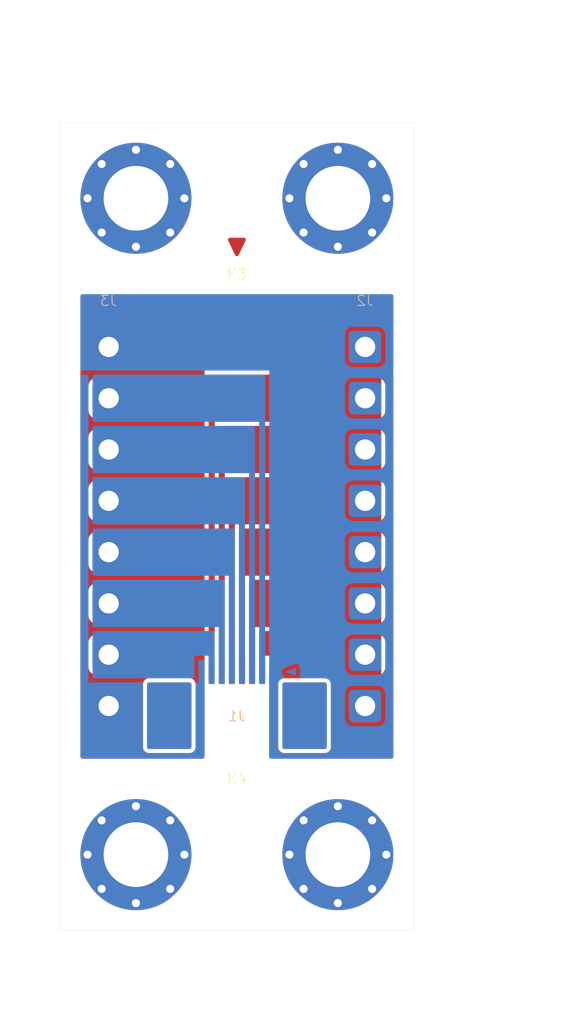
<source format=kicad_pcb>
(kicad_pcb (version 20171130) (host pcbnew "(5.1.5-0-10_14)")

  (general
    (thickness 1.6)
    (drawings 9)
    (tracks 13)
    (zones 0)
    (modules 18)
    (nets 17)
  )

  (page A4)
  (layers
    (0 F.Cu mixed)
    (31 B.Cu mixed)
    (32 B.Adhes user)
    (33 F.Adhes user)
    (34 B.Paste user)
    (35 F.Paste user)
    (36 B.SilkS user)
    (37 F.SilkS user)
    (38 B.Mask user)
    (39 F.Mask user)
    (40 Dwgs.User user)
    (41 Cmts.User user)
    (42 Eco1.User user)
    (43 Eco2.User user)
    (44 Edge.Cuts user)
    (45 Margin user)
    (46 B.CrtYd user)
    (47 F.CrtYd user)
    (48 B.Fab user)
    (49 F.Fab user)
  )

  (setup
    (last_trace_width 0.25)
    (user_trace_width 0.15)
    (user_trace_width 0.2)
    (user_trace_width 0.3)
    (user_trace_width 0.5)
    (user_trace_width 0.6)
    (user_trace_width 0.7)
    (user_trace_width 0.8)
    (user_trace_width 1)
    (user_trace_width 1.5)
    (user_trace_width 1.6)
    (user_trace_width 2.34)
    (trace_clearance 0.2)
    (zone_clearance 0.2)
    (zone_45_only no)
    (trace_min 0.15)
    (via_size 0.6)
    (via_drill 0.3)
    (via_min_size 0.6)
    (via_min_drill 0.3)
    (uvia_size 0.2)
    (uvia_drill 0.1)
    (uvias_allowed no)
    (uvia_min_size 0.2)
    (uvia_min_drill 0.1)
    (edge_width 0.01)
    (segment_width 0.02)
    (pcb_text_width 0.3)
    (pcb_text_size 1.5 1.5)
    (mod_edge_width 0.15)
    (mod_text_size 1 1)
    (mod_text_width 0.15)
    (pad_size 2.2 3.3)
    (pad_drill 0)
    (pad_to_mask_clearance 0)
    (solder_mask_min_width 0.1)
    (aux_axis_origin 92 70.99)
    (grid_origin 92 70.99)
    (visible_elements FFFFE77F)
    (pcbplotparams
      (layerselection 0x010cc_ffffffff)
      (usegerberextensions true)
      (usegerberattributes false)
      (usegerberadvancedattributes false)
      (creategerberjobfile false)
      (excludeedgelayer false)
      (linewidth 0.100000)
      (plotframeref false)
      (viasonmask false)
      (mode 1)
      (useauxorigin false)
      (hpglpennumber 1)
      (hpglpenspeed 20)
      (hpglpendiameter 15.000000)
      (psnegative false)
      (psa4output false)
      (plotreference false)
      (plotvalue false)
      (plotinvisibletext false)
      (padsonsilk true)
      (subtractmaskfromsilk false)
      (outputformat 1)
      (mirror false)
      (drillshape 0)
      (scaleselection 1)
      (outputdirectory "export/connector-breakout-a1-assembly/"))
  )

  (net 0 "")
  (net 1 "Net-(J1-Pad7)")
  (net 2 "Net-(J1-Pad6)")
  (net 3 "Net-(J1-Pad5)")
  (net 4 "Net-(J1-Pad4)")
  (net 5 "Net-(J1-Pad3)")
  (net 6 "Net-(J1-Pad2)")
  (net 7 "Net-(J1-Pad8)")
  (net 8 "Net-(J1-Pad1)")
  (net 9 "Net-(J2-Pad8)")
  (net 10 "Net-(J2-Pad7)")
  (net 11 "Net-(J2-Pad6)")
  (net 12 "Net-(J2-Pad5)")
  (net 13 "Net-(J2-Pad4)")
  (net 14 "Net-(J2-Pad3)")
  (net 15 "Net-(J2-Pad2)")
  (net 16 "Net-(J2-Pad1)")

  (net_class Default "This is the default net class."
    (clearance 0.2)
    (trace_width 0.25)
    (via_dia 0.6)
    (via_drill 0.3)
    (uvia_dia 0.2)
    (uvia_drill 0.1)
    (add_net "Net-(J1-Pad1)")
    (add_net "Net-(J1-Pad2)")
    (add_net "Net-(J1-Pad3)")
    (add_net "Net-(J1-Pad4)")
    (add_net "Net-(J1-Pad5)")
    (add_net "Net-(J1-Pad6)")
    (add_net "Net-(J1-Pad7)")
    (add_net "Net-(J1-Pad8)")
    (add_net "Net-(J2-Pad1)")
    (add_net "Net-(J2-Pad2)")
    (add_net "Net-(J2-Pad3)")
    (add_net "Net-(J2-Pad4)")
    (add_net "Net-(J2-Pad5)")
    (add_net "Net-(J2-Pad6)")
    (add_net "Net-(J2-Pad7)")
    (add_net "Net-(J2-Pad8)")
  )

  (module connector:RUUVI_CONNECTOR_FFC (layer F.Cu) (tedit 5E4792EC) (tstamp 5E4781AD)
    (at 92 100.39)
    (path /5E47EC4C)
    (attr smd)
    (fp_text reference J4 (at 0 0) (layer F.SilkS)
      (effects (font (size 0.5 0.5) (thickness 0.05)))
    )
    (fp_text value "Ruuvi Connector Horizontal" (at 0 0) (layer F.Fab)
      (effects (font (size 0.5 0.5) (thickness 0.05)))
    )
    (fp_text user Closed (at 0 2.15) (layer F.CrtYd)
      (effects (font (size 0.3 0.3) (thickness 0.03) italic))
    )
    (fp_text user Open (at 0 3.1) (layer F.CrtYd)
      (effects (font (size 0.3 0.3) (thickness 0.03) italic))
    )
    (fp_line (start 2.2 -1.2) (end 2.2 2.6) (layer F.CrtYd) (width 0.05))
    (fp_line (start -2.2 -1.2) (end 2.2 -1.2) (layer F.CrtYd) (width 0.05))
    (fp_line (start -2.2 2.6) (end -2.2 -1.2) (layer F.CrtYd) (width 0.05))
    (fp_line (start 2.4 1.6) (end 4.8 1.6) (layer F.CrtYd) (width 0.05))
    (fp_line (start 2.4 1.6) (end 2.4 2.6) (layer F.CrtYd) (width 0.05))
    (fp_line (start -2.4 1.6) (end -2.4 2.6) (layer F.CrtYd) (width 0.05))
    (fp_line (start -4.8 1.6) (end -2.4 1.6) (layer F.CrtYd) (width 0.05))
    (fp_line (start 4.8 3.6) (end 4.8 3) (layer F.CrtYd) (width 0.05))
    (fp_line (start -4.8 3.6) (end -4.8 3) (layer F.CrtYd) (width 0.05))
    (fp_line (start 4.8 3.6) (end -4.8 3.6) (layer F.CrtYd) (width 0.05))
    (fp_line (start 4.8 2.6) (end 4.8 1.6) (layer F.CrtYd) (width 0.05))
    (fp_line (start -4.8 2.6) (end 4.8 2.6) (layer F.CrtYd) (width 0.05))
    (fp_line (start -4.8 1.6) (end -4.8 2.6) (layer F.CrtYd) (width 0.05))
    (pad ~ smd trapezoid (at -2.67 -2.2) (size 0.5 0.2) (rect_delta 0.19 0 ) (layers F.Cu F.Mask))
    (pad ~ smd roundrect (at 3.35 -0.03) (size 2.2 3.3) (layers F.Cu F.Paste F.Mask) (roundrect_rratio 0.045))
    (pad ~ smd roundrect (at -3.35 -0.03) (size 2.2 3.3) (layers F.Cu F.Paste F.Mask) (roundrect_rratio 0.045))
    (pad 8 smd roundrect (at 1.75 -2.2) (size 0.3 1.2) (layers F.Cu F.Paste F.Mask) (roundrect_rratio 0.167)
      (net 9 "Net-(J2-Pad8)"))
    (pad 7 smd roundrect (at 1.25 -2.2) (size 0.3 1.2) (layers F.Cu F.Paste F.Mask) (roundrect_rratio 0.167)
      (net 10 "Net-(J2-Pad7)"))
    (pad 6 smd roundrect (at 0.75 -2.2) (size 0.3 1.2) (layers F.Cu F.Paste F.Mask) (roundrect_rratio 0.167)
      (net 11 "Net-(J2-Pad6)"))
    (pad 5 smd roundrect (at 0.25 -2.2) (size 0.3 1.2) (layers F.Cu F.Paste F.Mask) (roundrect_rratio 0.167)
      (net 12 "Net-(J2-Pad5)"))
    (pad 4 smd roundrect (at -0.25 -2.2) (size 0.3 1.2) (layers F.Cu F.Paste F.Mask) (roundrect_rratio 0.167)
      (net 13 "Net-(J2-Pad4)"))
    (pad 3 smd roundrect (at -0.75 -2.2) (size 0.3 1.2) (layers F.Cu F.Paste F.Mask) (roundrect_rratio 0.167)
      (net 14 "Net-(J2-Pad3)"))
    (pad 2 smd roundrect (at -1.25 -2.2) (size 0.3 1.2) (layers F.Cu F.Paste F.Mask) (roundrect_rratio 0.167)
      (net 15 "Net-(J2-Pad2)"))
    (pad 1 smd roundrect (at -1.75 -2.2) (size 0.3 1.2) (layers F.Cu F.Paste F.Mask) (roundrect_rratio 0.167)
      (net 16 "Net-(J2-Pad1)"))
    (model "../../kicad-library/3d-components/JUSHUO AFC07-S08ECA-00.wrl"
      (at (xyz 0 0 0))
      (scale (xyz 1 1 1))
      (rotate (xyz 0 0 0))
    )
  )

  (module connector:RUUVI_CONNECTOR_FFC (layer B.Cu) (tedit 5E4792EC) (tstamp 5E456228)
    (at 92 100.39 180)
    (path /5E02D1CE)
    (attr smd)
    (fp_text reference J1 (at 0 0) (layer B.SilkS)
      (effects (font (size 0.5 0.5) (thickness 0.05)) (justify mirror))
    )
    (fp_text value "Ruuvi Connector Horizontal" (at 0 0) (layer B.Fab)
      (effects (font (size 0.5 0.5) (thickness 0.05)) (justify mirror))
    )
    (fp_text user Closed (at 0 -2.15) (layer B.CrtYd)
      (effects (font (size 0.3 0.3) (thickness 0.03) italic) (justify mirror))
    )
    (fp_text user Open (at 0 -3.1) (layer B.CrtYd)
      (effects (font (size 0.3 0.3) (thickness 0.03) italic) (justify mirror))
    )
    (fp_line (start 2.2 1.2) (end 2.2 -2.6) (layer B.CrtYd) (width 0.05))
    (fp_line (start -2.2 1.2) (end 2.2 1.2) (layer B.CrtYd) (width 0.05))
    (fp_line (start -2.2 -2.6) (end -2.2 1.2) (layer B.CrtYd) (width 0.05))
    (fp_line (start 2.4 -1.6) (end 4.8 -1.6) (layer B.CrtYd) (width 0.05))
    (fp_line (start 2.4 -1.6) (end 2.4 -2.6) (layer B.CrtYd) (width 0.05))
    (fp_line (start -2.4 -1.6) (end -2.4 -2.6) (layer B.CrtYd) (width 0.05))
    (fp_line (start -4.8 -1.6) (end -2.4 -1.6) (layer B.CrtYd) (width 0.05))
    (fp_line (start 4.8 -3.6) (end 4.8 -3) (layer B.CrtYd) (width 0.05))
    (fp_line (start -4.8 -3.6) (end -4.8 -3) (layer B.CrtYd) (width 0.05))
    (fp_line (start 4.8 -3.6) (end -4.8 -3.6) (layer B.CrtYd) (width 0.05))
    (fp_line (start 4.8 -2.6) (end 4.8 -1.6) (layer B.CrtYd) (width 0.05))
    (fp_line (start -4.8 -2.6) (end 4.8 -2.6) (layer B.CrtYd) (width 0.05))
    (fp_line (start -4.8 -1.6) (end -4.8 -2.6) (layer B.CrtYd) (width 0.05))
    (pad ~ smd trapezoid (at -2.67 2.2 180) (size 0.5 0.2) (rect_delta 0.19 0 ) (layers B.Cu B.Mask))
    (pad ~ smd roundrect (at 3.35 0.03 180) (size 2.2 3.3) (layers B.Cu B.Paste B.Mask) (roundrect_rratio 0.045))
    (pad ~ smd roundrect (at -3.35 0.03 180) (size 2.2 3.3) (layers B.Cu B.Paste B.Mask) (roundrect_rratio 0.045))
    (pad 8 smd roundrect (at 1.75 2.2 180) (size 0.3 1.2) (layers B.Cu B.Paste B.Mask) (roundrect_rratio 0.167)
      (net 7 "Net-(J1-Pad8)"))
    (pad 7 smd roundrect (at 1.25 2.2 180) (size 0.3 1.2) (layers B.Cu B.Paste B.Mask) (roundrect_rratio 0.167)
      (net 1 "Net-(J1-Pad7)"))
    (pad 6 smd roundrect (at 0.75 2.2 180) (size 0.3 1.2) (layers B.Cu B.Paste B.Mask) (roundrect_rratio 0.167)
      (net 2 "Net-(J1-Pad6)"))
    (pad 5 smd roundrect (at 0.25 2.2 180) (size 0.3 1.2) (layers B.Cu B.Paste B.Mask) (roundrect_rratio 0.167)
      (net 3 "Net-(J1-Pad5)"))
    (pad 4 smd roundrect (at -0.25 2.2 180) (size 0.3 1.2) (layers B.Cu B.Paste B.Mask) (roundrect_rratio 0.167)
      (net 4 "Net-(J1-Pad4)"))
    (pad 3 smd roundrect (at -0.75 2.2 180) (size 0.3 1.2) (layers B.Cu B.Paste B.Mask) (roundrect_rratio 0.167)
      (net 5 "Net-(J1-Pad3)"))
    (pad 2 smd roundrect (at -1.25 2.2 180) (size 0.3 1.2) (layers B.Cu B.Paste B.Mask) (roundrect_rratio 0.167)
      (net 6 "Net-(J1-Pad2)"))
    (pad 1 smd roundrect (at -1.75 2.2 180) (size 0.3 1.2) (layers B.Cu B.Paste B.Mask) (roundrect_rratio 0.167)
      (net 8 "Net-(J1-Pad1)"))
    (model "../../kicad-library/3d-components/JUSHUO AFC07-S08ECA-00.wrl"
      (at (xyz 0 0 0))
      (scale (xyz 1 1 1))
      (rotate (xyz 0 0 0))
    )
  )

  (module connector:RUUVI_CONNECTOR_8PIN_HEADER (layer B.Cu) (tedit 5E47904E) (tstamp 5E439C3A)
    (at 85.65 82.1 180)
    (descr "Through hole straight pin header, 1x08, 2.54mm pitch, single row")
    (tags "Through hole pin header THT 1x08 2.54mm single row")
    (path /5E44A1A8)
    (fp_text reference J3 (at 0 2.286) (layer B.SilkS)
      (effects (font (size 0.5 0.5) (thickness 0.05)) (justify mirror))
    )
    (fp_text value "Ruuvi Connector Pin Header" (at 0 2.286) (layer B.Fab)
      (effects (font (size 0.5 0.5) (thickness 0.05)) (justify mirror))
    )
    (fp_text user %R (at 0 -8.89 270) (layer B.Fab)
      (effects (font (size 1 1) (thickness 0.15)) (justify mirror))
    )
    (fp_line (start 1.8 1.8) (end -1.8 1.8) (layer B.CrtYd) (width 0.05))
    (fp_line (start 1.8 -19.55) (end 1.8 1.8) (layer B.CrtYd) (width 0.05))
    (fp_line (start -1.8 -19.55) (end 1.8 -19.55) (layer B.CrtYd) (width 0.05))
    (fp_line (start -1.8 1.8) (end -1.8 -19.55) (layer B.CrtYd) (width 0.05))
    (pad 8 thru_hole roundrect (at 0 -17.78 180) (size 1.6 1.6) (drill 1) (layers *.Cu *.Mask) (roundrect_rratio 0.125)
      (net 7 "Net-(J1-Pad8)"))
    (pad 7 thru_hole roundrect (at 0 -15.24 180) (size 1.6 1.6) (drill 1) (layers *.Cu *.Mask) (roundrect_rratio 0.125)
      (net 1 "Net-(J1-Pad7)"))
    (pad 6 thru_hole roundrect (at 0 -12.7 180) (size 1.6 1.6) (drill 1) (layers *.Cu *.Mask) (roundrect_rratio 0.125)
      (net 2 "Net-(J1-Pad6)"))
    (pad 5 thru_hole roundrect (at 0 -10.16 180) (size 1.6 1.6) (drill 1) (layers *.Cu *.Mask) (roundrect_rratio 0.125)
      (net 3 "Net-(J1-Pad5)"))
    (pad 4 thru_hole roundrect (at 0 -7.62 180) (size 1.6 1.6) (drill 1) (layers *.Cu *.Mask) (roundrect_rratio 0.125)
      (net 4 "Net-(J1-Pad4)"))
    (pad 3 thru_hole roundrect (at 0 -5.08 180) (size 1.6 1.6) (drill 1) (layers *.Cu *.Mask) (roundrect_rratio 0.125)
      (net 5 "Net-(J1-Pad3)"))
    (pad 2 thru_hole roundrect (at 0 -2.54 180) (size 1.6 1.6) (drill 1) (layers *.Cu *.Mask) (roundrect_rratio 0.125)
      (net 6 "Net-(J1-Pad2)"))
    (pad 1 thru_hole roundrect (at 0 0 180) (size 1.6 1.6) (drill 1) (layers *.Cu *.Mask) (roundrect_rratio 0.125)
      (net 8 "Net-(J1-Pad1)"))
    (model ${KISYS3DMOD}/Connector_PinHeader_2.54mm.3dshapes/PinHeader_1x08_P2.54mm_Vertical.wrl
      (at (xyz 0 0 0))
      (scale (xyz 1 1 1))
      (rotate (xyz 0 0 0))
    )
  )

  (module connector:RUUVI_CONNECTOR_8PIN_HEADER (layer B.Cu) (tedit 5E47904E) (tstamp 5E42FCAB)
    (at 98.35 82.1 180)
    (descr "Through hole straight pin header, 1x08, 2.54mm pitch, single row")
    (tags "Through hole pin header THT 1x08 2.54mm single row")
    (path /5E43D485)
    (fp_text reference J2 (at 0 2.286) (layer B.SilkS)
      (effects (font (size 0.5 0.5) (thickness 0.05)) (justify mirror))
    )
    (fp_text value "Ruuvi Connector Pin Header" (at 0 2.286) (layer B.Fab)
      (effects (font (size 0.5 0.5) (thickness 0.05)) (justify mirror))
    )
    (fp_text user %R (at 0 -8.89 270) (layer B.Fab)
      (effects (font (size 1 1) (thickness 0.15)) (justify mirror))
    )
    (fp_line (start 1.8 1.8) (end -1.8 1.8) (layer B.CrtYd) (width 0.05))
    (fp_line (start 1.8 -19.55) (end 1.8 1.8) (layer B.CrtYd) (width 0.05))
    (fp_line (start -1.8 -19.55) (end 1.8 -19.55) (layer B.CrtYd) (width 0.05))
    (fp_line (start -1.8 1.8) (end -1.8 -19.55) (layer B.CrtYd) (width 0.05))
    (pad 8 thru_hole roundrect (at 0 -17.78 180) (size 1.6 1.6) (drill 1) (layers *.Cu *.Mask) (roundrect_rratio 0.125)
      (net 9 "Net-(J2-Pad8)"))
    (pad 7 thru_hole roundrect (at 0 -15.24 180) (size 1.6 1.6) (drill 1) (layers *.Cu *.Mask) (roundrect_rratio 0.125)
      (net 10 "Net-(J2-Pad7)"))
    (pad 6 thru_hole roundrect (at 0 -12.7 180) (size 1.6 1.6) (drill 1) (layers *.Cu *.Mask) (roundrect_rratio 0.125)
      (net 11 "Net-(J2-Pad6)"))
    (pad 5 thru_hole roundrect (at 0 -10.16 180) (size 1.6 1.6) (drill 1) (layers *.Cu *.Mask) (roundrect_rratio 0.125)
      (net 12 "Net-(J2-Pad5)"))
    (pad 4 thru_hole roundrect (at 0 -7.62 180) (size 1.6 1.6) (drill 1) (layers *.Cu *.Mask) (roundrect_rratio 0.125)
      (net 13 "Net-(J2-Pad4)"))
    (pad 3 thru_hole roundrect (at 0 -5.08 180) (size 1.6 1.6) (drill 1) (layers *.Cu *.Mask) (roundrect_rratio 0.125)
      (net 14 "Net-(J2-Pad3)"))
    (pad 2 thru_hole roundrect (at 0 -2.54 180) (size 1.6 1.6) (drill 1) (layers *.Cu *.Mask) (roundrect_rratio 0.125)
      (net 15 "Net-(J2-Pad2)"))
    (pad 1 thru_hole roundrect (at 0 0 180) (size 1.6 1.6) (drill 1) (layers *.Cu *.Mask) (roundrect_rratio 0.125)
      (net 16 "Net-(J2-Pad1)"))
    (model ${KISYS3DMOD}/Connector_PinHeader_2.54mm.3dshapes/PinHeader_1x08_P2.54mm_Vertical.wrl
      (at (xyz 0 0 0))
      (scale (xyz 1 1 1))
      (rotate (xyz 0 0 0))
    )
  )

  (module ruuvitag:MountingHole_3.2mm_M3_Pad_Via (layer F.Cu) (tedit 5E4552CD) (tstamp 5E47CA27)
    (at 97 107.24)
    (descr "Mounting Hole 3.2mm, M3")
    (tags "mounting hole 3.2mm m3")
    (path /5E4B7E1C)
    (attr virtual)
    (fp_text reference H6 (at 0 0) (layer F.SilkS)
      (effects (font (size 0.5 0.5) (thickness 0.05)))
    )
    (fp_text value MountingHole (at 0 0) (layer F.Fab)
      (effects (font (size 0.5 0.5) (thickness 0.05)))
    )
    (fp_text user %R (at 0.3 0) (layer F.Fab)
      (effects (font (size 1 1) (thickness 0.15)))
    )
    (pad 1 thru_hole circle (at 0 0) (size 5.5 5.5) (drill 3.2) (layers *.Cu *.Mask))
    (pad 1 thru_hole circle (at 2.4 0) (size 0.7 0.7) (drill 0.4) (layers *.Cu *.Mask))
    (pad 1 thru_hole circle (at 1.697056 1.697056) (size 0.7 0.7) (drill 0.4) (layers *.Cu *.Mask))
    (pad 1 thru_hole circle (at 0 2.4) (size 0.7 0.7) (drill 0.4) (layers *.Cu *.Mask))
    (pad 1 thru_hole circle (at -1.697056 1.697056) (size 0.7 0.7) (drill 0.4) (layers *.Cu *.Mask))
    (pad 1 thru_hole circle (at -2.4 0) (size 0.7 0.7) (drill 0.4) (layers *.Cu *.Mask))
    (pad 1 thru_hole circle (at -1.697056 -1.697056) (size 0.7 0.7) (drill 0.4) (layers *.Cu *.Mask))
    (pad 1 thru_hole circle (at 0 -2.4) (size 0.7 0.7) (drill 0.4) (layers *.Cu *.Mask))
    (pad 1 thru_hole circle (at 1.697056 -1.697056) (size 0.7 0.7) (drill 0.4) (layers *.Cu *.Mask))
  )

  (module ruuvitag:MountingHole_3.2mm_M3_Pad_Via (layer F.Cu) (tedit 5E4552CD) (tstamp 5E47C763)
    (at 87 107.24)
    (descr "Mounting Hole 3.2mm, M3")
    (tags "mounting hole 3.2mm m3")
    (path /5E4B7E12)
    (attr virtual)
    (fp_text reference H5 (at 0 0) (layer F.SilkS)
      (effects (font (size 0.5 0.5) (thickness 0.05)))
    )
    (fp_text value MountingHole (at 0 0) (layer F.Fab)
      (effects (font (size 0.5 0.5) (thickness 0.05)))
    )
    (fp_text user %R (at 0.3 0) (layer F.Fab)
      (effects (font (size 1 1) (thickness 0.15)))
    )
    (pad 1 thru_hole circle (at 0 0) (size 5.5 5.5) (drill 3.2) (layers *.Cu *.Mask))
    (pad 1 thru_hole circle (at 2.4 0) (size 0.7 0.7) (drill 0.4) (layers *.Cu *.Mask))
    (pad 1 thru_hole circle (at 1.697056 1.697056) (size 0.7 0.7) (drill 0.4) (layers *.Cu *.Mask))
    (pad 1 thru_hole circle (at 0 2.4) (size 0.7 0.7) (drill 0.4) (layers *.Cu *.Mask))
    (pad 1 thru_hole circle (at -1.697056 1.697056) (size 0.7 0.7) (drill 0.4) (layers *.Cu *.Mask))
    (pad 1 thru_hole circle (at -2.4 0) (size 0.7 0.7) (drill 0.4) (layers *.Cu *.Mask))
    (pad 1 thru_hole circle (at -1.697056 -1.697056) (size 0.7 0.7) (drill 0.4) (layers *.Cu *.Mask))
    (pad 1 thru_hole circle (at 0 -2.4) (size 0.7 0.7) (drill 0.4) (layers *.Cu *.Mask))
    (pad 1 thru_hole circle (at 1.697056 -1.697056) (size 0.7 0.7) (drill 0.4) (layers *.Cu *.Mask))
  )

  (module connector:BreakoutHoles (layer F.Cu) (tedit 5E45549B) (tstamp 5E47C8D1)
    (at 92 103.49)
    (path /5E4B8666)
    (fp_text reference H4 (at 0 0) (layer F.SilkS)
      (effects (font (size 0.5 0.5) (thickness 0.05)))
    )
    (fp_text value "27 x 0.4mm NPTH" (at 0 -0.1) (layer F.Fab)
      (effects (font (size 0.5 0.5) (thickness 0.05)))
    )
    (pad "" np_thru_hole circle (at -6.6 0) (size 0.4 0.4) (drill 0.4) (layers *.Cu *.Mask))
    (pad "" np_thru_hole circle (at -0.6 0) (size 0.4 0.4) (drill 0.4) (layers *.Cu *.Mask))
    (pad "" np_thru_hole circle (at -3.6 0) (size 0.4 0.4) (drill 0.4) (layers *.Cu *.Mask))
    (pad "" np_thru_hole circle (at -1.2 0) (size 0.4 0.4) (drill 0.4) (layers *.Cu *.Mask))
    (pad "" np_thru_hole circle (at -3 0) (size 0.4 0.4) (drill 0.4) (layers *.Cu *.Mask))
    (pad "" np_thru_hole circle (at -1.8 0) (size 0.4 0.4) (drill 0.4) (layers *.Cu *.Mask))
    (pad "" np_thru_hole circle (at -4.8 0) (size 0.4 0.4) (drill 0.4) (layers *.Cu *.Mask))
    (pad "" np_thru_hole circle (at -5.4 0) (size 0.4 0.4) (drill 0.4) (layers *.Cu *.Mask))
    (pad "" np_thru_hole circle (at -7.8 0) (size 0.4 0.4) (drill 0.4) (layers *.Cu *.Mask))
    (pad "" np_thru_hole circle (at -2.4 0) (size 0.4 0.4) (drill 0.4) (layers *.Cu *.Mask))
    (pad "" np_thru_hole circle (at -4.2 0) (size 0.4 0.4) (drill 0.4) (layers *.Cu *.Mask))
    (pad "" np_thru_hole circle (at -7.2 0) (size 0.4 0.4) (drill 0.4) (layers *.Cu *.Mask))
    (pad "" np_thru_hole circle (at -6 0) (size 0.4 0.4) (drill 0.4) (layers *.Cu *.Mask))
    (pad "" np_thru_hole circle (at 7.8 0) (size 0.4 0.4) (drill 0.4) (layers *.Cu *.Mask))
    (pad "" np_thru_hole circle (at 7.2 0) (size 0.4 0.4) (drill 0.4) (layers *.Cu *.Mask))
    (pad "" np_thru_hole circle (at 6.6 0) (size 0.4 0.4) (drill 0.4) (layers *.Cu *.Mask))
    (pad "" np_thru_hole circle (at 6 0) (size 0.4 0.4) (drill 0.4) (layers *.Cu *.Mask))
    (pad "" np_thru_hole circle (at 5.4 0) (size 0.4 0.4) (drill 0.4) (layers *.Cu *.Mask))
    (pad "" np_thru_hole circle (at 4.8 0) (size 0.4 0.4) (drill 0.4) (layers *.Cu *.Mask))
    (pad "" np_thru_hole circle (at 4.2 0) (size 0.4 0.4) (drill 0.4) (layers *.Cu *.Mask))
    (pad "" np_thru_hole circle (at 3.6 0) (size 0.4 0.4) (drill 0.4) (layers *.Cu *.Mask))
    (pad "" np_thru_hole circle (at 3 0) (size 0.4 0.4) (drill 0.4) (layers *.Cu *.Mask))
    (pad "" np_thru_hole circle (at 2.4 0) (size 0.4 0.4) (drill 0.4) (layers *.Cu *.Mask))
    (pad "" np_thru_hole circle (at 1.8 0) (size 0.4 0.4) (drill 0.4) (layers *.Cu *.Mask))
    (pad "" np_thru_hole circle (at 1.2 0) (size 0.4 0.4) (drill 0.4) (layers *.Cu *.Mask))
    (pad "" np_thru_hole circle (at 0.6 0) (size 0.4 0.4) (drill 0.4) (layers *.Cu *.Mask))
    (pad "" np_thru_hole circle (at 0 0) (size 0.4 0.4) (drill 0.4) (layers *.Cu *.Mask))
  )

  (module connector:BreakoutLabels (layer B.Cu) (tedit 0) (tstamp 5E47BF61)
    (at 87.36 90.99 180)
    (attr smd)
    (fp_text reference G*** (at 0 0) (layer B.SilkS) hide
      (effects (font (size 1.524 1.524) (thickness 0.3)) (justify mirror))
    )
    (fp_text value LOGO (at 0.75 0) (layer B.SilkS) hide
      (effects (font (size 1.524 1.524) (thickness 0.3)) (justify mirror))
    )
    (fp_poly (pts (xy 0.107288 -5.882552) (xy 0.169791 -5.890653) (xy 0.229726 -5.905358) (xy 0.284041 -5.925635)
      (xy 0.329682 -5.95045) (xy 0.348072 -5.964049) (xy 0.367197 -5.979931) (xy 0.338765 -6.04373)
      (xy 0.326461 -6.070866) (xy 0.315893 -6.093307) (xy 0.308436 -6.10818) (xy 0.305823 -6.112529)
      (xy 0.298096 -6.112063) (xy 0.283686 -6.10516) (xy 0.275603 -6.100056) (xy 0.255916 -6.088028)
      (xy 0.229726 -6.073755) (xy 0.204639 -6.061263) (xy 0.18145 -6.050985) (xy 0.161977 -6.044639)
      (xy 0.141413 -6.041288) (xy 0.114953 -6.039998) (xy 0.094512 -6.039824) (xy 0.063419 -6.040091)
      (xy 0.042043 -6.041543) (xy 0.026541 -6.044955) (xy 0.013071 -6.051101) (xy 0.000892 -6.058694)
      (xy -0.032758 -6.088881) (xy -0.059687 -6.130067) (xy -0.079378 -6.181189) (xy -0.091314 -6.241184)
      (xy -0.092372 -6.250574) (xy -0.096766 -6.293457) (xy -0.065978 -6.263957) (xy -0.028516 -6.234862)
      (xy 0.013854 -6.215597) (xy 0.063464 -6.205332) (xy 0.105127 -6.203048) (xy 0.137379 -6.203476)
      (xy 0.161037 -6.205784) (xy 0.181033 -6.210847) (xy 0.202301 -6.219542) (xy 0.204951 -6.220767)
      (xy 0.255894 -6.251678) (xy 0.298134 -6.292136) (xy 0.330818 -6.34063) (xy 0.353097 -6.395647)
      (xy 0.36412 -6.455675) (xy 0.364407 -6.504299) (xy 0.353893 -6.568967) (xy 0.332165 -6.62708)
      (xy 0.299895 -6.677685) (xy 0.257758 -6.719828) (xy 0.206425 -6.752556) (xy 0.18122 -6.763682)
      (xy 0.148775 -6.772491) (xy 0.107744 -6.778121) (xy 0.062769 -6.780388) (xy 0.018494 -6.779107)
      (xy -0.020437 -6.774095) (xy -0.029611 -6.772033) (xy -0.090783 -6.74989) (xy -0.144919 -6.716481)
      (xy -0.191409 -6.672485) (xy -0.229644 -6.618584) (xy -0.259013 -6.555457) (xy -0.276053 -6.497278)
      (xy -0.279139 -6.478226) (xy -0.072895 -6.478226) (xy -0.071432 -6.518216) (xy -0.060684 -6.555315)
      (xy -0.042155 -6.58695) (xy -0.017348 -6.610548) (xy 0.011994 -6.623486) (xy 0.028088 -6.62729)
      (xy 0.037304 -6.629831) (xy 0.054543 -6.632355) (xy 0.077512 -6.629148) (xy 0.090994 -6.625714)
      (xy 0.12879 -6.609064) (xy 0.156916 -6.583067) (xy 0.175011 -6.54824) (xy 0.182713 -6.505102)
      (xy 0.182976 -6.49368) (xy 0.177342 -6.447844) (xy 0.161119 -6.409286) (xy 0.13609 -6.380238)
      (xy 0.115937 -6.365831) (xy 0.095307 -6.35788) (xy 0.069734 -6.355263) (xy 0.041111 -6.35637)
      (xy 0.000343 -6.364823) (xy -0.03164 -6.383593) (xy -0.05475 -6.412583) (xy -0.068898 -6.451702)
      (xy -0.072895 -6.478226) (xy -0.279139 -6.478226) (xy -0.282577 -6.457008) (xy -0.286559 -6.408018)
      (xy -0.288044 -6.354163) (xy -0.287077 -6.2993) (xy -0.283703 -6.247283) (xy -0.277965 -6.201969)
      (xy -0.272315 -6.175354) (xy -0.246684 -6.100622) (xy -0.212941 -6.036336) (xy -0.171453 -5.982779)
      (xy -0.12259 -5.940235) (xy -0.066718 -5.908989) (xy -0.004207 -5.889323) (xy 0.064576 -5.881522)
      (xy 0.107288 -5.882552)) (layer B.Mask) (width 0.01))
    (fp_poly (pts (xy 0.257731 -3.506489) (xy -0.1153 -3.506489) (xy -0.1153 -3.602007) (xy -0.115029 -3.64125)
      (xy -0.114121 -3.668484) (xy -0.112432 -3.685258) (xy -0.109821 -3.69312) (xy -0.106822 -3.693974)
      (xy -0.06391 -3.679249) (xy -0.020087 -3.671563) (xy 0.029964 -3.670064) (xy 0.040464 -3.670403)
      (xy 0.073834 -3.672296) (xy 0.098505 -3.675534) (xy 0.119341 -3.681199) (xy 0.141205 -3.690369)
      (xy 0.15046 -3.694834) (xy 0.201006 -3.726912) (xy 0.24196 -3.768354) (xy 0.272828 -3.818462)
      (xy 0.293115 -3.876539) (xy 0.29845 -3.903708) (xy 0.302039 -3.967387) (xy 0.293113 -4.027175)
      (xy 0.272428 -4.081993) (xy 0.24074 -4.130761) (xy 0.198806 -4.172398) (xy 0.14738 -4.205824)
      (xy 0.08722 -4.22996) (xy 0.066198 -4.235556) (xy 0.028818 -4.241507) (xy -0.016571 -4.244439)
      (xy -0.064749 -4.244348) (xy -0.110498 -4.241231) (xy -0.145821 -4.235716) (xy -0.187622 -4.224637)
      (xy -0.227417 -4.210691) (xy -0.26319 -4.194936) (xy -0.292927 -4.178434) (xy -0.31461 -4.162246)
      (xy -0.326224 -4.147432) (xy -0.327574 -4.14008) (xy -0.324228 -4.12814) (xy -0.3164 -4.107489)
      (xy -0.305471 -4.081651) (xy -0.29917 -4.067657) (xy -0.272137 -4.008867) (xy -0.233126 -4.032358)
      (xy -0.16975 -4.064103) (xy -0.105417 -4.084016) (xy -0.041892 -4.091673) (xy 0.003781 -4.08917)
      (xy 0.046192 -4.078724) (xy 0.078062 -4.060012) (xy 0.099844 -4.032498) (xy 0.11199 -3.995647)
      (xy 0.115078 -3.957517) (xy 0.111827 -3.916052) (xy 0.101111 -3.884154) (xy 0.081482 -3.859236)
      (xy 0.051492 -3.838708) (xy 0.047477 -3.836596) (xy 0.026094 -3.82647) (xy 0.008084 -3.821044)
      (xy -0.012141 -3.819276) (xy -0.040167 -3.820123) (xy -0.040694 -3.820151) (xy -0.073612 -3.82437)
      (xy -0.108188 -3.832819) (xy -0.140623 -3.844169) (xy -0.167121 -3.857093) (xy -0.183856 -3.870228)
      (xy -0.193993 -3.875493) (xy -0.214654 -3.878521) (xy -0.247278 -3.879519) (xy -0.305206 -3.879519)
      (xy -0.305206 -3.357276) (xy 0.257731 -3.357276) (xy 0.257731 -3.506489)) (layer B.Mask) (width 0.01))
    (fp_poly (pts (xy 0.196689 -1.390387) (xy 0.318772 -1.390387) (xy 0.318772 -1.539071) (xy 0.259426 -1.541031)
      (xy 0.200081 -1.542991) (xy 0.196259 -1.702377) (xy 0.006783 -1.702377) (xy 0.006783 -1.539599)
      (xy -0.359465 -1.539599) (xy -0.35935 -1.47008) (xy -0.359234 -1.400561) (xy -0.346254 -1.381909)
      (xy -0.172063 -1.381909) (xy -0.171295 -1.385434) (xy -0.163016 -1.387889) (xy -0.145645 -1.389429)
      (xy -0.117604 -1.390208) (xy -0.08518 -1.390387) (xy 0.006783 -1.390387) (xy 0.006783 -1.257)
      (xy 0.006666 -1.216362) (xy 0.006339 -1.181) (xy 0.00584 -1.152905) (xy 0.005206 -1.134066)
      (xy 0.004474 -1.126474) (xy 0.004346 -1.12644) (xy -0.000369 -1.132978) (xy -0.011407 -1.148731)
      (xy -0.027413 -1.171733) (xy -0.047028 -1.200019) (xy -0.068895 -1.231623) (xy -0.091658 -1.264578)
      (xy -0.113957 -1.29692) (xy -0.134437 -1.326684) (xy -0.15174 -1.351902) (xy -0.164509 -1.370611)
      (xy -0.171385 -1.380843) (xy -0.172063 -1.381909) (xy -0.346254 -1.381909) (xy -0.157574 -1.1108)
      (xy 0.044086 -0.82104) (xy 0.120388 -0.820854) (xy 0.196689 -0.820668) (xy 0.196689 -1.390387)) (layer B.Mask) (width 0.01))
    (fp_poly (pts (xy 0.024376 1.719137) (xy 0.042071 1.716244) (xy 0.101869 1.698916) (xy 0.153186 1.672337)
      (xy 0.19504 1.637163) (xy 0.226448 1.594049) (xy 0.227031 1.592985) (xy 0.24204 1.554106)
      (xy 0.249977 1.508554) (xy 0.250442 1.461466) (xy 0.243036 1.417977) (xy 0.241106 1.41173)
      (xy 0.226109 1.380572) (xy 0.20303 1.348394) (xy 0.175744 1.319851) (xy 0.148127 1.299596)
      (xy 0.147429 1.299216) (xy 0.124012 1.286605) (xy 0.16347 1.266888) (xy 0.206541 1.238308)
      (xy 0.239395 1.201082) (xy 0.261584 1.155975) (xy 0.272659 1.103751) (xy 0.273896 1.07853)
      (xy 0.27016 1.026324) (xy 0.257788 0.98221) (xy 0.235622 0.942966) (xy 0.217071 0.920342)
      (xy 0.174826 0.882405) (xy 0.126083 0.854806) (xy 0.076896 0.83816) (xy 0.036335 0.830462)
      (xy -0.011767 0.825547) (xy -0.061612 0.823724) (xy -0.107403 0.825303) (xy -0.125946 0.827318)
      (xy -0.207885 0.845274) (xy -0.283555 0.874955) (xy -0.291642 0.879019) (xy -0.321875 0.894567)
      (xy -0.341526 0.906281) (xy -0.351721 0.917176) (xy -0.353585 0.930271) (xy -0.348245 0.948582)
      (xy -0.336826 0.975125) (xy -0.331768 0.986541) (xy -0.319325 1.013889) (xy -0.308341 1.036372)
      (xy -0.300223 1.051201) (xy -0.296908 1.055597) (xy -0.287642 1.054676) (xy -0.279345 1.049303)
      (xy -0.26058 1.036409) (xy -0.232973 1.021782) (xy -0.20075 1.007325) (xy -0.168138 0.994943)
      (xy -0.140803 0.986874) (xy -0.092277 0.978917) (xy -0.044817 0.977523) (xy -0.001228 0.98236)
      (xy 0.035688 0.993099) (xy 0.063127 1.009411) (xy 0.064964 1.011073) (xy 0.081774 1.035419)
      (xy 0.090584 1.066604) (xy 0.091447 1.100554) (xy 0.084419 1.133196) (xy 0.069556 1.160456)
      (xy 0.062846 1.167665) (xy 0.046895 1.180196) (xy 0.028591 1.189207) (xy 0.005487 1.195214)
      (xy -0.024865 1.198733) (xy -0.06491 1.200282) (xy -0.092574 1.200481) (xy -0.183124 1.200481)
      (xy -0.183124 1.355144) (xy -0.093257 1.357681) (xy -0.047879 1.359703) (xy -0.013724 1.363349)
      (xy 0.011522 1.369374) (xy 0.030173 1.378531) (xy 0.044542 1.391575) (xy 0.054928 1.405977)
      (xy 0.064591 1.431252) (xy 0.067548 1.461932) (xy 0.064116 1.492989) (xy 0.054607 1.519394)
      (xy 0.04717 1.52983) (xy 0.026294 1.548697) (xy 0.003865 1.560108) (xy -0.025989 1.567015)
      (xy -0.027129 1.567194) (xy -0.072389 1.568791) (xy -0.123032 1.561409) (xy -0.175269 1.546064)
      (xy -0.225314 1.523772) (xy -0.254676 1.50617) (xy -0.285494 1.485371) (xy -0.312631 1.544387)
      (xy -0.324628 1.571545) (xy -0.334229 1.595288) (xy -0.340058 1.612111) (xy -0.341139 1.616935)
      (xy -0.336024 1.630057) (xy -0.319468 1.645351) (xy -0.293206 1.661761) (xy -0.258972 1.678235)
      (xy -0.218501 1.693717) (xy -0.210253 1.696459) (xy -0.153387 1.710985) (xy -0.092139 1.719857)
      (xy -0.031291 1.722699) (xy 0.024376 1.719137)) (layer B.Mask) (width 0.01))
    (fp_poly (pts (xy -0.003356 4.256443) (xy 0.060829 4.245979) (xy 0.11719 4.225906) (xy 0.164971 4.196571)
      (xy 0.203413 4.158321) (xy 0.228564 4.118277) (xy 0.237272 4.099291) (xy 0.242803 4.082513)
      (xy 0.245835 4.063924) (xy 0.247049 4.039502) (xy 0.247145 4.008385) (xy 0.245903 3.972647)
      (xy 0.24205 3.940216) (xy 0.234741 3.90963) (xy 0.223126 3.879423) (xy 0.206358 3.848134)
      (xy 0.18359 3.814297) (xy 0.153973 3.77645) (xy 0.116661 3.733129) (xy 0.070806 3.682869)
      (xy 0.038976 3.648919) (xy -0.073082 3.530227) (xy 0.104194 3.526836) (xy 0.281469 3.523445)
      (xy 0.285305 3.370841) (xy -0.318771 3.370841) (xy -0.318771 3.511909) (xy -0.169014 3.671715)
      (xy -0.117251 3.727152) (xy -0.074112 3.773971) (xy -0.03879 3.8133) (xy -0.010479 3.846271)
      (xy 0.011629 3.874014) (xy 0.028339 3.89766) (xy 0.040459 3.918339) (xy 0.048795 3.937182)
      (xy 0.054155 3.95532) (xy 0.057344 3.973883) (xy 0.058979 3.991229) (xy 0.057415 4.030836)
      (xy 0.046087 4.061583) (xy 0.024538 4.084476) (xy 0.013565 4.091332) (xy -0.000826 4.097729)
      (xy -0.017118 4.101248) (xy -0.039155 4.102347) (xy -0.070784 4.101487) (xy -0.071214 4.101467)
      (xy -0.133796 4.093373) (xy -0.192976 4.074264) (xy -0.25199 4.043083) (xy -0.254605 4.041435)
      (xy -0.272265 4.030751) (xy -0.284565 4.024282) (xy -0.288185 4.023298) (xy -0.291456 4.029964)
      (xy -0.298947 4.046429) (xy -0.309468 4.07005) (xy -0.319277 4.092344) (xy -0.348609 4.159348)
      (xy -0.332015 4.172785) (xy -0.292971 4.198174) (xy -0.243759 4.22038) (xy -0.18761 4.238347)
      (xy -0.127753 4.251019) (xy -0.074606 4.256951) (xy -0.003356 4.256443)) (layer B.Mask) (width 0.01))
    (fp_poly (pts (xy 0.108518 6.056662) (xy 0.298425 6.056662) (xy 0.298425 5.900668) (xy -0.271295 5.900668)
      (xy -0.271295 6.056662) (xy -0.081388 6.056662) (xy -0.081388 6.566629) (xy -0.113604 6.547757)
      (xy -0.134639 6.535339) (xy -0.162276 6.518896) (xy -0.191503 6.501412) (xy -0.20008 6.496261)
      (xy -0.254339 6.463639) (xy -0.256256 6.546635) (xy -0.256861 6.582072) (xy -0.256562 6.606415)
      (xy -0.255088 6.622116) (xy -0.252167 6.631631) (xy -0.247528 6.637414) (xy -0.246082 6.638553)
      (xy -0.236638 6.644638) (xy -0.21748 6.656311) (xy -0.190633 6.672362) (xy -0.15812 6.691583)
      (xy -0.121967 6.712763) (xy -0.118256 6.714926) (xy -0.002521 6.782376) (xy 0.108518 6.782376)
      (xy 0.108518 6.056662)) (layer B.Mask) (width 0.01))
  )

  (module connector:BreakoutPlus (layer B.Cu) (tedit 0) (tstamp 5E47BD5A)
    (at 87.39 82.08 180)
    (attr smd)
    (fp_text reference G*** (at 0 0) (layer B.SilkS) hide
      (effects (font (size 1.524 1.524) (thickness 0.3)) (justify mirror))
    )
    (fp_text value LOGO (at 0.75 0) (layer B.SilkS) hide
      (effects (font (size 1.524 1.524) (thickness 0.3)) (justify mirror))
    )
    (fp_poly (pts (xy 0.082024 0.082023) (xy 0.390589 0.082023) (xy 0.390589 -0.082024) (xy 0.082024 -0.082024)
      (xy 0.082024 -0.390589) (xy -0.082023 -0.390589) (xy -0.082023 -0.082024) (xy -0.390588 -0.082024)
      (xy -0.390588 0.082023) (xy -0.082023 0.082023) (xy -0.082023 0.390588) (xy 0.082024 0.390588)
      (xy 0.082024 0.082023)) (layer B.Mask) (width 0.01))
  )

  (module connector:BreakoutMinus (layer B.Cu) (tedit 0) (tstamp 5E47BD56)
    (at 85.65 101.65 180)
    (attr smd)
    (fp_text reference G*** (at 0 0) (layer B.SilkS) hide
      (effects (font (size 1.524 1.524) (thickness 0.3)) (justify mirror))
    )
    (fp_text value LOGO (at 0.75 0) (layer B.SilkS) hide
      (effects (font (size 1.524 1.524) (thickness 0.3)) (justify mirror))
    )
    (fp_poly (pts (xy 0.24689 -0.093818) (xy -0.246889 -0.093818) (xy -0.246889 0.093818) (xy 0.24689 0.093818)
      (xy 0.24689 -0.093818)) (layer B.Mask) (width 0.01))
  )

  (module connector:BreakoutBoardA1 (layer B.Cu) (tedit 0) (tstamp 5E47BD41)
    (at 95.62 88.89 270)
    (attr smd)
    (fp_text reference G*** (at 0 0 90) (layer B.SilkS) hide
      (effects (font (size 1.524 1.524) (thickness 0.3)) (justify mirror))
    )
    (fp_text value LOGO (at 0.75 0 90) (layer B.SilkS) hide
      (effects (font (size 1.524 1.524) (thickness 0.3)) (justify mirror))
    )
    (fp_poly (pts (xy -3.345292 1.067163) (xy -3.572348 1.067163) (xy -3.572348 1.271513) (xy -3.345292 1.271513)
      (xy -3.345292 1.067163)) (layer B.Mask) (width 0.01))
    (fp_poly (pts (xy 5.444029 0.948107) (xy 5.458721 0.942567) (xy 5.467123 0.930782) (xy 5.470983 0.910469)
      (xy 5.472044 0.879343) (xy 5.472051 0.84068) (xy 5.472051 0.742388) (xy 5.440825 0.753405)
      (xy 5.395766 0.763397) (xy 5.348715 0.763697) (xy 5.303694 0.755013) (xy 5.264721 0.738053)
      (xy 5.239679 0.718014) (xy 5.22771 0.704134) (xy 5.218149 0.690125) (xy 5.210697 0.674117)
      (xy 5.205055 0.65424) (xy 5.200924 0.628623) (xy 5.198003 0.595396) (xy 5.195993 0.552689)
      (xy 5.194596 0.498631) (xy 5.19351 0.431352) (xy 5.193485 0.429514) (xy 5.1906 0.219487)
      (xy 4.980096 0.219487) (xy 4.98005 0.516552) (xy 4.979915 0.585072) (xy 4.979549 0.651298)
      (xy 4.978981 0.713127) (xy 4.97824 0.768456) (xy 4.977355 0.815183) (xy 4.976353 0.851204)
      (xy 4.975265 0.874416) (xy 4.975144 0.876058) (xy 4.970284 0.938498) (xy 5.069286 0.938498)
      (xy 5.110563 0.938601) (xy 5.139224 0.937848) (xy 5.157773 0.93465) (xy 5.168714 0.927415)
      (xy 5.174552 0.914553) (xy 5.177788 0.894472) (xy 5.180683 0.86772) (xy 5.183691 0.843414)
      (xy 5.186443 0.83205) (xy 5.190285 0.831516) (xy 5.196563 0.839703) (xy 5.197584 0.84123)
      (xy 5.234946 0.88587) (xy 5.280188 0.921428) (xy 5.29419 0.929449) (xy 5.31906 0.940753)
      (xy 5.343431 0.946929) (xy 5.373787 0.949357) (xy 5.388797 0.949587) (xy 5.421303 0.949686)
      (xy 5.444029 0.948107)) (layer B.Mask) (width 0.01))
    (fp_poly (pts (xy 1.031 0.949258) (xy 1.059793 0.947086) (xy 1.081916 0.942741) (xy 1.101586 0.935631)
      (xy 1.105683 0.933785) (xy 1.152714 0.903969) (xy 1.190074 0.862599) (xy 1.217599 0.809904)
      (xy 1.232723 0.758373) (xy 1.235303 0.737905) (xy 1.237462 0.703437) (xy 1.239167 0.656098)
      (xy 1.240384 0.59702) (xy 1.24108 0.527334) (xy 1.24124 0.468876) (xy 1.24124 0.219487)
      (xy 1.03027 0.219487) (xy 1.027904 0.463572) (xy 1.027116 0.535631) (xy 1.026126 0.594162)
      (xy 1.024681 0.640775) (xy 1.022531 0.677077) (xy 1.019425 0.704678) (xy 1.01511 0.725188)
      (xy 1.009337 0.740215) (xy 1.001854 0.751368) (xy 0.99241 0.760257) (xy 0.980753 0.768491)
      (xy 0.980256 0.768816) (xy 0.946191 0.782675) (xy 0.906712 0.785319) (xy 0.865951 0.777279)
      (xy 0.828039 0.759088) (xy 0.812391 0.747192) (xy 0.798696 0.734695) (xy 0.787681 0.722609)
      (xy 0.77903 0.709168) (xy 0.772427 0.692604) (xy 0.767555 0.671149) (xy 0.764099 0.643034)
      (xy 0.761743 0.606493) (xy 0.760171 0.559756) (xy 0.759066 0.501057) (xy 0.758311 0.444651)
      (xy 0.755508 0.219487) (xy 0.544935 0.219487) (xy 0.54489 0.516552) (xy 0.544754 0.585072)
      (xy 0.544388 0.651298) (xy 0.54382 0.713127) (xy 0.543079 0.768456) (xy 0.542194 0.815183)
      (xy 0.541193 0.851204) (xy 0.540104 0.874416) (xy 0.539983 0.876058) (xy 0.535123 0.938498)
      (xy 0.633826 0.938498) (xy 0.676115 0.93834) (xy 0.705588 0.937179) (xy 0.724564 0.933985)
      (xy 0.735363 0.927729) (xy 0.740306 0.917382) (xy 0.741712 0.901914) (xy 0.74182 0.890576)
      (xy 0.743376 0.867434) (xy 0.7465 0.849519) (xy 0.749724 0.840854) (xy 0.754706 0.839842)
      (xy 0.764107 0.84778) (xy 0.780584 0.865965) (xy 0.780853 0.86627) (xy 0.810755 0.893541)
      (xy 0.848814 0.918503) (xy 0.86116 0.924975) (xy 0.885132 0.936267) (xy 0.904845 0.943506)
      (xy 0.924981 0.947586) (xy 0.95022 0.949401) (xy 0.985243 0.949847) (xy 0.991319 0.949851)
      (xy 1.031 0.949258)) (layer B.Mask) (width 0.01))
    (fp_poly (pts (xy 0.031143 0.949234) (xy 0.05924 0.947309) (xy 0.081223 0.9432) (xy 0.101592 0.936234)
      (xy 0.111921 0.931767) (xy 0.157532 0.903031) (xy 0.194901 0.86246) (xy 0.22258 0.811745)
      (xy 0.228555 0.795479) (xy 0.233009 0.781237) (xy 0.236621 0.766974) (xy 0.2395 0.750901)
      (xy 0.24176 0.73123) (xy 0.243511 0.706173) (xy 0.244864 0.673942) (xy 0.245932 0.632748)
      (xy 0.246824 0.580804) (xy 0.247653 0.516322) (xy 0.248037 0.482494) (xy 0.25096 0.219487)
      (xy 0.030275 0.219487) (xy 0.030275 0.457743) (xy 0.030123 0.531262) (xy 0.029527 0.591217)
      (xy 0.028273 0.639178) (xy 0.026145 0.676717) (xy 0.022932 0.705404) (xy 0.018419 0.726811)
      (xy 0.012391 0.742507) (xy 0.004636 0.754064) (xy -0.005061 0.763054) (xy -0.011937 0.767893)
      (xy -0.046862 0.782355) (xy -0.087019 0.78571) (xy -0.128075 0.778584) (xy -0.165696 0.7616)
      (xy -0.189496 0.742303) (xy -0.201699 0.728644) (xy -0.211489 0.714823) (xy -0.219129 0.69905)
      (xy -0.224883 0.679532) (xy -0.229015 0.65448) (xy -0.23179 0.622101) (xy -0.233471 0.580605)
      (xy -0.234323 0.5282) (xy -0.234609 0.463095) (xy -0.234624 0.436205) (xy -0.234624 0.219487)
      (xy -0.444372 0.219487) (xy -0.449207 0.554395) (xy -0.450323 0.625056) (xy -0.45156 0.691752)
      (xy -0.452874 0.752807) (xy -0.454221 0.806545) (xy -0.455556 0.851291) (xy -0.456835 0.885368)
      (xy -0.458013 0.907101) (xy -0.45872 0.9139) (xy -0.463398 0.938498) (xy -0.259387 0.938498)
      (xy -0.254574 0.903383) (xy -0.251579 0.876896) (xy -0.249895 0.853014) (xy -0.249761 0.847072)
      (xy -0.249254 0.836845) (xy -0.246288 0.833662) (xy -0.238695 0.838633) (xy -0.224306 0.852871)
      (xy -0.210872 0.866995) (xy -0.182437 0.893171) (xy -0.150571 0.91663) (xy -0.129511 0.928781)
      (xy -0.10825 0.938347) (xy -0.088958 0.944445) (xy -0.067122 0.947849) (xy -0.038226 0.94933)
      (xy -0.007568 0.949649) (xy 0.031143 0.949234)) (layer B.Mask) (width 0.01))
    (fp_poly (pts (xy -3.35286 0.219487) (xy -3.564779 0.219487) (xy -3.564779 0.938498) (xy -3.35286 0.938498)
      (xy -3.35286 0.219487)) (layer B.Mask) (width 0.01))
    (fp_poly (pts (xy -4.450249 0.939004) (xy -4.416432 0.938026) (xy -4.386999 0.936087) (xy -4.365196 0.933191)
      (xy -4.354272 0.929344) (xy -4.353997 0.929037) (xy -4.34937 0.919697) (xy -4.340066 0.898194)
      (xy -4.326885 0.866474) (xy -4.310626 0.826486) (xy -4.292089 0.780177) (xy -4.272414 0.730363)
      (xy -4.25187 0.678122) (xy -4.232388 0.628786) (xy -4.214875 0.584641) (xy -4.20024 0.54797)
      (xy -4.189393 0.52106) (xy -4.183627 0.507092) (xy -4.169092 0.473033) (xy -4.094006 0.658462)
      (xy -4.072688 0.711047) (xy -4.052136 0.76163) (xy -4.033373 0.807706) (xy -4.017419 0.846768)
      (xy -4.005297 0.876307) (xy -3.999044 0.891402) (xy -3.979169 0.938913) (xy -3.877912 0.936813)
      (xy -3.836504 0.935412) (xy -3.804481 0.933216) (xy -3.783758 0.930406) (xy -3.776246 0.927164)
      (xy -3.776245 0.927145) (xy -3.779124 0.91893) (xy -3.787543 0.898209) (xy -3.800926 0.866325)
      (xy -3.818698 0.824618) (xy -3.840284 0.774431) (xy -3.865108 0.717106) (xy -3.892596 0.653983)
      (xy -3.922171 0.586406) (xy -3.929529 0.569642) (xy -4.083224 0.219708) (xy -4.174428 0.219598)
      (xy -4.265633 0.219487) (xy -4.418514 0.569823) (xy -4.448366 0.63841) (xy -4.476293 0.702912)
      (xy -4.501718 0.761979) (xy -4.524068 0.81426) (xy -4.542768 0.858405) (xy -4.557244 0.893061)
      (xy -4.566921 0.916879) (xy -4.571225 0.928507) (xy -4.571394 0.929329) (xy -4.564383 0.93322)
      (xy -4.545515 0.936129) (xy -4.518038 0.93806) (xy -4.4852 0.939017) (xy -4.450249 0.939004)) (layer B.Mask) (width 0.01))
    (fp_poly (pts (xy -7.313095 1.225971) (xy -7.23374 1.225746) (xy -7.16771 1.225038) (xy -7.113198 1.223665)
      (xy -7.068394 1.221442) (xy -7.031491 1.218186) (xy -7.00068 1.213714) (xy -6.974153 1.207843)
      (xy -6.9501 1.200388) (xy -6.926715 1.191168) (xy -6.913986 1.185509) (xy -6.865729 1.155606)
      (xy -6.823996 1.114316) (xy -6.792186 1.065062) (xy -6.790094 1.060714) (xy -6.781215 1.040305)
      (xy -6.775409 1.021664) (xy -6.772039 1.000662) (xy -6.770467 0.973166) (xy -6.770055 0.935046)
      (xy -6.770053 0.930929) (xy -6.770351 0.892079) (xy -6.771689 0.864271) (xy -6.774732 0.843415)
      (xy -6.780144 0.82542) (xy -6.78859 0.806196) (xy -6.791201 0.800826) (xy -6.814913 0.763384)
      (xy -6.84741 0.72659) (xy -6.884276 0.694714) (xy -6.921094 0.672027) (xy -6.927171 0.669334)
      (xy -6.960176 0.655683) (xy -6.930042 0.639748) (xy -6.912103 0.628928) (xy -6.896128 0.615686)
      (xy -6.881109 0.598294) (xy -6.866038 0.575027) (xy -6.84991 0.54416) (xy -6.831715 0.503967)
      (xy -6.810447 0.452723) (xy -6.788347 0.397007) (xy -6.769679 0.349231) (xy -6.752991 0.30633)
      (xy -6.739034 0.270248) (xy -6.728558 0.24293) (xy -6.722313 0.226321) (xy -6.720858 0.22207)
      (xy -6.727996 0.221183) (xy -6.747692 0.220428) (xy -6.777365 0.21986) (xy -6.814436 0.219539)
      (xy -6.837626 0.219487) (xy -6.954395 0.219487) (xy -6.969414 0.259222) (xy -6.990734 0.315351)
      (xy -7.01196 0.370722) (xy -7.032263 0.423217) (xy -7.050814 0.470718) (xy -7.066784 0.511107)
      (xy -7.079345 0.542265) (xy -7.087668 0.562075) (xy -7.089339 0.565753) (xy -7.102255 0.586364)
      (xy -7.12004 0.601379) (xy -7.14493 0.611545) (xy -7.179159 0.617603) (xy -7.224962 0.6203)
      (xy -7.254138 0.62062) (xy -7.349046 0.62062) (xy -7.349046 0.219487) (xy -7.568533 0.219487)
      (xy -7.568533 0.793494) (xy -7.349046 0.793494) (xy -7.21092 0.795987) (xy -7.160854 0.797043)
      (xy -7.123308 0.798343) (xy -7.095663 0.80018) (xy -7.075304 0.802849) (xy -7.059612 0.806643)
      (xy -7.04597 0.811857) (xy -7.038571 0.815349) (xy -7.005466 0.837826) (xy -6.98482 0.867364)
      (xy -6.975531 0.905829) (xy -6.97475 0.923422) (xy -6.980334 0.967369) (xy -6.997572 1.001914)
      (xy -7.026861 1.027776) (xy -7.034952 1.032366) (xy -7.047163 1.038051) (xy -7.060693 1.042294)
      (xy -7.078036 1.045362) (xy -7.101684 1.04752) (xy -7.134133 1.049035) (xy -7.177876 1.050172)
      (xy -7.207136 1.050724) (xy -7.349046 1.053205) (xy -7.349046 0.793494) (xy -7.568533 0.793494)
      (xy -7.568533 1.226102) (xy -7.313095 1.225971)) (layer B.Mask) (width 0.01))
    (fp_poly (pts (xy 4.392678 0.95113) (xy 4.461228 0.937033) (xy 4.525506 0.911926) (xy 4.583136 0.87584)
      (xy 4.614043 0.848419) (xy 4.651805 0.800341) (xy 4.681846 0.741951) (xy 4.70292 0.676617)
      (xy 4.713784 0.607709) (xy 4.715009 0.575208) (xy 4.71096 0.527797) (xy 4.700112 0.474699)
      (xy 4.684128 0.422774) (xy 4.669652 0.38848) (xy 4.637274 0.338415) (xy 4.593261 0.29366)
      (xy 4.540848 0.256684) (xy 4.483267 0.229958) (xy 4.449426 0.220269) (xy 4.420639 0.215328)
      (xy 4.385583 0.211303) (xy 4.349362 0.208564) (xy 4.317078 0.207483) (xy 4.293833 0.208429)
      (xy 4.291359 0.208782) (xy 4.216172 0.225185) (xy 4.153442 0.247597) (xy 4.101405 0.276842)
      (xy 4.058296 0.313743) (xy 4.052072 0.320453) (xy 4.013783 0.370824) (xy 3.986846 0.425214)
      (xy 3.970333 0.486284) (xy 3.963313 0.556691) (xy 3.962938 0.575208) (xy 3.963357 0.582258)
      (xy 4.177873 0.582258) (xy 4.182142 0.517257) (xy 4.195135 0.464553) (xy 4.216991 0.423976)
      (xy 4.247851 0.395353) (xy 4.287855 0.378515) (xy 4.337143 0.37329) (xy 4.348806 0.373658)
      (xy 4.378649 0.378123) (xy 4.407946 0.386938) (xy 4.416923 0.39096) (xy 4.449922 0.414904)
      (xy 4.473959 0.448563) (xy 4.489463 0.492932) (xy 4.49686 0.549007) (xy 4.497658 0.578993)
      (xy 4.493962 0.640383) (xy 4.48251 0.689693) (xy 4.462756 0.728152) (xy 4.434152 0.756988)
      (xy 4.412683 0.770098) (xy 4.370886 0.784085) (xy 4.326646 0.786769) (xy 4.283568 0.778911)
      (xy 4.24526 0.761269) (xy 4.215327 0.734602) (xy 4.210138 0.727469) (xy 4.194637 0.699261)
      (xy 4.184678 0.667875) (xy 4.179383 0.629365) (xy 4.177873 0.582258) (xy 3.963357 0.582258)
      (xy 3.967583 0.653289) (xy 3.983042 0.721619) (xy 4.009819 0.781531) (xy 4.048419 0.834358)
      (xy 4.068969 0.855409) (xy 4.123256 0.896816) (xy 4.185145 0.927061) (xy 4.252261 0.946175)
      (xy 4.322231 0.954188) (xy 4.392678 0.95113)) (layer B.Mask) (width 0.01))
    (fp_poly (pts (xy 3.566624 1.169243) (xy 3.5693 1.158905) (xy 3.571055 1.138582) (xy 3.572024 1.106609)
      (xy 3.572347 1.061319) (xy 3.572349 1.05662) (xy 3.572349 0.938498) (xy 3.753993 0.938498)
      (xy 3.753993 0.77199) (xy 3.571253 0.77199) (xy 3.573693 0.614943) (xy 3.574699 0.560558)
      (xy 3.575936 0.519098) (xy 3.5776 0.488353) (xy 3.579887 0.466109) (xy 3.582993 0.450156)
      (xy 3.587116 0.438282) (xy 3.58988 0.432702) (xy 3.611343 0.407456) (xy 3.643035 0.392273)
      (xy 3.685621 0.386895) (xy 3.706652 0.387482) (xy 3.754461 0.390526) (xy 3.750209 0.224334)
      (xy 3.72907 0.218694) (xy 3.695521 0.212617) (xy 3.654148 0.209154) (xy 3.61209 0.208638)
      (xy 3.576488 0.211404) (xy 3.575715 0.211522) (xy 3.515888 0.227387) (xy 3.464392 0.254591)
      (xy 3.42272 0.292186) (xy 3.401251 0.322354) (xy 3.388824 0.345412) (xy 3.379159 0.368616)
      (xy 3.371924 0.394258) (xy 3.366785 0.424634) (xy 3.363412 0.462036) (xy 3.361472 0.508758)
      (xy 3.360632 0.567093) (xy 3.360519 0.60359) (xy 3.36043 0.77199) (xy 3.224196 0.77199)
      (xy 3.224196 0.938498) (xy 3.36043 0.938498) (xy 3.36043 1.103752) (xy 3.456928 1.135766)
      (xy 3.493328 1.147866) (xy 3.524923 1.158415) (xy 3.548737 1.166415) (xy 3.561788 1.170868)
      (xy 3.562888 1.171261) (xy 3.566624 1.169243)) (layer B.Mask) (width 0.01))
    (fp_poly (pts (xy 2.874134 0.947634) (xy 2.917024 0.938663) (xy 2.955821 0.926845) (xy 2.993561 0.91204)
      (xy 3.026403 0.896032) (xy 3.050502 0.880607) (xy 3.058806 0.872818) (xy 3.061461 0.861542)
      (xy 3.057959 0.840573) (xy 3.047999 0.808838) (xy 3.031278 0.765262) (xy 3.02298 0.745111)
      (xy 3.012069 0.718999) (xy 2.972438 0.741136) (xy 2.914412 0.76763) (xy 2.857558 0.782354)
      (xy 2.803658 0.7854) (xy 2.754497 0.776859) (xy 2.711857 0.756824) (xy 2.678054 0.726046)
      (xy 2.65821 0.692011) (xy 2.644015 0.648423) (xy 2.636631 0.600187) (xy 2.637105 0.553308)
      (xy 2.648103 0.495135) (xy 2.668198 0.448835) (xy 2.697807 0.413886) (xy 2.737342 0.389761)
      (xy 2.77553 0.378082) (xy 2.826159 0.374228) (xy 2.880661 0.381379) (xy 2.933961 0.398329)
      (xy 2.980986 0.423875) (xy 2.987111 0.428318) (xy 3.01114 0.446446) (xy 3.038221 0.376486)
      (xy 3.049738 0.34599) (xy 3.058804 0.320571) (xy 3.064224 0.303661) (xy 3.065228 0.298957)
      (xy 3.058701 0.289144) (xy 3.041396 0.275637) (xy 3.016511 0.260553) (xy 2.987246 0.246008)
      (xy 2.981321 0.243424) (xy 2.933406 0.227595) (xy 2.876581 0.215941) (xy 2.816676 0.209172)
      (xy 2.759515 0.208002) (xy 2.720035 0.211518) (xy 2.657029 0.226582) (xy 2.59745 0.250654)
      (xy 2.544733 0.281935) (xy 2.502313 0.318625) (xy 2.491498 0.331185) (xy 2.456369 0.387184)
      (xy 2.431981 0.451056) (xy 2.418372 0.51997) (xy 2.415576 0.591097) (xy 2.42363 0.66161)
      (xy 2.442568 0.728678) (xy 2.472428 0.789472) (xy 2.485461 0.808739) (xy 2.531855 0.8595)
      (xy 2.588003 0.899938) (xy 2.652104 0.929513) (xy 2.72236 0.947681) (xy 2.79697 0.953903)
      (xy 2.874134 0.947634)) (layer B.Mask) (width 0.01))
    (fp_poly (pts (xy 1.930359 0.947004) (xy 1.994728 0.927905) (xy 2.050487 0.896647) (xy 2.097244 0.853632)
      (xy 2.134607 0.799257) (xy 2.162184 0.733925) (xy 2.179582 0.658033) (xy 2.183933 0.621155)
      (xy 2.189261 0.560071) (xy 1.709803 0.560071) (xy 1.714568 0.531689) (xy 1.723947 0.489244)
      (xy 1.737073 0.456709) (xy 1.756165 0.428934) (xy 1.76144 0.422892) (xy 1.795603 0.395941)
      (xy 1.839014 0.378805) (xy 1.889355 0.371529) (xy 1.944312 0.374159) (xy 2.00157 0.386737)
      (xy 2.058813 0.40931) (xy 2.073483 0.416862) (xy 2.095374 0.427683) (xy 2.111317 0.433614)
      (xy 2.117522 0.43355) (xy 2.121171 0.424289) (xy 2.129024 0.40447) (xy 2.13969 0.3776)
      (xy 2.145376 0.363289) (xy 2.170945 0.298957) (xy 2.154528 0.284609) (xy 2.118972 0.26101)
      (xy 2.071993 0.24086) (xy 2.017065 0.224914) (xy 1.957662 0.213924) (xy 1.897255 0.208646)
      (xy 1.83932 0.209833) (xy 1.819962 0.211958) (xy 1.744523 0.229043) (xy 1.678176 0.257921)
      (xy 1.621606 0.297796) (xy 1.575497 0.347874) (xy 1.540534 0.40736) (xy 1.517401 0.475458)
      (xy 1.506782 0.551375) (xy 1.506139 0.576426) (xy 1.509712 0.642074) (xy 1.516368 0.675491)
      (xy 1.718132 0.675491) (xy 1.721731 0.671988) (xy 1.733622 0.669399) (xy 1.755348 0.667619)
      (xy 1.788451 0.666546) (xy 1.834477 0.666074) (xy 1.858677 0.666031) (xy 1.999296 0.666031)
      (xy 1.993999 0.690629) (xy 1.977893 0.734006) (xy 1.951758 0.767661) (xy 1.917913 0.790627)
      (xy 1.87868 0.801937) (xy 1.836376 0.800622) (xy 1.793322 0.785717) (xy 1.781714 0.779141)
      (xy 1.763416 0.762757) (xy 1.744806 0.738212) (xy 1.729118 0.710776) (xy 1.719584 0.685716)
      (xy 1.718132 0.675491) (xy 1.516368 0.675491) (xy 1.521217 0.699833) (xy 1.541834 0.75536)
      (xy 1.544768 0.761701) (xy 1.58129 0.822394) (xy 1.62808 0.872471) (xy 1.683941 0.911198)
      (xy 1.747676 0.937841) (xy 1.818086 0.951666) (xy 1.857774 0.953545) (xy 1.930359 0.947004)) (layer B.Mask) (width 0.01))
    (fp_poly (pts (xy -1.012888 0.947201) (xy -0.941789 0.92889) (xy -0.879021 0.899103) (xy -0.825515 0.858353)
      (xy -0.782199 0.807152) (xy -0.761507 0.771666) (xy -0.740798 0.724442) (xy -0.727597 0.678559)
      (xy -0.721015 0.629227) (xy -0.720164 0.571654) (xy -0.720866 0.552644) (xy -0.726092 0.493364)
      (xy -0.736759 0.443938) (xy -0.754414 0.399593) (xy -0.780603 0.355555) (xy -0.788296 0.34455)
      (xy -0.829997 0.298875) (xy -0.882613 0.261562) (xy -0.943959 0.233387) (xy -1.01185 0.215127)
      (xy -1.084103 0.207556) (xy -1.158532 0.211451) (xy -1.161769 0.21189) (xy -1.235724 0.228944)
      (xy -1.300592 0.257807) (xy -1.355772 0.297752) (xy -1.400658 0.348051) (xy -1.434647 0.407975)
      (xy -1.457135 0.476796) (xy -1.467517 0.553787) (xy -1.468183 0.581257) (xy -1.468105 0.582244)
      (xy -1.251853 0.582244) (xy -1.250816 0.541278) (xy -1.247648 0.504767) (xy -1.242502 0.478101)
      (xy -1.222953 0.436849) (xy -1.192826 0.404766) (xy -1.154353 0.382958) (xy -1.109768 0.372533)
      (xy -1.061304 0.374598) (xy -1.042358 0.378882) (xy -1.005426 0.396434) (xy -0.973582 0.42547)
      (xy -0.95063 0.462392) (xy -0.94845 0.467709) (xy -0.94138 0.491338) (xy -0.937046 0.520251)
      (xy -0.935011 0.558217) (xy -0.934713 0.586561) (xy -0.934961 0.623806) (xy -0.936217 0.650009)
      (xy -0.939254 0.669264) (xy -0.944843 0.685663) (xy -0.953756 0.7033) (xy -0.958218 0.711254)
      (xy -0.986312 0.74914) (xy -1.020683 0.773574) (xy -1.06288 0.785451) (xy -1.089167 0.786961)
      (xy -1.139476 0.780271) (xy -1.18227 0.76125) (xy -1.216159 0.730841) (xy -1.239748 0.689989)
      (xy -1.242231 0.683252) (xy -1.247554 0.658091) (xy -1.250763 0.622802) (xy -1.251853 0.582244)
      (xy -1.468105 0.582244) (xy -1.461856 0.661293) (xy -1.44316 0.732679) (xy -1.412036 0.795574)
      (xy -1.368422 0.850137) (xy -1.367038 0.851529) (xy -1.312937 0.895038) (xy -1.249777 0.926696)
      (xy -1.178216 0.94626) (xy -1.098911 0.953486) (xy -1.091388 0.953523) (xy -1.012888 0.947201)) (layer B.Mask) (width 0.01))
    (fp_poly (pts (xy -1.969055 1.234225) (xy -1.897269 1.221461) (xy -1.829919 1.201701) (xy -1.770277 1.176152)
      (xy -1.721618 1.146017) (xy -1.714832 1.140655) (xy -1.692686 1.12247) (xy -1.725501 1.045621)
      (xy -1.739312 1.014688) (xy -1.751613 0.989706) (xy -1.760932 0.973511) (xy -1.7654 0.968772)
      (xy -1.776021 0.972786) (xy -1.791935 0.982491) (xy -1.792574 0.982939) (xy -1.853557 1.018404)
      (xy -1.918867 1.042866) (xy -1.985876 1.056006) (xy -2.05196 1.057504) (xy -2.114492 1.047042)
      (xy -2.163789 1.02805) (xy -2.210766 0.997477) (xy -2.247785 0.958263) (xy -2.275375 0.909392)
      (xy -2.294062 0.849841) (xy -2.304373 0.778593) (xy -2.305994 0.753069) (xy -2.305075 0.668667)
      (xy -2.294072 0.594788) (xy -2.273163 0.531694) (xy -2.242523 0.479642) (xy -2.202331 0.438893)
      (xy -2.152761 0.409707) (xy -2.093991 0.392342) (xy -2.057785 0.387923) (xy -1.978396 0.389521)
      (xy -1.903688 0.405483) (xy -1.83382 0.435768) (xy -1.80363 0.454308) (xy -1.783932 0.466957)
      (xy -1.769383 0.475123) (xy -1.764789 0.476817) (xy -1.75974 0.470309) (xy -1.75028 0.452675)
      (xy -1.737848 0.42675) (xy -1.726302 0.400967) (xy -1.711943 0.367602) (xy -1.703087 0.345161)
      (xy -1.699123 0.33072) (xy -1.699438 0.321355) (xy -1.703421 0.314143) (xy -1.707206 0.309755)
      (xy -1.723333 0.297026) (xy -1.750012 0.28124) (xy -1.78346 0.264204) (xy -1.819894 0.247725)
      (xy -1.855532 0.233611) (xy -1.88659 0.223668) (xy -1.888349 0.223212) (xy -1.92673 0.216036)
      (xy -1.974398 0.210915) (xy -2.02576 0.208113) (xy -2.075227 0.207893) (xy -2.117206 0.210518)
      (xy -2.127745 0.211938) (xy -2.213392 0.232519) (xy -2.290337 0.26535) (xy -2.358018 0.309921)
      (xy -2.415869 0.365722) (xy -2.463326 0.432245) (xy -2.499827 0.508979) (xy -2.517347 0.563856)
      (xy -2.525304 0.606288) (xy -2.530211 0.658778) (xy -2.532067 0.716553) (xy -2.530871 0.774843)
      (xy -2.526623 0.828879) (xy -2.519321 0.873889) (xy -2.517403 0.881734) (xy -2.500256 0.93286)
      (xy -2.476019 0.986615) (xy -2.447576 1.03735) (xy -2.417813 1.079419) (xy -2.414173 1.083753)
      (xy -2.379679 1.117294) (xy -2.335459 1.150651) (xy -2.286588 1.180471) (xy -2.238141 1.203401)
      (xy -2.22643 1.207755) (xy -2.156838 1.226125) (xy -2.080706 1.236169) (xy -2.004552 1.237217)
      (xy -1.969055 1.234225)) (layer B.Mask) (width 0.01))
    (fp_poly (pts (xy -5.25252 0.705973) (xy -5.252266 0.644876) (xy -5.251567 0.588367) (xy -5.25048 0.538455)
      (xy -5.249064 0.497144) (xy -5.247378 0.466441) (xy -5.245479 0.448352) (xy -5.244963 0.445981)
      (xy -5.231488 0.415186) (xy -5.209927 0.394766) (xy -5.178175 0.383249) (xy -5.150393 0.379796)
      (xy -5.120753 0.378947) (xy -5.09944 0.381849) (xy -5.079841 0.389802) (xy -5.069194 0.39574)
      (xy -5.039506 0.419563) (xy -5.017856 0.447693) (xy -5.012522 0.457297) (xy -5.008286 0.466599)
      (xy -5.005001 0.477415) (xy -5.002521 0.491563) (xy -5.000699 0.510861) (xy -4.999388 0.537127)
      (xy -4.998442 0.572179) (xy -4.997714 0.617833) (xy -4.997057 0.675907) (xy -4.996714 0.709755)
      (xy -4.994411 0.938909) (xy -4.88697 0.936811) (xy -4.779529 0.934714) (xy -4.777562 0.577101)
      (xy -4.775596 0.219487) (xy -4.987663 0.219487) (xy -4.987663 0.314951) (xy -5.02809 0.275794)
      (xy -5.075512 0.240103) (xy -5.130226 0.21728) (xy -5.191033 0.207664) (xy -5.256346 0.211529)
      (xy -5.316619 0.227237) (xy -5.366822 0.253448) (xy -5.406253 0.289731) (xy -5.423403 0.314348)
      (xy -5.43457 0.334419) (xy -5.44367 0.353945) (xy -5.450917 0.374717) (xy -5.456524 0.398524)
      (xy -5.460706 0.427156) (xy -5.463677 0.462403) (xy -5.46565 0.506055) (xy -5.466839 0.559901)
      (xy -5.467458 0.625731) (xy -5.467679 0.684952) (xy -5.468265 0.934714) (xy -5.360414 0.936814)
      (xy -5.252562 0.938914) (xy -5.25252 0.705973)) (layer B.Mask) (width 0.01))
    (fp_poly (pts (xy -6.348107 0.936814) (xy -6.240256 0.934714) (xy -6.236472 0.684952) (xy -6.235157 0.60986)
      (xy -6.233677 0.548825) (xy -6.231976 0.500771) (xy -6.230001 0.464618) (xy -6.227697 0.439289)
      (xy -6.225009 0.423704) (xy -6.223002 0.41824) (xy -6.202428 0.396857) (xy -6.170898 0.383197)
      (xy -6.131381 0.378426) (xy -6.085551 0.383259) (xy -6.04908 0.398781) (xy -6.019414 0.426529)
      (xy -5.999221 0.457896) (xy -5.994544 0.467282) (xy -5.990828 0.477328) (xy -5.987936 0.489864)
      (xy -5.985734 0.506721) (xy -5.984088 0.529729) (xy -5.982863 0.560718) (xy -5.981926 0.601518)
      (xy -5.98114 0.653959) (xy -5.980444 0.713334) (xy -5.977957 0.938498) (xy -5.767222 0.938498)
      (xy -5.767222 0.219487) (xy -5.971573 0.219487) (xy -5.971573 0.264898) (xy -5.972181 0.288852)
      (xy -5.973762 0.305307) (xy -5.975588 0.31031) (xy -5.982519 0.305131) (xy -5.995475 0.292014)
      (xy -6.002726 0.283975) (xy -6.039674 0.252482) (xy -6.086765 0.228666) (xy -6.14056 0.213523)
      (xy -6.197617 0.208054) (xy -6.249644 0.212353) (xy -6.309183 0.229331) (xy -6.358508 0.257478)
      (xy -6.397613 0.296792) (xy -6.426495 0.347267) (xy -6.445151 0.408899) (xy -6.447871 0.423883)
      (xy -6.449892 0.443942) (xy -6.451728 0.476761) (xy -6.453312 0.519962) (xy -6.454576 0.571169)
      (xy -6.455453 0.628005) (xy -6.455874 0.688092) (xy -6.455902 0.705973) (xy -6.455959 0.938914)
      (xy -6.348107 0.936814)) (layer B.Mask) (width 0.01))
    (fp_poly (pts (xy 7.349047 -1.089869) (xy 7.568534 -1.089869) (xy 7.568534 -1.271514) (xy 6.910072 -1.271514)
      (xy 6.910072 -1.089869) (xy 7.129559 -1.089869) (xy 7.129559 -0.802265) (xy 7.12944 -0.737966)
      (xy 7.129101 -0.678674) (xy 7.128569 -0.626033) (xy 7.12787 -0.581688) (xy 7.127032 -0.547281)
      (xy 7.12608 -0.524457) (xy 7.125043 -0.514859) (xy 7.124868 -0.514661) (xy 7.116994 -0.5183)
      (xy 7.09859 -0.528294) (xy 7.072135 -0.543255) (xy 7.040106 -0.561796) (xy 7.028369 -0.568679)
      (xy 6.99486 -0.588386) (xy 6.965995 -0.605342) (xy 6.944297 -0.618068) (xy 6.932289 -0.625082)
      (xy 6.930885 -0.62589) (xy 6.928768 -0.620033) (xy 6.92701 -0.601747) (xy 6.925774 -0.573735)
      (xy 6.925223 -0.538705) (xy 6.925209 -0.531947) (xy 6.925209 -0.434813) (xy 7.070134 -0.349856)
      (xy 7.21506 -0.264899) (xy 7.349047 -0.264899) (xy 7.349047 -1.089869)) (layer B.Mask) (width 0.01))
    (fp_poly (pts (xy 6.416843 -0.76253) (xy 6.454235 -0.844064) (xy 6.48972 -0.921594) (xy 6.522801 -0.99402)
      (xy 6.552979 -1.060245) (xy 6.579756 -1.11917) (xy 6.602633 -1.169696) (xy 6.621111 -1.210725)
      (xy 6.634693 -1.241159) (xy 6.642879 -1.259899) (xy 6.645225 -1.265838) (xy 6.638084 -1.267858)
      (xy 6.61849 -1.269562) (xy 6.589124 -1.270808) (xy 6.552669 -1.271454) (xy 6.53704 -1.271514)
      (xy 6.428907 -1.271514) (xy 6.380731 -1.15788) (xy 6.332554 -1.044245) (xy 6.098622 -1.046244)
      (xy 5.86469 -1.048242) (xy 5.816943 -1.157986) (xy 5.769197 -1.26773) (xy 5.657577 -1.269829)
      (xy 5.614415 -1.270528) (xy 5.584243 -1.270578) (xy 5.564919 -1.269751) (xy 5.554302 -1.267818)
      (xy 5.55025 -1.264551) (xy 5.550622 -1.259722) (xy 5.551066 -1.258476) (xy 5.555 -1.249516)
      (xy 5.564734 -1.227931) (xy 5.57975 -1.194852) (xy 5.599532 -1.15141) (xy 5.623564 -1.098737)
      (xy 5.65133 -1.037964) (xy 5.682312 -0.970222) (xy 5.715995 -0.896643) (xy 5.728613 -0.869101)
      (xy 5.94411 -0.869101) (xy 5.947016 -0.872403) (xy 5.955186 -0.874766) (xy 5.970445 -0.876347)
      (xy 5.994618 -0.877299) (xy 6.02953 -0.877779) (xy 6.077005 -0.87794) (xy 6.100539 -0.87795)
      (xy 6.155755 -0.877763) (xy 6.197327 -0.877142) (xy 6.226745 -0.875997) (xy 6.245498 -0.874237)
      (xy 6.255074 -0.871773) (xy 6.256963 -0.868515) (xy 6.256953 -0.868489) (xy 6.250104 -0.852078)
      (xy 6.238866 -0.825643) (xy 6.22423 -0.791478) (xy 6.20719 -0.751875) (xy 6.188738 -0.709127)
      (xy 6.169868 -0.665528) (xy 6.151573 -0.623371) (xy 6.134846 -0.584948) (xy 6.120679 -0.552554)
      (xy 6.110067 -0.52848) (xy 6.104001 -0.515019) (xy 6.103031 -0.513055) (xy 6.099256 -0.518111)
      (xy 6.090481 -0.534898) (xy 6.077685 -0.561239) (xy 6.061848 -0.594959) (xy 6.04395 -0.633883)
      (xy 6.024971 -0.675836) (xy 6.005891 -0.718641) (xy 5.98769 -0.760124) (xy 5.971347 -0.798109)
      (xy 5.957842 -0.83042) (xy 5.948156 -0.854883) (xy 5.944644 -0.864705) (xy 5.94411 -0.869101)
      (xy 5.728613 -0.869101) (xy 5.751862 -0.818358) (xy 5.780904 -0.755015) (xy 6.005632 -0.265006)
      (xy 6.097021 -0.264952) (xy 6.188409 -0.264899) (xy 6.416843 -0.76253)) (layer B.Mask) (width 0.01))
    (fp_poly (pts (xy 3.862531 -0.539132) (xy 3.877204 -0.544534) (xy 3.885524 -0.556112) (xy 3.889276 -0.576171)
      (xy 3.89025 -0.607018) (xy 3.890227 -0.645018) (xy 3.890078 -0.685134) (xy 3.889416 -0.712368)
      (xy 3.887923 -0.728973) (xy 3.885279 -0.737203) (xy 3.881164 -0.739311) (xy 3.876999 -0.73826)
      (xy 3.825706 -0.724467) (xy 3.77502 -0.721623) (xy 3.72766 -0.729174) (xy 3.686345 -0.746568)
      (xy 3.653794 -0.773251) (xy 3.644387 -0.785562) (xy 3.634577 -0.802627) (xy 3.626772 -0.822158)
      (xy 3.620761 -0.846) (xy 3.616332 -0.876) (xy 3.613273 -0.914003) (xy 3.611372 -0.961856)
      (xy 3.610417 -1.021403) (xy 3.610191 -1.083334) (xy 3.610191 -1.271514) (xy 3.398272 -1.271514)
      (xy 3.398272 -0.981288) (xy 3.398142 -0.913128) (xy 3.397771 -0.846904) (xy 3.397189 -0.784815)
      (xy 3.396426 -0.729062) (xy 3.395513 -0.681843) (xy 3.39448 -0.645359) (xy 3.393356 -0.621808)
      (xy 3.393355 -0.621783) (xy 3.388437 -0.552503) (xy 3.487451 -0.552503) (xy 3.528731 -0.552402)
      (xy 3.557394 -0.553155) (xy 3.575945 -0.556347) (xy 3.586885 -0.563564) (xy 3.592719 -0.57639)
      (xy 3.595949 -0.596411) (xy 3.598828 -0.623033) (xy 3.603842 -0.667072) (xy 3.625038 -0.633649)
      (xy 3.659936 -0.592258) (xy 3.704312 -0.561739) (xy 3.75609 -0.54319) (xy 3.806973 -0.537636)
      (xy 3.839716 -0.537601) (xy 3.862531 -0.539132)) (layer B.Mask) (width 0.01))
    (fp_poly (pts (xy 0.64214 -0.265022) (xy 0.704671 -0.26543) (xy 0.755219 -0.26618) (xy 0.79536 -0.267328)
      (xy 0.826671 -0.268931) (xy 0.850728 -0.271045) (xy 0.869107 -0.273728) (xy 0.880375 -0.276216)
      (xy 0.946934 -0.299615) (xy 1.001342 -0.331955) (xy 1.04355 -0.37319) (xy 1.073507 -0.423275)
      (xy 1.086798 -0.462144) (xy 1.094866 -0.520767) (xy 1.089509 -0.577477) (xy 1.071609 -0.630037)
      (xy 1.042042 -0.676209) (xy 1.001688 -0.713755) (xy 0.983355 -0.725497) (xy 0.946564 -0.74651)
      (xy 0.980091 -0.762799) (xy 1.027083 -0.79271) (xy 1.067923 -0.832336) (xy 1.096134 -0.873686)
      (xy 1.105426 -0.89278) (xy 1.111358 -0.910412) (xy 1.114666 -0.930869) (xy 1.116086 -0.958442)
      (xy 1.116359 -0.991478) (xy 1.115979 -1.028725) (xy 1.114348 -1.055128) (xy 1.110734 -1.074971)
      (xy 1.104403 -1.092537) (xy 1.096223 -1.109094) (xy 1.069175 -1.148809) (xy 1.032697 -1.186596)
      (xy 0.992131 -1.21722) (xy 0.977325 -1.225601) (xy 0.956998 -1.235561) (xy 0.93759 -1.243776)
      (xy 0.917391 -1.250435) (xy 0.894695 -1.255725) (xy 0.867792 -1.259835) (xy 0.834974 -1.262952)
      (xy 0.794533 -1.265265) (xy 0.744762 -1.266962) (xy 0.683952 -1.268229) (xy 0.610394 -1.269256)
      (xy 0.577101 -1.269641) (xy 0.295173 -1.272784) (xy 0.295173 -1.097438) (xy 0.506726 -1.097438)
      (xy 0.652604 -1.097106) (xy 0.707477 -1.096716) (xy 0.749695 -1.095709) (xy 0.78173 -1.093905)
      (xy 0.806058 -1.091126) (xy 0.825153 -1.087195) (xy 0.836148 -1.083861) (xy 0.870218 -1.065244)
      (xy 0.894388 -1.038049) (xy 0.908695 -1.005117) (xy 0.913176 -0.969289) (xy 0.907867 -0.933408)
      (xy 0.892804 -0.900315) (xy 0.868025 -0.872851) (xy 0.833567 -0.853857) (xy 0.833183 -0.853723)
      (xy 0.81227 -0.849621) (xy 0.77643 -0.846642) (xy 0.725835 -0.844796) (xy 0.660655 -0.844091)
      (xy 0.658463 -0.844087) (xy 0.510877 -0.843892) (xy 0.508801 -0.970665) (xy 0.506726 -1.097438)
      (xy 0.295173 -1.097438) (xy 0.295173 -0.546749) (xy 0.507092 -0.546749) (xy 0.507443 -0.587423)
      (xy 0.50841 -0.622709) (xy 0.509867 -0.649851) (xy 0.511685 -0.666094) (xy 0.512769 -0.66936)
      (xy 0.521842 -0.671088) (xy 0.543483 -0.672247) (xy 0.575131 -0.672789) (xy 0.614227 -0.672664)
      (xy 0.650894 -0.67201) (xy 0.700922 -0.67058) (xy 0.738533 -0.668849) (xy 0.766445 -0.666509)
      (xy 0.78738 -0.663251) (xy 0.804056 -0.658767) (xy 0.818656 -0.65299) (xy 0.850885 -0.633922)
      (xy 0.870784 -0.609639) (xy 0.88026 -0.577076) (xy 0.881735 -0.551499) (xy 0.877265 -0.51211)
      (xy 0.862615 -0.482282) (xy 0.835924 -0.458933) (xy 0.820698 -0.450328) (xy 0.808309 -0.444863)
      (xy 0.794029 -0.440767) (xy 0.775383 -0.437786) (xy 0.749893 -0.435662) (xy 0.715083 -0.43414)
      (xy 0.668476 -0.432965) (xy 0.649002 -0.43259) (xy 0.507092 -0.429989) (xy 0.507092 -0.546749)
      (xy 0.295173 -0.546749) (xy 0.295173 -0.264899) (xy 0.56605 -0.264899) (xy 0.64214 -0.265022)) (layer B.Mask) (width 0.01))
    (fp_poly (pts (xy -3.621543 -0.854916) (xy -3.490268 -0.70371) (xy -3.358993 -0.552503) (xy -3.101601 -0.552503)
      (xy -3.139555 -0.596022) (xy -3.156 -0.614792) (xy -3.180367 -0.64249) (xy -3.21054 -0.676717)
      (xy -3.244403 -0.715072) (xy -3.279838 -0.755155) (xy -3.291063 -0.767841) (xy -3.404617 -0.89614)
      (xy -3.388199 -0.91562) (xy -3.379031 -0.926332) (xy -3.361393 -0.946792) (xy -3.336737 -0.97532)
      (xy -3.306518 -1.010235) (xy -3.27219 -1.049857) (xy -3.235206 -1.092504) (xy -3.231764 -1.096471)
      (xy -3.19544 -1.138468) (xy -3.162443 -1.176877) (xy -3.134058 -1.210179) (xy -3.111572 -1.236857)
      (xy -3.09627 -1.255393) (xy -3.089438 -1.264271) (xy -3.089223 -1.264678) (xy -3.095519 -1.26702)
      (xy -3.114839 -1.268986) (xy -3.145073 -1.27046) (xy -3.18411 -1.271328) (xy -3.215248 -1.271514)
      (xy -3.343795 -1.271514) (xy -3.482669 -1.11166) (xy -3.621543 -0.951805) (xy -3.623586 -1.11166)
      (xy -3.625628 -1.271514) (xy -3.837246 -1.271514) (xy -3.837246 -0.227056) (xy -3.625493 -0.227056)
      (xy -3.621543 -0.854916)) (layer B.Mask) (width 0.01))
    (fp_poly (pts (xy -6.005178 -0.538936) (xy -5.991394 -0.544307) (xy -5.983573 -0.555859) (xy -5.98004 -0.575894)
      (xy -5.97912 -0.606713) (xy -5.979141 -0.644945) (xy -5.979289 -0.685067) (xy -5.979944 -0.7123)
      (xy -5.981426 -0.728891) (xy -5.984056 -0.737086) (xy -5.988153 -0.739132) (xy -5.992386 -0.737982)
      (xy -6.006785 -0.73382) (xy -6.030334 -0.728591) (xy -6.051042 -0.724668) (xy -6.100348 -0.722212)
      (xy -6.146916 -0.731436) (xy -6.187924 -0.751069) (xy -6.220549 -0.779844) (xy -6.238984 -0.809183)
      (xy -6.242033 -0.823763) (xy -6.244798 -0.852904) (xy -6.247246 -0.896032) (xy -6.249349 -0.952571)
      (xy -6.251075 -1.021947) (xy -6.251569 -1.048242) (xy -6.255393 -1.26773) (xy -6.363244 -1.26983)
      (xy -6.471096 -1.27193) (xy -6.47115 -0.963304) (xy -6.471281 -0.894132) (xy -6.471631 -0.827798)
      (xy -6.472174 -0.766259) (xy -6.472884 -0.711474) (xy -6.473733 -0.665402) (xy -6.474695 -0.629999)
      (xy -6.475743 -0.607224) (xy -6.47605 -0.603363) (xy -6.480896 -0.552048) (xy -6.379497 -0.554168)
      (xy -6.278098 -0.556287) (xy -6.271671 -0.611457) (xy -6.265243 -0.666626) (xy -6.244189 -0.633426)
      (xy -6.209153 -0.591729) (xy -6.164701 -0.56145) (xy -6.112009 -0.543193) (xy -6.057338 -0.537532)
      (xy -6.026601 -0.537445) (xy -6.005178 -0.538936)) (layer B.Mask) (width 0.01))
    (fp_poly (pts (xy -7.220338 -0.265159) (xy -7.150441 -0.265921) (xy -7.091567 -0.267155) (xy -7.044751 -0.268834)
      (xy -7.011029 -0.27093) (xy -6.991805 -0.273335) (xy -6.928524 -0.292865) (xy -6.873466 -0.322522)
      (xy -6.828408 -0.361053) (xy -6.795127 -0.407207) (xy -6.791328 -0.414572) (xy -6.780704 -0.438155)
      (xy -6.774345 -0.459171) (xy -6.771234 -0.48302) (xy -6.770357 -0.515102) (xy -6.770373 -0.526013)
      (xy -6.771184 -0.561553) (xy -6.773867 -0.587085) (xy -6.779392 -0.607711) (xy -6.78873 -0.628534)
      (xy -6.79051 -0.631973) (xy -6.823668 -0.680301) (xy -6.866435 -0.718592) (xy -6.888919 -0.732255)
      (xy -6.916963 -0.747014) (xy -6.8787 -0.764936) (xy -6.839419 -0.788888) (xy -6.80288 -0.821077)
      (xy -6.774158 -0.856747) (xy -6.766345 -0.870233) (xy -6.749092 -0.918459) (xy -6.741398 -0.97342)
      (xy -6.743246 -1.030125) (xy -6.75462 -1.083584) (xy -6.767141 -1.114285) (xy -6.790811 -1.149328)
      (xy -6.824092 -1.183813) (xy -6.862042 -1.213014) (xy -6.883027 -1.225068) (xy -6.903667 -1.23506)
      (xy -6.922818 -1.243294) (xy -6.942199 -1.249962) (xy -6.963528 -1.255255) (xy -6.988525 -1.259363)
      (xy -7.018909 -1.262478) (xy -7.056399 -1.26479) (xy -7.102714 -1.266492) (xy -7.159575 -1.267773)
      (xy -7.228699 -1.268825) (xy -7.282821 -1.269498) (xy -7.568533 -1.272899) (xy -7.568533 -1.09876)
      (xy -7.349046 -1.09876) (xy -7.191999 -1.096207) (xy -7.138412 -1.09521) (xy -7.097711 -1.09405)
      (xy -7.067644 -1.09251) (xy -7.04596 -1.090372) (xy -7.030408 -1.087417) (xy -7.018737 -1.083428)
      (xy -7.009253 -1.078516) (xy -6.976584 -1.051275) (xy -6.956047 -1.016484) (xy -6.948332 -0.976505)
      (xy -6.954128 -0.933697) (xy -6.961275 -0.91426) (xy -6.974611 -0.890408) (xy -6.992465 -0.873787)
      (xy -7.013217 -0.862121) (xy -7.026899 -0.855864) (xy -7.040508 -0.85117) (xy -7.056546 -0.847761)
      (xy -7.077515 -0.845357) (xy -7.105919 -0.843677) (xy -7.144259 -0.842443) (xy -7.19504 -0.841373)
      (xy -7.199567 -0.841289) (xy -7.349046 -0.838528) (xy -7.349046 -1.09876) (xy -7.568533 -1.09876)
      (xy -7.568533 -0.675612) (xy -7.349046 -0.675612) (xy -7.210483 -0.67214) (xy -7.159069 -0.670634)
      (xy -7.120303 -0.668876) (xy -7.091694 -0.666597) (xy -7.070753 -0.663531) (xy -7.054988 -0.659411)
      (xy -7.042183 -0.654104) (xy -7.010101 -0.631198) (xy -6.988766 -0.601145) (xy -6.978246 -0.566952)
      (xy -6.978612 -0.531626) (xy -6.989932 -0.498172) (xy -7.012274 -0.469597) (xy -7.037548 -0.452555)
      (xy -7.051416 -0.446292) (xy -7.065646 -0.44165) (xy -7.082873 -0.438327) (xy -7.105731 -0.436018)
      (xy -7.136854 -0.434421) (xy -7.178875 -0.433231) (xy -7.21092 -0.432577) (xy -7.349046 -0.429963)
      (xy -7.349046 -0.675612) (xy -7.568533 -0.675612) (xy -7.568533 -0.264899) (xy -7.300223 -0.264899)
      (xy -7.220338 -0.265159)) (layer B.Mask) (width 0.01))
    (fp_poly (pts (xy 4.813588 -1.271514) (xy 4.601669 -1.271514) (xy 4.601669 -1.169674) (xy 4.578694 -1.197547)
      (xy 4.558555 -1.216484) (xy 4.530177 -1.236385) (xy 4.505861 -1.249965) (xy 4.477521 -1.262827)
      (xy 4.452919 -1.270564) (xy 4.425714 -1.274633) (xy 4.39071 -1.276461) (xy 4.356686 -1.276536)
      (xy 4.324837 -1.274988) (xy 4.300922 -1.272137) (xy 4.296918 -1.271273) (xy 4.243386 -1.250947)
      (xy 4.192944 -1.217147) (xy 4.165922 -1.192475) (xy 4.125398 -1.144513) (xy 4.095656 -1.091552)
      (xy 4.075944 -1.031484) (xy 4.065512 -0.962203) (xy 4.063325 -0.90444) (xy 4.276222 -0.90444)
      (xy 4.281076 -0.964297) (xy 4.295146 -1.016054) (xy 4.317694 -1.058213) (xy 4.347982 -1.089277)
      (xy 4.374613 -1.10411) (xy 4.399975 -1.109816) (xy 4.433296 -1.111806) (xy 4.467888 -1.110182)
      (xy 4.497062 -1.105041) (xy 4.505413 -1.102154) (xy 4.542487 -1.078287) (xy 4.570568 -1.042344)
      (xy 4.589565 -0.994496) (xy 4.599384 -0.934912) (xy 4.59973 -0.930231) (xy 4.598823 -0.868439)
      (xy 4.587758 -0.814563) (xy 4.567468 -0.769652) (xy 4.538885 -0.734758) (xy 4.502941 -0.710933)
      (xy 4.460569 -0.699227) (xy 4.412702 -0.700691) (xy 4.398664 -0.703551) (xy 4.354524 -0.720824)
      (xy 4.320315 -0.749179) (xy 4.295933 -0.788789) (xy 4.281272 -0.839828) (xy 4.276226 -0.902468)
      (xy 4.276222 -0.90444) (xy 4.063325 -0.90444) (xy 4.065967 -0.838269) (xy 4.074463 -0.78235)
      (xy 4.089667 -0.732652) (xy 4.108071 -0.693088) (xy 4.144226 -0.639992) (xy 4.189114 -0.597141)
      (xy 4.240678 -0.564909) (xy 4.296862 -0.543671) (xy 4.35561 -0.5338) (xy 4.414866 -0.535672)
      (xy 4.472572 -0.54966) (xy 4.526673 -0.57614) (xy 4.568766 -0.609204) (xy 4.601669 -0.640731)
      (xy 4.601669 -0.227056) (xy 4.813588 -0.227056) (xy 4.813588 -1.271514)) (layer B.Mask) (width 0.01))
    (fp_poly (pts (xy 2.726423 -0.540519) (xy 2.781952 -0.560768) (xy 2.832545 -0.593559) (xy 2.851248 -0.610564)
      (xy 2.883612 -0.642927) (xy 2.883612 -0.552503) (xy 3.095531 -0.552503) (xy 3.095531 -1.271514)
      (xy 2.883612 -1.271514) (xy 2.883612 -1.171298) (xy 2.852622 -1.203231) (xy 2.811325 -1.237664)
      (xy 2.76424 -1.260769) (xy 2.708867 -1.27354) (xy 2.667909 -1.276751) (xy 2.624643 -1.276552)
      (xy 2.588989 -1.273264) (xy 2.569518 -1.268897) (xy 2.504246 -1.24039) (xy 2.450101 -1.201749)
      (xy 2.407037 -1.152902) (xy 2.37501 -1.093778) (xy 2.353976 -1.024307) (xy 2.343889 -0.944416)
      (xy 2.342906 -0.908224) (xy 2.342984 -0.906501) (xy 2.556638 -0.906501) (xy 2.560407 -0.967999)
      (xy 2.572502 -1.017691) (xy 2.593416 -1.056723) (xy 2.623642 -1.08624) (xy 2.637858 -1.095306)
      (xy 2.670861 -1.107393) (xy 2.711007 -1.112615) (xy 2.751847 -1.110762) (xy 2.78693 -1.101625)
      (xy 2.790016 -1.100235) (xy 2.823716 -1.076329) (xy 2.84986 -1.041941) (xy 2.868385 -0.999739)
      (xy 2.879232 -0.952391) (xy 2.882339 -0.902566) (xy 2.877646 -0.852932) (xy 2.865092 -0.806158)
      (xy 2.844616 -0.76491) (xy 2.816158 -0.731859) (xy 2.798699 -0.719109) (xy 2.758382 -0.702943)
      (xy 2.714096 -0.699054) (xy 2.669981 -0.706938) (xy 2.630179 -0.726089) (xy 2.610855 -0.742007)
      (xy 2.58308 -0.779472) (xy 2.565307 -0.826731) (xy 2.557229 -0.88471) (xy 2.556638 -0.906501)
      (xy 2.342984 -0.906501) (xy 2.346075 -0.838267) (xy 2.356434 -0.778405) (xy 2.374971 -0.724927)
      (xy 2.402678 -0.674119) (xy 2.407097 -0.667378) (xy 2.448179 -0.618011) (xy 2.496914 -0.579576)
      (xy 2.551204 -0.552341) (xy 2.608951 -0.536574) (xy 2.668057 -0.532544) (xy 2.726423 -0.540519)) (layer B.Mask) (width 0.01))
    (fp_poly (pts (xy 1.775074 -0.536069) (xy 1.849979 -0.549512) (xy 1.919402 -0.573967) (xy 1.932535 -0.580289)
      (xy 1.984306 -0.614626) (xy 2.027424 -0.659494) (xy 2.061639 -0.712835) (xy 2.086702 -0.772591)
      (xy 2.102365 -0.836704) (xy 2.108379 -0.903116) (xy 2.104494 -0.969769) (xy 2.090463 -1.034605)
      (xy 2.066036 -1.095566) (xy 2.030964 -1.150594) (xy 2.004994 -1.179626) (xy 1.957827 -1.218749)
      (xy 1.905842 -1.246992) (xy 1.846586 -1.265287) (xy 1.777608 -1.274569) (xy 1.752116 -1.275818)
      (xy 1.714584 -1.2763) (xy 1.679445 -1.275542) (xy 1.651414 -1.273708) (xy 1.638588 -1.27188)
      (xy 1.567243 -1.249489) (xy 1.50514 -1.215655) (xy 1.452916 -1.171389) (xy 1.411209 -1.1177)
      (xy 1.380653 -1.055599) (xy 1.361887 -0.986097) (xy 1.355546 -0.910203) (xy 1.356027 -0.904128)
      (xy 1.572614 -0.904128) (xy 1.572639 -0.912009) (xy 1.576216 -0.969738) (xy 1.586389 -1.015642)
      (xy 1.603753 -1.051791) (xy 1.618069 -1.06987) (xy 1.642275 -1.091296) (xy 1.668661 -1.104303)
      (xy 1.701431 -1.110288) (xy 1.741353 -1.110772) (xy 1.772987 -1.108918) (xy 1.794678 -1.105063)
      (xy 1.811607 -1.097795) (xy 1.826569 -1.087539) (xy 1.853321 -1.062274) (xy 1.871982 -1.0321)
      (xy 1.883779 -0.99403) (xy 1.889941 -0.945079) (xy 1.890703 -0.931695) (xy 1.890849 -0.871049)
      (xy 1.884694 -0.822315) (xy 1.871807 -0.783454) (xy 1.853395 -0.754375) (xy 1.825392 -0.72636)
      (xy 1.794926 -0.709573) (xy 1.757517 -0.702028) (xy 1.733195 -0.701097) (xy 1.690729 -0.704414)
      (xy 1.657351 -0.715751) (xy 1.628228 -0.737187) (xy 1.61354 -0.752583) (xy 1.594536 -0.779718)
      (xy 1.581896 -0.812007) (xy 1.574847 -0.85247) (xy 1.572614 -0.904128) (xy 1.356027 -0.904128)
      (xy 1.361698 -0.832539) (xy 1.379899 -0.760923) (xy 1.410658 -0.697156) (xy 1.453006 -0.642288)
      (xy 1.505978 -0.597368) (xy 1.568608 -0.563443) (xy 1.627235 -0.544388) (xy 1.699291 -0.534181)
      (xy 1.775074 -0.536069)) (layer B.Mask) (width 0.01))
    (fp_poly (pts (xy -0.677011 -0.325018) (xy -0.675495 -0.34472) (xy -0.674355 -0.374411) (xy -0.673706 -0.411518)
      (xy -0.673599 -0.435191) (xy -0.673599 -0.552503) (xy -0.491954 -0.552503) (xy -0.491954 -0.711442)
      (xy -0.673599 -0.711442) (xy -0.673599 -0.86266) (xy -0.673365 -0.917872) (xy -0.672562 -0.960221)
      (xy -0.671035 -0.991975) (xy -0.668633 -1.015403) (xy -0.6652 -1.032772) (xy -0.661308 -1.044595)
      (xy -0.646557 -1.070672) (xy -0.625396 -1.087843) (xy -0.595327 -1.097323) (xy -0.553856 -1.100326)
      (xy -0.546826 -1.100297) (xy -0.491954 -1.09967) (xy -0.491954 -1.262148) (xy -0.52558 -1.270615)
      (xy -0.560511 -1.276151) (xy -0.603364 -1.278252) (xy -0.648066 -1.277029) (xy -0.688548 -1.272592)
      (xy -0.712424 -1.267239) (xy -0.766177 -1.243175) (xy -0.811952 -1.207526) (xy -0.84784 -1.162357)
      (xy -0.871932 -1.109733) (xy -0.877492 -1.088704) (xy -0.879857 -1.070105) (xy -0.881946 -1.039182)
      (xy -0.88365 -0.998749) (xy -0.88486 -0.951621) (xy -0.885468 -0.900609) (xy -0.885518 -0.881362)
      (xy -0.885518 -0.711442) (xy -1.021752 -0.711442) (xy -1.021752 -0.552503) (xy -0.885518 -0.552503)
      (xy -0.885518 -0.380963) (xy -0.784749 -0.349421) (xy -0.747942 -0.338011) (xy -0.716393 -0.328439)
      (xy -0.692867 -0.321529) (xy -0.68013 -0.318104) (xy -0.678789 -0.317879) (xy -0.677011 -0.325018)) (layer B.Mask) (width 0.01))
    (fp_poly (pts (xy -1.716548 -0.801724) (xy -1.715889 -0.869869) (xy -1.715214 -0.924534) (xy -1.714414 -0.967379)
      (xy -1.713377 -1.000062) (xy -1.711992 -1.02424) (xy -1.710149 -1.041573) (xy -1.707737 -1.053717)
      (xy -1.704645 -1.062332) (xy -1.700762 -1.069074) (xy -1.698461 -1.072299) (xy -1.673738 -1.093821)
      (xy -1.640448 -1.106533) (xy -1.602577 -1.110086) (xy -1.564109 -1.104129) (xy -1.52903 -1.088313)
      (xy -1.527506 -1.087303) (xy -1.508371 -1.070088) (xy -1.48962 -1.046554) (xy -1.483432 -1.036596)
      (xy -1.478032 -1.026663) (xy -1.473754 -1.017086) (xy -1.470445 -1.006021) (xy -1.467954 -0.991624)
      (xy -1.466131 -0.972049) (xy -1.464824 -0.945454) (xy -1.463881 -0.909993) (xy -1.463153 -0.863823)
      (xy -1.462487 -0.805098) (xy -1.462204 -0.777667) (xy -1.459897 -0.552503) (xy -1.241091 -0.552503)
      (xy -1.243057 -0.910116) (xy -1.245023 -1.26773) (xy -1.349091 -1.269835) (xy -1.453158 -1.271941)
      (xy -1.453158 -1.171734) (xy -1.487447 -1.207014) (xy -1.521991 -1.237592) (xy -1.558182 -1.258252)
      (xy -1.600031 -1.270601) (xy -1.65155 -1.276246) (xy -1.661293 -1.276645) (xy -1.704903 -1.276506)
      (xy -1.740651 -1.273211) (xy -1.759684 -1.268922) (xy -1.815836 -1.243617) (xy -1.860701 -1.208315)
      (xy -1.894766 -1.162532) (xy -1.916139 -1.113357) (xy -1.920611 -1.098798) (xy -1.924231 -1.084066)
      (xy -1.927116 -1.067334) (xy -1.929385 -1.046777) (xy -1.931154 -1.020569) (xy -1.932541 -0.986884)
      (xy -1.933663 -0.943896) (xy -1.934637 -0.88978) (xy -1.935582 -0.82271) (xy -1.935773 -0.807941)
      (xy -1.939046 -0.552503) (xy -1.718824 -0.552503) (xy -1.716548 -0.801724)) (layer B.Mask) (width 0.01))
    (fp_poly (pts (xy -2.537925 -0.535528) (xy -2.491533 -0.539771) (xy -2.467342 -0.544334) (xy -2.398342 -0.568299)
      (xy -2.337703 -0.603619) (xy -2.286721 -0.649125) (xy -2.246695 -0.703646) (xy -2.218922 -0.766013)
      (xy -2.217949 -0.76909) (xy -2.20131 -0.843311) (xy -2.196893 -0.917124) (xy -2.204149 -0.988584)
      (xy -2.222528 -1.055745) (xy -2.251482 -1.116663) (xy -2.290461 -1.169392) (xy -2.338916 -1.211987)
      (xy -2.343918 -1.215386) (xy -2.387852 -1.241022) (xy -2.432004 -1.258629) (xy -2.480822 -1.269478)
      (xy -2.538753 -1.274836) (xy -2.55438 -1.275442) (xy -2.590312 -1.276168) (xy -2.622277 -1.27613)
      (xy -2.646229 -1.27537) (xy -2.656555 -1.274342) (xy -2.730292 -1.253378) (xy -2.794283 -1.221023)
      (xy -2.848167 -1.177581) (xy -2.891581 -1.123358) (xy -2.924162 -1.058661) (xy -2.929499 -1.044049)
      (xy -2.940367 -0.999137) (xy -2.946348 -0.945298) (xy -2.946596 -0.931326) (xy -2.730826 -0.931326)
      (xy -2.730809 -0.931695) (xy -2.723717 -0.991605) (xy -2.708474 -1.03912) (xy -2.684804 -1.074768)
      (xy -2.652433 -1.09908) (xy -2.641414 -1.104072) (xy -2.617206 -1.109541) (xy -2.584482 -1.111758)
      (xy -2.549491 -1.110807) (xy -2.518481 -1.106775) (xy -2.502483 -1.102162) (xy -2.473983 -1.08348)
      (xy -2.44812 -1.054484) (xy -2.428678 -1.019954) (xy -2.422187 -1.000713) (xy -2.416525 -0.966463)
      (xy -2.413963 -0.924765) (xy -2.414407 -0.880906) (xy -2.417762 -0.840176) (xy -2.423937 -0.807863)
      (xy -2.4257 -0.802307) (xy -2.447906 -0.760316) (xy -2.48074 -0.726496) (xy -2.5014 -0.713163)
      (xy -2.527218 -0.704991) (xy -2.561324 -0.701321) (xy -2.597559 -0.702139) (xy -2.629764 -0.707432)
      (xy -2.645971 -0.713452) (xy -2.680443 -0.737875) (xy -2.70569 -0.770652) (xy -2.722186 -0.813005)
      (xy -2.730406 -0.866156) (xy -2.730826 -0.931326) (xy -2.946596 -0.931326) (xy -2.947368 -0.887957)
      (xy -2.94335 -0.832542) (xy -2.934218 -0.784476) (xy -2.933173 -0.780798) (xy -2.906405 -0.715479)
      (xy -2.867464 -0.658298) (xy -2.817622 -0.610437) (xy -2.75815 -0.573079) (xy -2.690321 -0.547409)
      (xy -2.679261 -0.544581) (xy -2.638022 -0.537941) (xy -2.588832 -0.534921) (xy -2.537925 -0.535528)) (layer B.Mask) (width 0.01))
    (fp_poly (pts (xy -4.504394 -0.543078) (xy -4.447183 -0.566623) (xy -4.396525 -0.60325) (xy -4.391641 -0.60785)
      (xy -4.359475 -0.638909) (xy -4.359475 -0.552503) (xy -4.147556 -0.552503) (xy -4.147556 -1.271941)
      (xy -4.251623 -1.269835) (xy -4.355691 -1.26773) (xy -4.357971 -1.223858) (xy -4.360252 -1.179987)
      (xy -4.398438 -1.214319) (xy -4.444341 -1.245911) (xy -4.49867 -1.267271) (xy -4.558188 -1.277819)
      (xy -4.619658 -1.276974) (xy -4.678592 -1.26456) (xy -4.726675 -1.245633) (xy -4.766036 -1.221067)
      (xy -4.803003 -1.186844) (xy -4.805884 -1.183745) (xy -4.845184 -1.130032) (xy -4.873585 -1.066295)
      (xy -4.890847 -0.99326) (xy -4.89673 -0.911652) (xy -4.896729 -0.909744) (xy -4.895145 -0.888238)
      (xy -4.683392 -0.888238) (xy -4.682982 -0.94238) (xy -4.673764 -0.992809) (xy -4.656448 -1.036943)
      (xy -4.631743 -1.0722) (xy -4.60237 -1.094963) (xy -4.563783 -1.108444) (xy -4.519701 -1.113121)
      (xy -4.476217 -1.108892) (xy -4.443065 -1.097609) (xy -4.408745 -1.072391) (xy -4.383599 -1.036197)
      (xy -4.367426 -0.988565) (xy -4.360029 -0.929037) (xy -4.359475 -0.904585) (xy -4.364453 -0.8426)
      (xy -4.379183 -0.791041) (xy -4.403358 -0.750434) (xy -4.436669 -0.721303) (xy -4.47647 -0.704743)
      (xy -4.526861 -0.698627) (xy -4.571992 -0.706397) (xy -4.610892 -0.727428) (xy -4.642592 -0.761089)
      (xy -4.666123 -0.806754) (xy -4.674287 -0.832967) (xy -4.683392 -0.888238) (xy -4.895145 -0.888238)
      (xy -4.890787 -0.829093) (xy -4.873673 -0.756203) (xy -4.846027 -0.691972) (xy -4.808491 -0.637298)
      (xy -4.761703 -0.593079) (xy -4.706305 -0.560214) (xy -4.642936 -0.5396) (xy -4.631261 -0.537351)
      (xy -4.566354 -0.533143) (xy -4.504394 -0.543078)) (layer B.Mask) (width 0.01))
    (fp_poly (pts (xy -5.402041 -0.536999) (xy -5.334582 -0.554287) (xy -5.275406 -0.583738) (xy -5.225305 -0.624361)
      (xy -5.18507 -0.675164) (xy -5.155492 -0.735156) (xy -5.137363 -0.803347) (xy -5.131466 -0.875756)
      (xy -5.131466 -0.93093) (xy -5.36609 -0.93093) (xy -5.433533 -0.930832) (xy -5.487259 -0.930819)
      (xy -5.528684 -0.931313) (xy -5.559225 -0.932735) (xy -5.580299 -0.935507) (xy -5.593321 -0.94005)
      (xy -5.599708 -0.946786) (xy -5.600877 -0.956135) (xy -5.598244 -0.96852) (xy -5.593225 -0.984363)
      (xy -5.589175 -0.997314) (xy -5.570127 -1.042223) (xy -5.542408 -1.075567) (xy -5.504656 -1.0985)
      (xy -5.455507 -1.112178) (xy -5.453129 -1.112575) (xy -5.394912 -1.115211) (xy -5.332495 -1.105726)
      (xy -5.26976 -1.084802) (xy -5.254221 -1.077738) (xy -5.22829 -1.065647) (xy -5.208243 -1.057023)
      (xy -5.197388 -1.053261) (xy -5.196391 -1.053317) (xy -5.192951 -1.060992) (xy -5.185318 -1.079441)
      (xy -5.17485 -1.105356) (xy -5.169319 -1.119221) (xy -5.156616 -1.153417) (xy -5.150361 -1.176483)
      (xy -5.150018 -1.190718) (xy -5.151681 -1.194906) (xy -5.164756 -1.207046) (xy -5.188736 -1.221565)
      (xy -5.219944 -1.236773) (xy -5.254705 -1.250982) (xy -5.289342 -1.262502) (xy -5.310276 -1.267796)
      (xy -5.350884 -1.273874) (xy -5.39877 -1.277202) (xy -5.448091 -1.277688) (xy -5.493004 -1.275237)
      (xy -5.521245 -1.271218) (xy -5.593978 -1.249476) (xy -5.657175 -1.216304) (xy -5.71025 -1.172244)
      (xy -5.752616 -1.117835) (xy -5.783684 -1.053618) (xy -5.794319 -1.019815) (xy -5.800595 -0.984203)
      (xy -5.803921 -0.939332) (xy -5.804304 -0.89079) (xy -5.80175 -0.844165) (xy -5.796264 -0.805044)
      (xy -5.794597 -0.797931) (xy -5.593099 -0.797931) (xy -5.59188 -0.806429) (xy -5.583588 -0.812007)
      (xy -5.566576 -0.815279) (xy -5.539196 -0.81686) (xy -5.499801 -0.817363) (xy -5.452984 -0.817402)
      (xy -5.312822 -0.817402) (xy -5.317726 -0.796588) (xy -5.334652 -0.7515) (xy -5.361082 -0.717645)
      (xy -5.396164 -0.695744) (xy -5.439044 -0.686515) (xy -5.448494 -0.686253) (xy -5.494906 -0.69214)
      (xy -5.5329 -0.710215) (xy -5.56368 -0.741236) (xy -5.580908 -0.769723) (xy -5.588893 -0.785901)
      (xy -5.593099 -0.797931) (xy -5.794597 -0.797931) (xy -5.794071 -0.795691) (xy -5.76847 -0.726692)
      (xy -5.731569 -0.666647) (xy -5.684808 -0.616504) (xy -5.629624 -0.577213) (xy -5.567457 -0.549723)
      (xy -5.499744 -0.534984) (xy -5.427924 -0.533944) (xy -5.402041 -0.536999)) (layer B.Mask) (width 0.01))
  )

  (module connector:BreakoutMinus (layer F.Cu) (tedit 0) (tstamp 5E47BBA0)
    (at 98.36 101.65)
    (attr smd)
    (fp_text reference G*** (at 0 0) (layer F.SilkS) hide
      (effects (font (size 1.524 1.524) (thickness 0.3)))
    )
    (fp_text value LOGO (at 0.75 0) (layer F.SilkS) hide
      (effects (font (size 1.524 1.524) (thickness 0.3)))
    )
    (fp_poly (pts (xy 0.24689 0.093818) (xy -0.246889 0.093818) (xy -0.246889 -0.093818) (xy 0.24689 -0.093818)
      (xy 0.24689 0.093818)) (layer F.Mask) (width 0.01))
  )

  (module connector:BreakoutPlus (layer F.Cu) (tedit 0) (tstamp 5E47D4D7)
    (at 96.62 82.08)
    (attr smd)
    (fp_text reference G*** (at 0 0) (layer F.SilkS) hide
      (effects (font (size 1.524 1.524) (thickness 0.3)))
    )
    (fp_text value LOGO (at 0.75 0) (layer F.SilkS) hide
      (effects (font (size 1.524 1.524) (thickness 0.3)))
    )
    (fp_poly (pts (xy 0.082024 -0.082023) (xy 0.390589 -0.082023) (xy 0.390589 0.082024) (xy 0.082024 0.082024)
      (xy 0.082024 0.390589) (xy -0.082023 0.390589) (xy -0.082023 0.082024) (xy -0.390588 0.082024)
      (xy -0.390588 -0.082023) (xy -0.082023 -0.082023) (xy -0.082023 -0.390588) (xy 0.082024 -0.390588)
      (xy 0.082024 -0.082023)) (layer F.Mask) (width 0.01))
  )

  (module connector:BreakoutLabels (layer F.Cu) (tedit 0) (tstamp 5E47BA8F)
    (at 96.65 90.99)
    (attr smd)
    (fp_text reference G*** (at 0 0) (layer F.SilkS) hide
      (effects (font (size 1.524 1.524) (thickness 0.3)))
    )
    (fp_text value LOGO (at 0.75 0) (layer F.SilkS) hide
      (effects (font (size 1.524 1.524) (thickness 0.3)))
    )
    (fp_poly (pts (xy 0.108518 -6.056662) (xy 0.298425 -6.056662) (xy 0.298425 -5.900668) (xy -0.271295 -5.900668)
      (xy -0.271295 -6.056662) (xy -0.081388 -6.056662) (xy -0.081388 -6.566629) (xy -0.113604 -6.547757)
      (xy -0.134639 -6.535339) (xy -0.162276 -6.518896) (xy -0.191503 -6.501412) (xy -0.20008 -6.496261)
      (xy -0.254339 -6.463639) (xy -0.256256 -6.546635) (xy -0.256861 -6.582072) (xy -0.256562 -6.606415)
      (xy -0.255088 -6.622116) (xy -0.252167 -6.631631) (xy -0.247528 -6.637414) (xy -0.246082 -6.638553)
      (xy -0.236638 -6.644638) (xy -0.21748 -6.656311) (xy -0.190633 -6.672362) (xy -0.15812 -6.691583)
      (xy -0.121967 -6.712763) (xy -0.118256 -6.714926) (xy -0.002521 -6.782376) (xy 0.108518 -6.782376)
      (xy 0.108518 -6.056662)) (layer F.Mask) (width 0.01))
    (fp_poly (pts (xy -0.003356 -4.256443) (xy 0.060829 -4.245979) (xy 0.11719 -4.225906) (xy 0.164971 -4.196571)
      (xy 0.203413 -4.158321) (xy 0.228564 -4.118277) (xy 0.237272 -4.099291) (xy 0.242803 -4.082513)
      (xy 0.245835 -4.063924) (xy 0.247049 -4.039502) (xy 0.247145 -4.008385) (xy 0.245903 -3.972647)
      (xy 0.24205 -3.940216) (xy 0.234741 -3.90963) (xy 0.223126 -3.879423) (xy 0.206358 -3.848134)
      (xy 0.18359 -3.814297) (xy 0.153973 -3.77645) (xy 0.116661 -3.733129) (xy 0.070806 -3.682869)
      (xy 0.038976 -3.648919) (xy -0.073082 -3.530227) (xy 0.104194 -3.526836) (xy 0.281469 -3.523445)
      (xy 0.285305 -3.370841) (xy -0.318771 -3.370841) (xy -0.318771 -3.511909) (xy -0.169014 -3.671715)
      (xy -0.117251 -3.727152) (xy -0.074112 -3.773971) (xy -0.03879 -3.8133) (xy -0.010479 -3.846271)
      (xy 0.011629 -3.874014) (xy 0.028339 -3.89766) (xy 0.040459 -3.918339) (xy 0.048795 -3.937182)
      (xy 0.054155 -3.95532) (xy 0.057344 -3.973883) (xy 0.058979 -3.991229) (xy 0.057415 -4.030836)
      (xy 0.046087 -4.061583) (xy 0.024538 -4.084476) (xy 0.013565 -4.091332) (xy -0.000826 -4.097729)
      (xy -0.017118 -4.101248) (xy -0.039155 -4.102347) (xy -0.070784 -4.101487) (xy -0.071214 -4.101467)
      (xy -0.133796 -4.093373) (xy -0.192976 -4.074264) (xy -0.25199 -4.043083) (xy -0.254605 -4.041435)
      (xy -0.272265 -4.030751) (xy -0.284565 -4.024282) (xy -0.288185 -4.023298) (xy -0.291456 -4.029964)
      (xy -0.298947 -4.046429) (xy -0.309468 -4.07005) (xy -0.319277 -4.092344) (xy -0.348609 -4.159348)
      (xy -0.332015 -4.172785) (xy -0.292971 -4.198174) (xy -0.243759 -4.22038) (xy -0.18761 -4.238347)
      (xy -0.127753 -4.251019) (xy -0.074606 -4.256951) (xy -0.003356 -4.256443)) (layer F.Mask) (width 0.01))
    (fp_poly (pts (xy 0.024376 -1.719137) (xy 0.042071 -1.716244) (xy 0.101869 -1.698916) (xy 0.153186 -1.672337)
      (xy 0.19504 -1.637163) (xy 0.226448 -1.594049) (xy 0.227031 -1.592985) (xy 0.24204 -1.554106)
      (xy 0.249977 -1.508554) (xy 0.250442 -1.461466) (xy 0.243036 -1.417977) (xy 0.241106 -1.41173)
      (xy 0.226109 -1.380572) (xy 0.20303 -1.348394) (xy 0.175744 -1.319851) (xy 0.148127 -1.299596)
      (xy 0.147429 -1.299216) (xy 0.124012 -1.286605) (xy 0.16347 -1.266888) (xy 0.206541 -1.238308)
      (xy 0.239395 -1.201082) (xy 0.261584 -1.155975) (xy 0.272659 -1.103751) (xy 0.273896 -1.07853)
      (xy 0.27016 -1.026324) (xy 0.257788 -0.98221) (xy 0.235622 -0.942966) (xy 0.217071 -0.920342)
      (xy 0.174826 -0.882405) (xy 0.126083 -0.854806) (xy 0.076896 -0.83816) (xy 0.036335 -0.830462)
      (xy -0.011767 -0.825547) (xy -0.061612 -0.823724) (xy -0.107403 -0.825303) (xy -0.125946 -0.827318)
      (xy -0.207885 -0.845274) (xy -0.283555 -0.874955) (xy -0.291642 -0.879019) (xy -0.321875 -0.894567)
      (xy -0.341526 -0.906281) (xy -0.351721 -0.917176) (xy -0.353585 -0.930271) (xy -0.348245 -0.948582)
      (xy -0.336826 -0.975125) (xy -0.331768 -0.986541) (xy -0.319325 -1.013889) (xy -0.308341 -1.036372)
      (xy -0.300223 -1.051201) (xy -0.296908 -1.055597) (xy -0.287642 -1.054676) (xy -0.279345 -1.049303)
      (xy -0.26058 -1.036409) (xy -0.232973 -1.021782) (xy -0.20075 -1.007325) (xy -0.168138 -0.994943)
      (xy -0.140803 -0.986874) (xy -0.092277 -0.978917) (xy -0.044817 -0.977523) (xy -0.001228 -0.98236)
      (xy 0.035688 -0.993099) (xy 0.063127 -1.009411) (xy 0.064964 -1.011073) (xy 0.081774 -1.035419)
      (xy 0.090584 -1.066604) (xy 0.091447 -1.100554) (xy 0.084419 -1.133196) (xy 0.069556 -1.160456)
      (xy 0.062846 -1.167665) (xy 0.046895 -1.180196) (xy 0.028591 -1.189207) (xy 0.005487 -1.195214)
      (xy -0.024865 -1.198733) (xy -0.06491 -1.200282) (xy -0.092574 -1.200481) (xy -0.183124 -1.200481)
      (xy -0.183124 -1.355144) (xy -0.093257 -1.357681) (xy -0.047879 -1.359703) (xy -0.013724 -1.363349)
      (xy 0.011522 -1.369374) (xy 0.030173 -1.378531) (xy 0.044542 -1.391575) (xy 0.054928 -1.405977)
      (xy 0.064591 -1.431252) (xy 0.067548 -1.461932) (xy 0.064116 -1.492989) (xy 0.054607 -1.519394)
      (xy 0.04717 -1.52983) (xy 0.026294 -1.548697) (xy 0.003865 -1.560108) (xy -0.025989 -1.567015)
      (xy -0.027129 -1.567194) (xy -0.072389 -1.568791) (xy -0.123032 -1.561409) (xy -0.175269 -1.546064)
      (xy -0.225314 -1.523772) (xy -0.254676 -1.50617) (xy -0.285494 -1.485371) (xy -0.312631 -1.544387)
      (xy -0.324628 -1.571545) (xy -0.334229 -1.595288) (xy -0.340058 -1.612111) (xy -0.341139 -1.616935)
      (xy -0.336024 -1.630057) (xy -0.319468 -1.645351) (xy -0.293206 -1.661761) (xy -0.258972 -1.678235)
      (xy -0.218501 -1.693717) (xy -0.210253 -1.696459) (xy -0.153387 -1.710985) (xy -0.092139 -1.719857)
      (xy -0.031291 -1.722699) (xy 0.024376 -1.719137)) (layer F.Mask) (width 0.01))
    (fp_poly (pts (xy 0.196689 1.390387) (xy 0.318772 1.390387) (xy 0.318772 1.539071) (xy 0.259426 1.541031)
      (xy 0.200081 1.542991) (xy 0.196259 1.702377) (xy 0.006783 1.702377) (xy 0.006783 1.539599)
      (xy -0.359465 1.539599) (xy -0.35935 1.47008) (xy -0.359234 1.400561) (xy -0.346254 1.381909)
      (xy -0.172063 1.381909) (xy -0.171295 1.385434) (xy -0.163016 1.387889) (xy -0.145645 1.389429)
      (xy -0.117604 1.390208) (xy -0.08518 1.390387) (xy 0.006783 1.390387) (xy 0.006783 1.257)
      (xy 0.006666 1.216362) (xy 0.006339 1.181) (xy 0.00584 1.152905) (xy 0.005206 1.134066)
      (xy 0.004474 1.126474) (xy 0.004346 1.12644) (xy -0.000369 1.132978) (xy -0.011407 1.148731)
      (xy -0.027413 1.171733) (xy -0.047028 1.200019) (xy -0.068895 1.231623) (xy -0.091658 1.264578)
      (xy -0.113957 1.29692) (xy -0.134437 1.326684) (xy -0.15174 1.351902) (xy -0.164509 1.370611)
      (xy -0.171385 1.380843) (xy -0.172063 1.381909) (xy -0.346254 1.381909) (xy -0.157574 1.1108)
      (xy 0.044086 0.82104) (xy 0.120388 0.820854) (xy 0.196689 0.820668) (xy 0.196689 1.390387)) (layer F.Mask) (width 0.01))
    (fp_poly (pts (xy 0.257731 3.506489) (xy -0.1153 3.506489) (xy -0.1153 3.602007) (xy -0.115029 3.64125)
      (xy -0.114121 3.668484) (xy -0.112432 3.685258) (xy -0.109821 3.69312) (xy -0.106822 3.693974)
      (xy -0.06391 3.679249) (xy -0.020087 3.671563) (xy 0.029964 3.670064) (xy 0.040464 3.670403)
      (xy 0.073834 3.672296) (xy 0.098505 3.675534) (xy 0.119341 3.681199) (xy 0.141205 3.690369)
      (xy 0.15046 3.694834) (xy 0.201006 3.726912) (xy 0.24196 3.768354) (xy 0.272828 3.818462)
      (xy 0.293115 3.876539) (xy 0.29845 3.903708) (xy 0.302039 3.967387) (xy 0.293113 4.027175)
      (xy 0.272428 4.081993) (xy 0.24074 4.130761) (xy 0.198806 4.172398) (xy 0.14738 4.205824)
      (xy 0.08722 4.22996) (xy 0.066198 4.235556) (xy 0.028818 4.241507) (xy -0.016571 4.244439)
      (xy -0.064749 4.244348) (xy -0.110498 4.241231) (xy -0.145821 4.235716) (xy -0.187622 4.224637)
      (xy -0.227417 4.210691) (xy -0.26319 4.194936) (xy -0.292927 4.178434) (xy -0.31461 4.162246)
      (xy -0.326224 4.147432) (xy -0.327574 4.14008) (xy -0.324228 4.12814) (xy -0.3164 4.107489)
      (xy -0.305471 4.081651) (xy -0.29917 4.067657) (xy -0.272137 4.008867) (xy -0.233126 4.032358)
      (xy -0.16975 4.064103) (xy -0.105417 4.084016) (xy -0.041892 4.091673) (xy 0.003781 4.08917)
      (xy 0.046192 4.078724) (xy 0.078062 4.060012) (xy 0.099844 4.032498) (xy 0.11199 3.995647)
      (xy 0.115078 3.957517) (xy 0.111827 3.916052) (xy 0.101111 3.884154) (xy 0.081482 3.859236)
      (xy 0.051492 3.838708) (xy 0.047477 3.836596) (xy 0.026094 3.82647) (xy 0.008084 3.821044)
      (xy -0.012141 3.819276) (xy -0.040167 3.820123) (xy -0.040694 3.820151) (xy -0.073612 3.82437)
      (xy -0.108188 3.832819) (xy -0.140623 3.844169) (xy -0.167121 3.857093) (xy -0.183856 3.870228)
      (xy -0.193993 3.875493) (xy -0.214654 3.878521) (xy -0.247278 3.879519) (xy -0.305206 3.879519)
      (xy -0.305206 3.357276) (xy 0.257731 3.357276) (xy 0.257731 3.506489)) (layer F.Mask) (width 0.01))
    (fp_poly (pts (xy 0.107288 5.882552) (xy 0.169791 5.890653) (xy 0.229726 5.905358) (xy 0.284041 5.925635)
      (xy 0.329682 5.95045) (xy 0.348072 5.964049) (xy 0.367197 5.979931) (xy 0.338765 6.04373)
      (xy 0.326461 6.070866) (xy 0.315893 6.093307) (xy 0.308436 6.10818) (xy 0.305823 6.112529)
      (xy 0.298096 6.112063) (xy 0.283686 6.10516) (xy 0.275603 6.100056) (xy 0.255916 6.088028)
      (xy 0.229726 6.073755) (xy 0.204639 6.061263) (xy 0.18145 6.050985) (xy 0.161977 6.044639)
      (xy 0.141413 6.041288) (xy 0.114953 6.039998) (xy 0.094512 6.039824) (xy 0.063419 6.040091)
      (xy 0.042043 6.041543) (xy 0.026541 6.044955) (xy 0.013071 6.051101) (xy 0.000892 6.058694)
      (xy -0.032758 6.088881) (xy -0.059687 6.130067) (xy -0.079378 6.181189) (xy -0.091314 6.241184)
      (xy -0.092372 6.250574) (xy -0.096766 6.293457) (xy -0.065978 6.263957) (xy -0.028516 6.234862)
      (xy 0.013854 6.215597) (xy 0.063464 6.205332) (xy 0.105127 6.203048) (xy 0.137379 6.203476)
      (xy 0.161037 6.205784) (xy 0.181033 6.210847) (xy 0.202301 6.219542) (xy 0.204951 6.220767)
      (xy 0.255894 6.251678) (xy 0.298134 6.292136) (xy 0.330818 6.34063) (xy 0.353097 6.395647)
      (xy 0.36412 6.455675) (xy 0.364407 6.504299) (xy 0.353893 6.568967) (xy 0.332165 6.62708)
      (xy 0.299895 6.677685) (xy 0.257758 6.719828) (xy 0.206425 6.752556) (xy 0.18122 6.763682)
      (xy 0.148775 6.772491) (xy 0.107744 6.778121) (xy 0.062769 6.780388) (xy 0.018494 6.779107)
      (xy -0.020437 6.774095) (xy -0.029611 6.772033) (xy -0.090783 6.74989) (xy -0.144919 6.716481)
      (xy -0.191409 6.672485) (xy -0.229644 6.618584) (xy -0.259013 6.555457) (xy -0.276053 6.497278)
      (xy -0.279139 6.478226) (xy -0.072895 6.478226) (xy -0.071432 6.518216) (xy -0.060684 6.555315)
      (xy -0.042155 6.58695) (xy -0.017348 6.610548) (xy 0.011994 6.623486) (xy 0.028088 6.62729)
      (xy 0.037304 6.629831) (xy 0.054543 6.632355) (xy 0.077512 6.629148) (xy 0.090994 6.625714)
      (xy 0.12879 6.609064) (xy 0.156916 6.583067) (xy 0.175011 6.54824) (xy 0.182713 6.505102)
      (xy 0.182976 6.49368) (xy 0.177342 6.447844) (xy 0.161119 6.409286) (xy 0.13609 6.380238)
      (xy 0.115937 6.365831) (xy 0.095307 6.35788) (xy 0.069734 6.355263) (xy 0.041111 6.35637)
      (xy 0.000343 6.364823) (xy -0.03164 6.383593) (xy -0.05475 6.412583) (xy -0.068898 6.451702)
      (xy -0.072895 6.478226) (xy -0.279139 6.478226) (xy -0.282577 6.457008) (xy -0.286559 6.408018)
      (xy -0.288044 6.354163) (xy -0.287077 6.2993) (xy -0.283703 6.247283) (xy -0.277965 6.201969)
      (xy -0.272315 6.175354) (xy -0.246684 6.100622) (xy -0.212941 6.036336) (xy -0.171453 5.982779)
      (xy -0.12259 5.940235) (xy -0.066718 5.908989) (xy -0.004207 5.889323) (xy 0.064576 5.881522)
      (xy 0.107288 5.882552)) (layer F.Mask) (width 0.01))
  )

  (module ruuvi:ruuvinegalogo-8mm-mask (layer F.Cu) (tedit 0) (tstamp 5E47B621)
    (at 92.09 80.65)
    (attr smd)
    (fp_text reference G*** (at 0 0) (layer F.SilkS) hide
      (effects (font (size 1.524 1.524) (thickness 0.3)))
    )
    (fp_text value LOGO (at 0.75 0) (layer F.SilkS) hide
      (effects (font (size 1.524 1.524) (thickness 0.3)))
    )
    (fp_poly (pts (xy 1.861849 -0.819208) (xy 1.903834 -0.811874) (xy 1.945112 -0.797108) (xy 1.957743 -0.790918)
      (xy 1.981017 -0.775862) (xy 2.005078 -0.755374) (xy 2.027792 -0.731646) (xy 2.047025 -0.706872)
      (xy 2.058874 -0.68697) (xy 2.075301 -0.645408) (xy 2.084074 -0.603243) (xy 2.085525 -0.561284)
      (xy 2.079984 -0.52034) (xy 2.067783 -0.481221) (xy 2.049254 -0.444735) (xy 2.024728 -0.411692)
      (xy 1.994535 -0.382901) (xy 1.959007 -0.359172) (xy 1.918476 -0.341314) (xy 1.917202 -0.340883)
      (xy 1.882378 -0.332172) (xy 1.845633 -0.328221) (xy 1.810038 -0.329226) (xy 1.788864 -0.332654)
      (xy 1.746893 -0.346234) (xy 1.708402 -0.366684) (xy 1.674164 -0.393225) (xy 1.644949 -0.425079)
      (xy 1.621526 -0.461467) (xy 1.604667 -0.501612) (xy 1.59847 -0.525016) (xy 1.59323 -0.565963)
      (xy 1.59534 -0.60591) (xy 1.604959 -0.645986) (xy 1.621282 -0.685374) (xy 1.643843 -0.722422)
      (xy 1.67179 -0.753948) (xy 1.704252 -0.779681) (xy 1.74036 -0.799346) (xy 1.779242 -0.812671)
      (xy 1.820029 -0.819382) (xy 1.861849 -0.819208)) (layer F.Mask) (width 0.01))
    (fp_poly (pts (xy 1.280911 -0.814277) (xy 1.317495 -0.808267) (xy 1.351607 -0.796665) (xy 1.372657 -0.78547)
      (xy 1.405585 -0.760564) (xy 1.431706 -0.731919) (xy 1.45073 -0.700019) (xy 1.462367 -0.66535)
      (xy 1.466325 -0.628773) (xy 1.46599 -0.61472) (xy 1.464566 -0.602049) (xy 1.461557 -0.588609)
      (xy 1.456464 -0.572252) (xy 1.44879 -0.550826) (xy 1.447422 -0.547142) (xy 1.441199 -0.53066)
      (xy 1.432198 -0.507162) (xy 1.420644 -0.477225) (xy 1.406766 -0.441427) (xy 1.39079 -0.400345)
      (xy 1.372943 -0.354555) (xy 1.353451 -0.304635) (xy 1.332542 -0.251163) (xy 1.310443 -0.194714)
      (xy 1.28738 -0.135866) (xy 1.26358 -0.075197) (xy 1.23927 -0.013282) (xy 1.214678 0.0493)
      (xy 1.190029 0.111972) (xy 1.165551 0.174158) (xy 1.141471 0.23528) (xy 1.118015 0.294762)
      (xy 1.095411 0.352026) (xy 1.073885 0.406495) (xy 1.053664 0.457592) (xy 1.034975 0.50474)
      (xy 1.018046 0.547362) (xy 1.003102 0.584881) (xy 0.99037 0.616719) (xy 0.980079 0.6423)
      (xy 0.972454 0.661047) (xy 0.971811 0.66261) (xy 0.95559 0.699499) (xy 0.939899 0.729437)
      (xy 0.92388 0.753518) (xy 0.906678 0.77284) (xy 0.887434 0.788498) (xy 0.865291 0.801586)
      (xy 0.861677 0.803391) (xy 0.840728 0.810628) (xy 0.81499 0.815045) (xy 0.787386 0.816497)
      (xy 0.760842 0.814843) (xy 0.738281 0.809941) (xy 0.736919 0.809469) (xy 0.702259 0.793363)
      (xy 0.671178 0.771515) (xy 0.645332 0.745209) (xy 0.6342 0.729708) (xy 0.63121 0.724062)
      (xy 0.626422 0.713693) (xy 0.619765 0.698428) (xy 0.611172 0.678094) (xy 0.600574 0.652518)
      (xy 0.587901 0.621528) (xy 0.573085 0.584951) (xy 0.556057 0.542615) (xy 0.536747 0.494346)
      (xy 0.515087 0.439973) (xy 0.491008 0.379322) (xy 0.464441 0.312221) (xy 0.435317 0.238498)
      (xy 0.403567 0.157979) (xy 0.369122 0.070493) (xy 0.331913 -0.024134) (xy 0.291872 -0.126075)
      (xy 0.260428 -0.206188) (xy 0.23533 -0.270144) (xy 0.21304 -0.326962) (xy 0.193402 -0.377111)
      (xy 0.176257 -0.421061) (xy 0.161446 -0.459281) (xy 0.148813 -0.492241) (xy 0.138197 -0.52041)
      (xy 0.129442 -0.544258) (xy 0.122389 -0.564254) (xy 0.116881 -0.580867) (xy 0.112758 -0.594568)
      (xy 0.109863 -0.605825) (xy 0.108038 -0.615108) (xy 0.107124 -0.622887) (xy 0.106963 -0.629631)
      (xy 0.107398 -0.635809) (xy 0.108269 -0.641891) (xy 0.10942 -0.648347) (xy 0.110135 -0.652347)
      (xy 0.120458 -0.689013) (xy 0.13754 -0.72214) (xy 0.160532 -0.751154) (xy 0.188585 -0.775478)
      (xy 0.220847 -0.794538) (xy 0.256471 -0.807759) (xy 0.294605 -0.814564) (xy 0.334401 -0.814379)
      (xy 0.347103 -0.812787) (xy 0.380814 -0.80498) (xy 0.409341 -0.792344) (xy 0.434706 -0.773889)
      (xy 0.443364 -0.76572) (xy 0.450348 -0.758407) (xy 0.456878 -0.750653) (xy 0.463268 -0.74179)
      (xy 0.469832 -0.731149) (xy 0.476882 -0.718063) (xy 0.484733 -0.701865) (xy 0.493697 -0.681885)
      (xy 0.504088 -0.657456) (xy 0.516219 -0.62791) (xy 0.530404 -0.592579) (xy 0.546957 -0.550795)
      (xy 0.561258 -0.514451) (xy 0.58605 -0.451406) (xy 0.610222 -0.39008) (xy 0.633599 -0.330914)
      (xy 0.656001 -0.274353) (xy 0.677251 -0.22084) (xy 0.697171 -0.170819) (xy 0.715584 -0.124734)
      (xy 0.732313 -0.083027) (xy 0.747179 -0.046142) (xy 0.760004 -0.014523) (xy 0.770613 0.011386)
      (xy 0.778825 0.031142) (xy 0.784465 0.044302) (xy 0.787354 0.050421) (xy 0.78764 0.05081)
      (xy 0.789805 0.047603) (xy 0.79457 0.037615) (xy 0.801584 0.021676) (xy 0.810494 0.000618)
      (xy 0.82095 -0.024726) (xy 0.832598 -0.053527) (xy 0.845058 -0.084876) (xy 0.871829 -0.152737)
      (xy 0.89797 -0.218877) (xy 0.923308 -0.282862) (xy 0.947667 -0.344258) (xy 0.970875 -0.40263)
      (xy 0.992757 -0.457542) (xy 1.013138 -0.50856) (xy 1.031846 -0.55525) (xy 1.048705 -0.597177)
      (xy 1.063543 -0.633906) (xy 1.076183 -0.665001) (xy 1.086454 -0.690029) (xy 1.09418 -0.708555)
      (xy 1.099188 -0.720144) (xy 1.100675 -0.723314) (xy 1.115363 -0.745897) (xy 1.135349 -0.767865)
      (xy 1.158005 -0.786633) (xy 1.176141 -0.797536) (xy 1.208253 -0.809033) (xy 1.243837 -0.814573)
      (xy 1.280911 -0.814277)) (layer F.Mask) (width 0.01))
    (fp_poly (pts (xy 1.861823 -0.161693) (xy 1.90175 -0.156811) (xy 1.935302 -0.148003) (xy 1.963465 -0.134883)
      (xy 1.987223 -0.117063) (xy 1.99487 -0.109441) (xy 2.006061 -0.095916) (xy 2.015892 -0.081371)
      (xy 2.020762 -0.072141) (xy 2.024022 -0.064397) (xy 2.026878 -0.056977) (xy 2.029357 -0.049313)
      (xy 2.031487 -0.040834) (xy 2.033293 -0.030973) (xy 2.034802 -0.019161) (xy 2.036042 -0.004829)
      (xy 2.037037 0.012591) (xy 2.037816 0.033668) (xy 2.038405 0.058972) (xy 2.03883 0.089069)
      (xy 2.039117 0.12453) (xy 2.039295 0.165923) (xy 2.039389 0.213816) (xy 2.039425 0.268778)
      (xy 2.039431 0.326636) (xy 2.039423 0.386813) (xy 2.039389 0.439391) (xy 2.039318 0.484937)
      (xy 2.039198 0.524016) (xy 2.039017 0.557196) (xy 2.038763 0.585043) (xy 2.038424 0.608125)
      (xy 2.037987 0.627007) (xy 2.037441 0.642256) (xy 2.036775 0.654439) (xy 2.035975 0.664123)
      (xy 2.03503 0.671874) (xy 2.033928 0.678259) (xy 2.032657 0.683844) (xy 2.031801 0.687074)
      (xy 2.018032 0.72231) (xy 1.997612 0.753546) (xy 1.971351 0.779785) (xy 1.940058 0.800033)
      (xy 1.939987 0.800069) (xy 1.914374 0.809815) (xy 1.883753 0.816486) (xy 1.850777 0.819828)
      (xy 1.818102 0.819586) (xy 1.788381 0.815506) (xy 1.785668 0.814875) (xy 1.749091 0.802294)
      (xy 1.717319 0.783754) (xy 1.690954 0.759845) (xy 1.670599 0.731156) (xy 1.656857 0.698276)
      (xy 1.653732 0.685935) (xy 1.652809 0.67909) (xy 1.652021 0.667595) (xy 1.651364 0.651087)
      (xy 1.650834 0.6292) (xy 1.650427 0.60157) (xy 1.650142 0.567833) (xy 1.649973 0.527624)
      (xy 1.649918 0.480578) (xy 1.649973 0.426331) (xy 1.650135 0.364518) (xy 1.650295 0.320512)
      (xy 1.650538 0.259676) (xy 1.650765 0.206457) (xy 1.650992 0.160303) (xy 1.651234 0.120665)
      (xy 1.651507 0.086994) (xy 1.651825 0.058739) (xy 1.652206 0.03535) (xy 1.652662 0.016277)
      (xy 1.653212 0.000971) (xy 1.653868 -0.011118) (xy 1.654648 -0.020542) (xy 1.655567 -0.027848)
      (xy 1.65664 -0.033588) (xy 1.657882 -0.038311) (xy 1.659309 -0.042567) (xy 1.660578 -0.045965)
      (xy 1.666987 -0.061759) (xy 1.673392 -0.074132) (xy 1.681426 -0.085499) (xy 1.692721 -0.098271)
      (xy 1.703404 -0.109303) (xy 1.731341 -0.131923) (xy 1.764232 -0.148477) (xy 1.801287 -0.158705)
      (xy 1.841715 -0.162344) (xy 1.861823 -0.161693)) (layer F.Mask) (width 0.01))
    (fp_poly (pts (xy -0.220479 -0.808448) (xy -0.183598 -0.799402) (xy -0.149398 -0.783537) (xy -0.119083 -0.761704)
      (xy -0.093856 -0.73475) (xy -0.07646 -0.706747) (xy -0.063285 -0.679987) (xy -0.06213 -0.285894)
      (xy -0.061934 -0.208496) (xy -0.061831 -0.138783) (xy -0.061838 -0.076274) (xy -0.061971 -0.020489)
      (xy -0.062243 0.029054) (xy -0.062672 0.072834) (xy -0.063272 0.111333) (xy -0.064058 0.145032)
      (xy -0.065047 0.17441) (xy -0.066253 0.199949) (xy -0.067692 0.222129) (xy -0.069379 0.241431)
      (xy -0.071329 0.258335) (xy -0.073559 0.273323) (xy -0.076084 0.286875) (xy -0.078918 0.299471)
      (xy -0.081171 0.308263) (xy -0.096353 0.359808) (xy -0.11295 0.405505) (xy -0.131959 0.44766)
      (xy -0.154381 0.488582) (xy -0.170503 0.514451) (xy -0.213079 0.572876) (xy -0.261318 0.626134)
      (xy -0.314574 0.67378) (xy -0.3722 0.715369) (xy -0.433552 0.750458) (xy -0.497982 0.7786)
      (xy -0.564845 0.799353) (xy -0.594068 0.805871) (xy -0.650208 0.814562) (xy -0.709395 0.819428)
      (xy -0.768716 0.820369) (xy -0.825254 0.817287) (xy -0.849252 0.814528) (xy -0.922063 0.801042)
      (xy -0.990265 0.780992) (xy -1.054408 0.754104) (xy -1.115041 0.720105) (xy -1.172717 0.678721)
      (xy -1.227984 0.629678) (xy -1.235094 0.622653) (xy -1.285548 0.567113) (xy -1.328303 0.508989)
      (xy -1.363504 0.447976) (xy -1.391293 0.383765) (xy -1.411815 0.316052) (xy -1.425214 0.244527)
      (xy -1.429202 0.208231) (xy -1.430042 0.193719) (xy -1.430764 0.171141) (xy -1.431368 0.140594)
      (xy -1.431853 0.102175) (xy -1.432219 0.055982) (xy -1.432463 0.002115) (xy -1.432587 -0.059331)
      (xy -1.432589 -0.128256) (xy -1.432469 -0.204563) (xy -1.432333 -0.255495) (xy -1.431072 -0.668183)
      (xy -1.413729 -0.70318) (xy -1.392683 -0.737371) (xy -1.366843 -0.765076) (xy -1.336584 -0.786131)
      (xy -1.302279 -0.800373) (xy -1.264305 -0.807637) (xy -1.223033 -0.807759) (xy -1.186992 -0.802415)
      (xy -1.151987 -0.79112) (xy -1.120272 -0.77328) (xy -1.092798 -0.749861) (xy -1.07052 -0.721832)
      (xy -1.05439 -0.690161) (xy -1.045878 -0.659112) (xy -1.045228 -0.651276) (xy -1.044567 -0.635736)
      (xy -1.043902 -0.612951) (xy -1.043241 -0.583383) (xy -1.04259 -0.547492) (xy -1.041956 -0.50574)
      (xy -1.041347 -0.458586) (xy -1.040768 -0.406492) (xy -1.040227 -0.349919) (xy -1.039731 -0.289328)
      (xy -1.039286 -0.225178) (xy -1.039231 -0.216396) (xy -1.0388 -0.146428) (xy -1.038402 -0.08413)
      (xy -1.038009 -0.029003) (xy -1.037594 0.019448) (xy -1.037131 0.061721) (xy -1.036591 0.098312)
      (xy -1.035948 0.129718) (xy -1.035174 0.156436) (xy -1.034243 0.178963) (xy -1.033126 0.197795)
      (xy -1.031797 0.21343) (xy -1.030229 0.226364) (xy -1.028394 0.237094) (xy -1.026265 0.246117)
      (xy -1.023815 0.253929) (xy -1.021017 0.261028) (xy -1.017844 0.26791) (xy -1.014267 0.275072)
      (xy -1.012074 0.279397) (xy -0.987716 0.318847) (xy -0.957497 0.353025) (xy -0.922136 0.381501)
      (xy -0.882348 0.403843) (xy -0.83885 0.419619) (xy -0.79236 0.4284) (xy -0.761469 0.430148)
      (xy -0.710486 0.426737) (xy -0.662568 0.416037) (xy -0.618212 0.398349) (xy -0.577918 0.373977)
      (xy -0.542182 0.343222) (xy -0.511504 0.306385) (xy -0.486383 0.26377) (xy -0.486178 0.26335)
      (xy -0.481499 0.253871) (xy -0.477332 0.245423) (xy -0.473645 0.237502) (xy -0.470406 0.229605)
      (xy -0.467583 0.221227) (xy -0.465143 0.211866) (xy -0.463055 0.201017) (xy -0.461286 0.188176)
      (xy -0.459804 0.17284) (xy -0.458577 0.154505) (xy -0.457573 0.132668) (xy -0.45676 0.106823)
      (xy -0.456105 0.076468) (xy -0.455577 0.041099) (xy -0.455143 0.000213) (xy -0.454771 -0.046696)
      (xy -0.454429 -0.10013) (xy -0.454085 -0.160593) (xy -0.453706 -0.22859) (xy -0.4536 -0.247236)
      (xy -0.451165 -0.67208) (xy -0.435777 -0.703209) (xy -0.414631 -0.737553) (xy -0.388473 -0.765591)
      (xy -0.357714 -0.787122) (xy -0.322763 -0.801946) (xy -0.284032 -0.809862) (xy -0.241932 -0.810669)
      (xy -0.220479 -0.808448)) (layer F.Mask) (width 0.01))
    (fp_poly (pts (xy -3.355937 -0.808352) (xy -3.326515 -0.80115) (xy -3.30038 -0.789491) (xy -3.276129 -0.77297)
      (xy -3.264717 -0.763168) (xy -3.239009 -0.735434) (xy -3.220534 -0.705423) (xy -3.208699 -0.672832)
      (xy -3.202133 -0.635088) (xy -3.201808 -0.597346) (xy -3.207409 -0.560974) (xy -3.218625 -0.527343)
      (xy -3.235143 -0.497822) (xy -3.25346 -0.476663) (xy -3.270713 -0.462099) (xy -3.289052 -0.450164)
      (xy -3.309818 -0.440352) (xy -3.334352 -0.432153) (xy -3.363993 -0.425061) (xy -3.400083 -0.418568)
      (xy -3.411571 -0.416781) (xy -3.441994 -0.411773) (xy -3.466514 -0.406648) (xy -3.487379 -0.40076)
      (xy -3.506834 -0.393463) (xy -3.527126 -0.384112) (xy -3.529705 -0.382831) (xy -3.572797 -0.357428)
      (xy -3.609096 -0.327583) (xy -3.638844 -0.293001) (xy -3.662281 -0.25339) (xy -3.679649 -0.208456)
      (xy -3.68317 -0.195981) (xy -3.684024 -0.190312) (xy -3.684794 -0.179927) (xy -3.685482 -0.164506)
      (xy -3.686094 -0.143732) (xy -3.686633 -0.117286) (xy -3.687103 -0.084851) (xy -3.687509 -0.046108)
      (xy -3.687854 -0.000739) (xy -3.688142 0.051574) (xy -3.688377 0.111149) (xy -3.688564 0.178303)
      (xy -3.688687 0.240894) (xy -3.689374 0.659396) (xy -3.700516 0.691514) (xy -3.717012 0.728801)
      (xy -3.738477 0.759662) (xy -3.765085 0.784279) (xy -3.797012 0.80284) (xy -3.812291 0.808959)
      (xy -3.832284 0.814077) (xy -3.857202 0.817584) (xy -3.884319 0.819362) (xy -3.910908 0.819298)
      (xy -3.934241 0.817276) (xy -3.947087 0.814659) (xy -3.984456 0.800354) (xy -4.016361 0.780245)
      (xy -4.04244 0.754712) (xy -4.062333 0.724138) (xy -4.075677 0.688905) (xy -4.078729 0.675565)
      (xy -4.079534 0.668789) (xy -4.080235 0.657151) (xy -4.080834 0.640349) (xy -4.081332 0.618082)
      (xy -4.081731 0.590049) (xy -4.082035 0.555948) (xy -4.082244 0.515478) (xy -4.082362 0.468337)
      (xy -4.08239 0.414224) (xy -4.08233 0.352837) (xy -4.082184 0.283876) (xy -4.081965 0.210272)
      (xy -4.081733 0.140773) (xy -4.081517 0.078944) (xy -4.081305 0.02429) (xy -4.081087 -0.023684)
      (xy -4.080852 -0.065474) (xy -4.080589 -0.101574) (xy -4.080287 -0.132481) (xy -4.079935 -0.158689)
      (xy -4.079522 -0.180695) (xy -4.079037 -0.198992) (xy -4.07847 -0.214077) (xy -4.077808 -0.226446)
      (xy -4.077042 -0.236593) (xy -4.076159 -0.245013) (xy -4.075151 -0.252203) (xy -4.074004 -0.258657)
      (xy -4.072709 -0.26487) (xy -4.071312 -0.271083) (xy -4.050677 -0.345948) (xy -4.024005 -0.415403)
      (xy -3.991152 -0.479696) (xy -3.951969 -0.539072) (xy -3.906311 -0.593778) (xy -3.854032 -0.64406)
      (xy -3.845721 -0.651143) (xy -3.787153 -0.695735) (xy -3.726517 -0.732767) (xy -3.663245 -0.762458)
      (xy -3.596771 -0.785026) (xy -3.526526 -0.80069) (xy -3.451944 -0.809668) (xy -3.430251 -0.811011)
      (xy -3.390048 -0.811504) (xy -3.355937 -0.808352)) (layer F.Mask) (width 0.01))
    (fp_poly (pts (xy 3.312652 -0.815311) (xy 3.388109 -0.807352) (xy 3.461848 -0.792544) (xy 3.533458 -0.771149)
      (xy 3.602526 -0.743429) (xy 3.668641 -0.709645) (xy 3.73139 -0.67006) (xy 3.790361 -0.624935)
      (xy 3.845143 -0.574533) (xy 3.895322 -0.519115) (xy 3.940487 -0.458944) (xy 3.980225 -0.39428)
      (xy 4.014126 -0.325387) (xy 4.041776 -0.252526) (xy 4.062763 -0.175959) (xy 4.076676 -0.095947)
      (xy 4.077422 -0.089824) (xy 4.082786 -0.010269) (xy 4.080252 0.069014) (xy 4.070059 0.147416)
      (xy 4.052447 0.224331) (xy 4.027657 0.299152) (xy 3.995928 0.371272) (xy 3.957502 0.440085)
      (xy 3.912617 0.504983) (xy 3.861515 0.56536) (xy 3.804434 0.620609) (xy 3.792141 0.631142)
      (xy 3.727157 0.680715) (xy 3.658982 0.722964) (xy 3.58723 0.75807) (xy 3.511516 0.786209)
      (xy 3.431456 0.80756) (xy 3.394969 0.814812) (xy 3.375276 0.817466) (xy 3.349404 0.819679)
      (xy 3.319332 0.821399) (xy 3.287037 0.822575) (xy 3.254497 0.823158) (xy 3.22369 0.823096)
      (xy 3.196594 0.822338) (xy 3.175187 0.820834) (xy 3.172449 0.820524) (xy 3.092067 0.806803)
      (xy 3.014201 0.785626) (xy 2.939322 0.757327) (xy 2.867902 0.722236) (xy 2.800412 0.680687)
      (xy 2.737323 0.633012) (xy 2.679107 0.579543) (xy 2.626234 0.520612) (xy 2.579177 0.456553)
      (xy 2.538405 0.387696) (xy 2.527114 0.365424) (xy 2.494968 0.290351) (xy 2.470581 0.213282)
      (xy 2.453954 0.134766) (xy 2.445086 0.055349) (xy 2.444665 0.02497) (xy 2.910127 0.02497)
      (xy 2.912949 0.058418) (xy 2.922348 0.12325) (xy 2.939106 0.185176) (xy 2.962806 0.243728)
      (xy 2.993028 0.298435) (xy 3.029354 0.348827) (xy 3.071366 0.394434) (xy 3.118644 0.434786)
      (xy 3.170769 0.469413) (xy 3.227325 0.497845) (xy 3.287891 0.519612) (xy 3.333725 0.530889)
      (xy 3.363837 0.535307) (xy 3.399115 0.537874) (xy 3.436763 0.538565) (xy 3.473988 0.537356)
      (xy 3.507997 0.534225) (xy 3.5198 0.532475) (xy 3.581969 0.517941) (xy 3.641665 0.495906)
      (xy 3.698168 0.466841) (xy 3.750754 0.431218) (xy 3.798702 0.389511) (xy 3.841292 0.34219)
      (xy 3.86871 0.30418) (xy 3.885373 0.277676) (xy 3.898421 0.254199) (xy 3.909418 0.230558)
      (xy 3.91993 0.203559) (xy 3.924858 0.189642) (xy 3.942059 0.12787) (xy 3.951618 0.064528)
      (xy 3.953527 0.000611) (xy 3.947778 -0.062882) (xy 3.934365 -0.124957) (xy 3.927404 -0.147525)
      (xy 3.903221 -0.207286) (xy 3.872325 -0.262923) (xy 3.835256 -0.313969) (xy 3.792554 -0.359958)
      (xy 3.744761 -0.400424) (xy 3.692417 -0.434901) (xy 3.636061 -0.462922) (xy 3.576236 -0.484023)
      (xy 3.523146 -0.496153) (xy 3.503215 -0.498892) (xy 3.48043 -0.500851) (xy 3.456048 -0.502057)
      (xy 3.431325 -0.502535) (xy 3.407518 -0.502311) (xy 3.385884 -0.501413) (xy 3.36768 -0.499865)
      (xy 3.354163 -0.497693) (xy 3.346589 -0.494925) (xy 3.345571 -0.492462) (xy 3.365355 -0.444299)
      (xy 3.378795 -0.399319) (xy 3.386224 -0.356001) (xy 3.387972 -0.312823) (xy 3.387463 -0.300096)
      (xy 3.380543 -0.245827) (xy 3.366093 -0.194611) (xy 3.343985 -0.146048) (xy 3.329837 -0.122357)
      (xy 3.297597 -0.07978) (xy 3.260115 -0.043019) (xy 3.218169 -0.012373) (xy 3.172539 0.011859)
      (xy 3.124005 0.029374) (xy 3.073347 0.039874) (xy 3.021345 0.043057) (xy 2.968777 0.038624)
      (xy 2.932069 0.03083) (xy 2.910127 0.02497) (xy 2.444665 0.02497) (xy 2.443979 -0.024419)
      (xy 2.45063 -0.103992) (xy 2.465042 -0.182822) (xy 2.487213 -0.260359) (xy 2.517144 -0.336058)
      (xy 2.527114 -0.357257) (xy 2.565616 -0.427021) (xy 2.610826 -0.492565) (xy 2.66219 -0.553403)
      (xy 2.719154 -0.60905) (xy 2.781164 -0.659021) (xy 2.847667 -0.702829) (xy 2.918109 -0.739989)
      (xy 2.991935 -0.770017) (xy 3.001892 -0.773418) (xy 3.080097 -0.795474) (xy 3.158234 -0.809634)
      (xy 3.235889 -0.816159) (xy 3.312652 -0.815311)) (layer F.Mask) (width 0.01))
    (fp_poly (pts (xy -1.786087 -0.806288) (xy -1.771178 -0.803892) (xy -1.737598 -0.792903) (xy -1.705856 -0.774994)
      (xy -1.67751 -0.751406) (xy -1.654115 -0.723379) (xy -1.640527 -0.699709) (xy -1.628798 -0.674697)
      (xy -1.630188 -0.209756) (xy -1.630404 -0.138254) (xy -1.630607 -0.074442) (xy -1.630806 -0.017844)
      (xy -1.631013 0.032018) (xy -1.631235 0.075618) (xy -1.631483 0.113434) (xy -1.631767 0.145942)
      (xy -1.632095 0.173617) (xy -1.632479 0.196936) (xy -1.632927 0.216375) (xy -1.633449 0.232411)
      (xy -1.634054 0.24552) (xy -1.634753 0.256177) (xy -1.635556 0.26486) (xy -1.636471 0.272044)
      (xy -1.637508 0.278205) (xy -1.638678 0.283821) (xy -1.639989 0.289366) (xy -1.640348 0.29083)
      (xy -1.652675 0.335534) (xy -1.667341 0.379755) (xy -1.683377 0.420761) (xy -1.696691 0.449713)
      (xy -1.733398 0.514361) (xy -1.776027 0.573817) (xy -1.824132 0.627744) (xy -1.877265 0.675804)
      (xy -1.934977 0.717661) (xy -1.996823 0.752978) (xy -2.062353 0.781417) (xy -2.13112 0.802641)
      (xy -2.178534 0.812614) (xy -2.207062 0.81657) (xy -2.240568 0.819679) (xy -2.276745 0.821856)
      (xy -2.313287 0.823017) (xy -2.347887 0.823078) (xy -2.37824 0.821954) (xy -2.394647 0.820542)
      (xy -2.469835 0.808245) (xy -2.540858 0.78895) (xy -2.607916 0.762555) (xy -2.671213 0.728961)
      (xy -2.730951 0.688068) (xy -2.787331 0.639776) (xy -2.813905 0.613265) (xy -2.861952 0.557198)
      (xy -2.90299 0.496974) (xy -2.936916 0.432798) (xy -2.963628 0.364871) (xy -2.983021 0.293394)
      (xy -2.987003 0.273439) (xy -2.989313 0.256445) (xy -2.991431 0.23188) (xy -2.993349 0.200336)
      (xy -2.99506 0.162408) (xy -2.996555 0.118687) (xy -2.997828 0.069766) (xy -2.998871 0.016238)
      (xy -2.999675 -0.041304) (xy -3.000234 -0.102268) (xy -3.000539 -0.16606) (xy -3.000583 -0.232088)
      (xy -3.000358 -0.299758) (xy -2.999857 -0.368479) (xy -2.999072 -0.437657) (xy -2.997995 -0.5067)
      (xy -2.997462 -0.535092) (xy -2.99484 -0.668014) (xy -2.979177 -0.69969) (xy -2.958394 -0.733335)
      (xy -2.932472 -0.761123) (xy -2.902053 -0.782535) (xy -2.86778 -0.797056) (xy -2.853519 -0.800737)
      (xy -2.832812 -0.80341) (xy -2.807765 -0.804) (xy -2.781181 -0.802685) (xy -2.755862 -0.799645)
      (xy -2.734611 -0.795058) (xy -2.7275 -0.792685) (xy -2.692675 -0.774938) (xy -2.662266 -0.750835)
      (xy -2.63724 -0.721338) (xy -2.618569 -0.687409) (xy -2.616677 -0.682769) (xy -2.607511 -0.659395)
      (xy -2.604613 -0.224562) (xy -2.604135 -0.154544) (xy -2.603683 -0.092221) (xy -2.603245 -0.037122)
      (xy -2.602813 0.011224) (xy -2.602377 0.053288) (xy -2.601927 0.089541) (xy -2.601454 0.120454)
      (xy -2.600946 0.146499) (xy -2.600396 0.168145) (xy -2.599792 0.185864) (xy -2.599126 0.200127)
      (xy -2.598387 0.211406) (xy -2.597567 0.22017) (xy -2.596654 0.226891) (xy -2.595639 0.23204)
      (xy -2.59512 0.234068) (xy -2.579099 0.277264) (xy -2.55652 0.316138) (xy -2.528018 0.350225)
      (xy -2.494229 0.379065) (xy -2.455788 0.402197) (xy -2.413333 0.419157) (xy -2.367498 0.429485)
      (xy -2.321521 0.432732) (xy -2.270873 0.428917) (xy -2.223318 0.417907) (xy -2.17939 0.400133)
      (xy -2.139624 0.376021) (xy -2.104551 0.346) (xy -2.074708 0.310499) (xy -2.050626 0.269945)
      (xy -2.03284 0.224767) (xy -2.025295 0.195047) (xy -2.024402 0.187601) (xy -2.023561 0.174116)
      (xy -2.022767 0.154378) (xy -2.022018 0.128174) (xy -2.021308 0.095289) (xy -2.020636 0.05551)
      (xy -2.019996 0.008623) (xy -2.019386 -0.045586) (xy -2.018801 -0.10733) (xy -2.018239 -0.176824)
      (xy -2.017723 -0.249994) (xy -2.014933 -0.671644) (xy -2.002332 -0.698183) (xy -1.983172 -0.729771)
      (xy -1.958136 -0.757421) (xy -1.928623 -0.780009) (xy -1.896031 -0.79641) (xy -1.870808 -0.803892)
      (xy -1.844555 -0.807385) (xy -1.814884 -0.808184) (xy -1.786087 -0.806288)) (layer F.Mask) (width 0.01))
  )

  (module connector:BreakoutHoles (layer F.Cu) (tedit 5E45549B) (tstamp 5E455D6F)
    (at 92 78.49)
    (path /5E47880E)
    (fp_text reference H3 (at 0 0) (layer F.SilkS)
      (effects (font (size 0.5 0.5) (thickness 0.05)))
    )
    (fp_text value "27 x 0.4mm NPTH" (at 0 -0.1) (layer F.Fab)
      (effects (font (size 0.5 0.5) (thickness 0.05)))
    )
    (pad "" np_thru_hole circle (at -6.6 0) (size 0.4 0.4) (drill 0.4) (layers *.Cu *.Mask))
    (pad "" np_thru_hole circle (at -0.6 0) (size 0.4 0.4) (drill 0.4) (layers *.Cu *.Mask))
    (pad "" np_thru_hole circle (at -3.6 0) (size 0.4 0.4) (drill 0.4) (layers *.Cu *.Mask))
    (pad "" np_thru_hole circle (at -1.2 0) (size 0.4 0.4) (drill 0.4) (layers *.Cu *.Mask))
    (pad "" np_thru_hole circle (at -3 0) (size 0.4 0.4) (drill 0.4) (layers *.Cu *.Mask))
    (pad "" np_thru_hole circle (at -1.8 0) (size 0.4 0.4) (drill 0.4) (layers *.Cu *.Mask))
    (pad "" np_thru_hole circle (at -4.8 0) (size 0.4 0.4) (drill 0.4) (layers *.Cu *.Mask))
    (pad "" np_thru_hole circle (at -5.4 0) (size 0.4 0.4) (drill 0.4) (layers *.Cu *.Mask))
    (pad "" np_thru_hole circle (at -7.8 0) (size 0.4 0.4) (drill 0.4) (layers *.Cu *.Mask))
    (pad "" np_thru_hole circle (at -2.4 0) (size 0.4 0.4) (drill 0.4) (layers *.Cu *.Mask))
    (pad "" np_thru_hole circle (at -4.2 0) (size 0.4 0.4) (drill 0.4) (layers *.Cu *.Mask))
    (pad "" np_thru_hole circle (at -7.2 0) (size 0.4 0.4) (drill 0.4) (layers *.Cu *.Mask))
    (pad "" np_thru_hole circle (at -6 0) (size 0.4 0.4) (drill 0.4) (layers *.Cu *.Mask))
    (pad "" np_thru_hole circle (at 7.8 0) (size 0.4 0.4) (drill 0.4) (layers *.Cu *.Mask))
    (pad "" np_thru_hole circle (at 7.2 0) (size 0.4 0.4) (drill 0.4) (layers *.Cu *.Mask))
    (pad "" np_thru_hole circle (at 6.6 0) (size 0.4 0.4) (drill 0.4) (layers *.Cu *.Mask))
    (pad "" np_thru_hole circle (at 6 0) (size 0.4 0.4) (drill 0.4) (layers *.Cu *.Mask))
    (pad "" np_thru_hole circle (at 5.4 0) (size 0.4 0.4) (drill 0.4) (layers *.Cu *.Mask))
    (pad "" np_thru_hole circle (at 4.8 0) (size 0.4 0.4) (drill 0.4) (layers *.Cu *.Mask))
    (pad "" np_thru_hole circle (at 4.2 0) (size 0.4 0.4) (drill 0.4) (layers *.Cu *.Mask))
    (pad "" np_thru_hole circle (at 3.6 0) (size 0.4 0.4) (drill 0.4) (layers *.Cu *.Mask))
    (pad "" np_thru_hole circle (at 3 0) (size 0.4 0.4) (drill 0.4) (layers *.Cu *.Mask))
    (pad "" np_thru_hole circle (at 2.4 0) (size 0.4 0.4) (drill 0.4) (layers *.Cu *.Mask))
    (pad "" np_thru_hole circle (at 1.8 0) (size 0.4 0.4) (drill 0.4) (layers *.Cu *.Mask))
    (pad "" np_thru_hole circle (at 1.2 0) (size 0.4 0.4) (drill 0.4) (layers *.Cu *.Mask))
    (pad "" np_thru_hole circle (at 0.6 0) (size 0.4 0.4) (drill 0.4) (layers *.Cu *.Mask))
    (pad "" np_thru_hole circle (at 0 0) (size 0.4 0.4) (drill 0.4) (layers *.Cu *.Mask))
  )

  (module ruuvitag:MountingHole_3.2mm_M3_Pad_Via (layer F.Cu) (tedit 5E4552CD) (tstamp 5E44EA31)
    (at 97 74.74)
    (descr "Mounting Hole 3.2mm, M3")
    (tags "mounting hole 3.2mm m3")
    (path /5E48272B)
    (attr virtual)
    (fp_text reference H2 (at 0 0) (layer F.SilkS)
      (effects (font (size 0.5 0.5) (thickness 0.05)))
    )
    (fp_text value MountingHole (at 0 0) (layer F.Fab)
      (effects (font (size 0.5 0.5) (thickness 0.05)))
    )
    (fp_text user %R (at 0.3 0) (layer F.Fab)
      (effects (font (size 1 1) (thickness 0.15)))
    )
    (pad 1 thru_hole circle (at 0 0) (size 5.5 5.5) (drill 3.2) (layers *.Cu *.Mask))
    (pad 1 thru_hole circle (at 2.4 0) (size 0.7 0.7) (drill 0.4) (layers *.Cu *.Mask))
    (pad 1 thru_hole circle (at 1.697056 1.697056) (size 0.7 0.7) (drill 0.4) (layers *.Cu *.Mask))
    (pad 1 thru_hole circle (at 0 2.4) (size 0.7 0.7) (drill 0.4) (layers *.Cu *.Mask))
    (pad 1 thru_hole circle (at -1.697056 1.697056) (size 0.7 0.7) (drill 0.4) (layers *.Cu *.Mask))
    (pad 1 thru_hole circle (at -2.4 0) (size 0.7 0.7) (drill 0.4) (layers *.Cu *.Mask))
    (pad 1 thru_hole circle (at -1.697056 -1.697056) (size 0.7 0.7) (drill 0.4) (layers *.Cu *.Mask))
    (pad 1 thru_hole circle (at 0 -2.4) (size 0.7 0.7) (drill 0.4) (layers *.Cu *.Mask))
    (pad 1 thru_hole circle (at 1.697056 -1.697056) (size 0.7 0.7) (drill 0.4) (layers *.Cu *.Mask))
  )

  (module ruuvitag:MountingHole_3.2mm_M3_Pad_Via (layer F.Cu) (tedit 5E4552CD) (tstamp 5E4558D9)
    (at 87 74.74)
    (descr "Mounting Hole 3.2mm, M3")
    (tags "mounting hole 3.2mm m3")
    (path /5E480197)
    (attr virtual)
    (fp_text reference H1 (at 0 0) (layer F.SilkS)
      (effects (font (size 0.5 0.5) (thickness 0.05)))
    )
    (fp_text value MountingHole (at 0 0) (layer F.Fab)
      (effects (font (size 0.5 0.5) (thickness 0.05)))
    )
    (fp_text user %R (at 0.3 0) (layer F.Fab)
      (effects (font (size 1 1) (thickness 0.15)))
    )
    (pad 1 thru_hole circle (at 0 0) (size 5.5 5.5) (drill 3.2) (layers *.Cu *.Mask))
    (pad 1 thru_hole circle (at 2.4 0) (size 0.7 0.7) (drill 0.4) (layers *.Cu *.Mask))
    (pad 1 thru_hole circle (at 1.697056 1.697056) (size 0.7 0.7) (drill 0.4) (layers *.Cu *.Mask))
    (pad 1 thru_hole circle (at 0 2.4) (size 0.7 0.7) (drill 0.4) (layers *.Cu *.Mask))
    (pad 1 thru_hole circle (at -1.697056 1.697056) (size 0.7 0.7) (drill 0.4) (layers *.Cu *.Mask))
    (pad 1 thru_hole circle (at -2.4 0) (size 0.7 0.7) (drill 0.4) (layers *.Cu *.Mask))
    (pad 1 thru_hole circle (at -1.697056 -1.697056) (size 0.7 0.7) (drill 0.4) (layers *.Cu *.Mask))
    (pad 1 thru_hole circle (at 0 -2.4) (size 0.7 0.7) (drill 0.4) (layers *.Cu *.Mask))
    (pad 1 thru_hole circle (at 1.697056 -1.697056) (size 0.7 0.7) (drill 0.4) (layers *.Cu *.Mask))
  )

  (dimension 25 (width 0.1) (layer F.Adhes)
    (gr_text "25.000 mm" (at 105.95 90.99 90) (layer F.Adhes)
      (effects (font (size 0.5 0.5) (thickness 0.1)))
    )
    (feature1 (pts (xy 100.75 78.49) (xy 105.836421 78.49)))
    (feature2 (pts (xy 100.75 103.49) (xy 105.836421 103.49)))
    (crossbar (pts (xy 105.25 103.49) (xy 105.25 78.49)))
    (arrow1a (pts (xy 105.25 78.49) (xy 105.836421 79.616504)))
    (arrow1b (pts (xy 105.25 78.49) (xy 104.663579 79.616504)))
    (arrow2a (pts (xy 105.25 103.49) (xy 105.836421 102.363496)))
    (arrow2b (pts (xy 105.25 103.49) (xy 104.663579 102.363496)))
  )
  (gr_line (start 100.749999 110.99) (end 83.250001 110.99) (layer Edge.Cuts) (width 0.01) (tstamp 5E4624FF))
  (dimension 10 (width 0.1) (layer F.Adhes)
    (gr_text "10.000 mm" (at 92 67.54) (layer F.Adhes)
      (effects (font (size 0.5 0.5) (thickness 0.1)))
    )
    (feature1 (pts (xy 97 74.74) (xy 97 67.653579)))
    (feature2 (pts (xy 87 74.74) (xy 87 67.653579)))
    (crossbar (pts (xy 87 68.24) (xy 97 68.24)))
    (arrow1a (pts (xy 97 68.24) (xy 95.873496 68.826421)))
    (arrow1b (pts (xy 97 68.24) (xy 95.873496 67.653579)))
    (arrow2a (pts (xy 87 68.24) (xy 88.126504 68.826421)))
    (arrow2b (pts (xy 87 68.24) (xy 88.126504 67.653579)))
  )
  (dimension 12.7 (width 0.1) (layer F.Adhes)
    (gr_text "0.5000 in" (at 92 115.69) (layer F.Adhes)
      (effects (font (size 0.5 0.5) (thickness 0.1)))
    )
    (feature1 (pts (xy 98.35 99.99) (xy 98.35 115.576421)))
    (feature2 (pts (xy 85.65 99.99) (xy 85.65 115.576421)))
    (crossbar (pts (xy 85.65 114.99) (xy 98.35 114.99)))
    (arrow1a (pts (xy 98.35 114.99) (xy 97.223496 115.576421)))
    (arrow1b (pts (xy 98.35 114.99) (xy 97.223496 114.403579)))
    (arrow2a (pts (xy 85.65 114.99) (xy 86.776504 115.576421)))
    (arrow2b (pts (xy 85.65 114.99) (xy 86.776504 114.403579)))
  )
  (dimension 40 (width 0.1) (layer F.Adhes)
    (gr_text "40.000 mm" (at 108.2 90.99 89.99999857) (layer F.Adhes)
      (effects (font (size 0.5 0.5) (thickness 0.1)))
    )
    (feature1 (pts (xy 100.749999 110.99) (xy 108.086421 110.99)))
    (feature2 (pts (xy 100.75 70.99) (xy 108.086422 70.99)))
    (crossbar (pts (xy 107.500001 70.99) (xy 107.5 110.99)))
    (arrow1a (pts (xy 107.5 110.99) (xy 106.913579 109.863496)))
    (arrow1b (pts (xy 107.5 110.99) (xy 108.086421 109.863496)))
    (arrow2a (pts (xy 107.500001 70.99) (xy 106.91358 72.116504)))
    (arrow2b (pts (xy 107.500001 70.99) (xy 108.086422 72.116504)))
  )
  (dimension 17.500001 (width 0.1) (layer F.Adhes)
    (gr_text "17.500 mm" (at 92 65.29) (layer F.Adhes)
      (effects (font (size 0.5 0.5) (thickness 0.1)))
    )
    (feature1 (pts (xy 100.750001 70.99) (xy 100.750001 65.403579)))
    (feature2 (pts (xy 83.25 70.99) (xy 83.25 65.403579)))
    (crossbar (pts (xy 83.25 65.99) (xy 100.750001 65.99)))
    (arrow1a (pts (xy 100.750001 65.99) (xy 99.623497 66.576421)))
    (arrow1b (pts (xy 100.750001 65.99) (xy 99.623497 65.403579)))
    (arrow2a (pts (xy 83.25 65.99) (xy 84.376504 66.576421)))
    (arrow2b (pts (xy 83.25 65.99) (xy 84.376504 65.403579)))
  )
  (gr_line (start 83.250001 110.99) (end 83.25 70.99) (layer Edge.Cuts) (width 0.01) (tstamp 5E43B5C3))
  (gr_line (start 100.750001 70.99) (end 100.749999 110.99) (layer Edge.Cuts) (width 0.01) (tstamp 5E454CFC))
  (gr_line (start 83.25 70.99) (end 100.75 70.99) (layer Edge.Cuts) (width 0.01) (tstamp 5E43AE79))

  (segment (start 85.65 94.8) (end 85.650001 94.799999) (width 1.6) (layer F.Cu) (net 2))
  (segment (start 85.65 94.8) (end 85.650001 94.799999) (width 1.6) (layer B.Cu) (net 2) (tstamp 5E45606F))
  (segment (start 85.650001 87.180001) (end 85.65 87.18) (width 1.6) (layer F.Cu) (net 5))
  (segment (start 85.65 87.18) (end 85.65 87.180002) (width 1.6) (layer B.Cu) (net 5) (tstamp 5E45606C))
  (segment (start 85.65 84.64) (end 85.650001 84.640001) (width 1.6) (layer F.Cu) (net 6))
  (segment (start 85.650001 84.640001) (end 85.649998 84.639999) (width 1.6) (layer B.Cu) (net 6) (tstamp 5E45606B))
  (segment (start 85.65 84.64) (end 85.650001 84.640001) (width 1.6) (layer B.Cu) (net 6))
  (segment (start 98.349999 94.799999) (end 98.35 94.8) (width 1.6) (layer F.Cu) (net 11))
  (segment (start 98.35 94.800001) (end 98.349999 94.799999) (width 1.6) (layer B.Cu) (net 11) (tstamp 5E45606E))
  (segment (start 98.35 87.18) (end 98.349999 87.180001) (width 1.6) (layer F.Cu) (net 14))
  (segment (start 98.349999 87.180001) (end 98.35 87.179999) (width 1.6) (layer B.Cu) (net 14) (tstamp 5E45606D))
  (segment (start 98.349999 84.640001) (end 98.35 84.64) (width 1.6) (layer F.Cu) (net 15))
  (segment (start 98.35 84.639999) (end 98.349999 84.640001) (width 1.6) (layer B.Cu) (net 15) (tstamp 5E45606A))

  (zone (net 10) (net_name "Net-(J2-Pad7)") (layer F.Cu) (tstamp 5E47CD7F) (hatch edge 0.508)
    (connect_pads yes (clearance 0.19))
    (min_thickness 0.2)
    (fill yes (arc_segments 32) (thermal_gap 0.2) (thermal_bridge_width 0.21))
    (polygon
      (pts
        (xy 99.15 98.51) (xy 94.1 98.51) (xy 94.1 97.39) (xy 93.4 97.39) (xy 93.4 98.739999)
        (xy 93.100003 98.740002) (xy 93.1 96.17) (xy 99.15 96.17)
      )
    )
    (filled_polygon
      (pts
        (xy 99.05 98.41) (xy 96.365731 98.41) (xy 96.351 98.408549) (xy 94.349 98.408549) (xy 94.334269 98.41)
        (xy 94.201451 98.41) (xy 94.201451 97.6401) (xy 94.2 97.625368) (xy 94.2 97.39) (xy 94.198079 97.370491)
        (xy 94.192388 97.351732) (xy 94.183147 97.334443) (xy 94.170711 97.319289) (xy 94.155557 97.306853) (xy 94.138268 97.297612)
        (xy 94.119509 97.291921) (xy 94.1 97.29) (xy 93.864632 97.29) (xy 93.8499 97.288549) (xy 93.6501 97.288549)
        (xy 93.635368 97.29) (xy 93.4 97.29) (xy 93.380491 97.291921) (xy 93.361732 97.297612) (xy 93.344443 97.306853)
        (xy 93.329289 97.319289) (xy 93.316853 97.334443) (xy 93.307612 97.351732) (xy 93.301921 97.370491) (xy 93.3 97.39)
        (xy 93.3 97.625368) (xy 93.298549 97.6401) (xy 93.298549 98.64) (xy 93.201451 98.640001) (xy 93.201451 97.6401)
        (xy 93.200002 97.625385) (xy 93.2 96.27) (xy 99.05 96.27)
      )
    )
  )
  (zone (net 11) (net_name "Net-(J2-Pad6)") (layer F.Cu) (tstamp 5E47CD7C) (hatch edge 0.508)
    (connect_pads yes (clearance 0.19))
    (min_thickness 0.2)
    (fill yes (arc_segments 32) (thermal_gap 0.2) (thermal_bridge_width 0.21))
    (polygon
      (pts
        (xy 99.15 95.97) (xy 92.9 95.97) (xy 92.900001 98.74) (xy 92.600002 98.740001) (xy 92.6 93.63)
        (xy 99.15 93.63)
      )
    )
    (filled_polygon
      (pts
        (xy 99.05 95.87) (xy 92.9 95.87) (xy 92.880491 95.871921) (xy 92.861732 95.877612) (xy 92.844443 95.886853)
        (xy 92.829289 95.899289) (xy 92.816853 95.914443) (xy 92.807612 95.931732) (xy 92.801921 95.950491) (xy 92.8 95.97)
        (xy 92.800001 97.625362) (xy 92.798549 97.6401) (xy 92.798549 98.64) (xy 92.701451 98.640001) (xy 92.701451 97.6401)
        (xy 92.700002 97.625384) (xy 92.7 93.73) (xy 99.05 93.73)
      )
    )
  )
  (zone (net 12) (net_name "Net-(J2-Pad5)") (layer F.Cu) (tstamp 5E47CD79) (hatch edge 0.508)
    (connect_pads yes (clearance 0.19))
    (min_thickness 0.2)
    (fill yes (arc_segments 32) (thermal_gap 0.2) (thermal_bridge_width 0.21))
    (polygon
      (pts
        (xy 99.15 93.43) (xy 92.4 93.43) (xy 92.400002 98.74) (xy 92.100001 98.74) (xy 92.1 91.09)
        (xy 99.15 91.09)
      )
    )
    (filled_polygon
      (pts
        (xy 99.05 93.33) (xy 92.4 93.33) (xy 92.380491 93.331921) (xy 92.361732 93.337612) (xy 92.344443 93.346853)
        (xy 92.329289 93.359289) (xy 92.316853 93.374443) (xy 92.307612 93.391732) (xy 92.301921 93.410491) (xy 92.3 93.43)
        (xy 92.300002 97.625352) (xy 92.298549 97.6401) (xy 92.298549 98.64) (xy 92.201451 98.64) (xy 92.201451 97.6401)
        (xy 92.200001 97.625377) (xy 92.2 91.19) (xy 99.05 91.19)
      )
    )
  )
  (zone (net 13) (net_name "Net-(J2-Pad4)") (layer F.Cu) (tstamp 5E47CD76) (hatch edge 0.508)
    (connect_pads yes (clearance 0.19))
    (min_thickness 0.2)
    (fill yes (arc_segments 32) (thermal_gap 0.2) (thermal_bridge_width 0.21))
    (polygon
      (pts
        (xy 99.15 90.89) (xy 91.9 90.89) (xy 91.9 98.74) (xy 91.6 98.740001) (xy 91.6 88.55)
        (xy 99.15 88.55)
      )
    )
    (filled_polygon
      (pts
        (xy 99.05 90.79) (xy 91.9 90.79) (xy 91.880491 90.791921) (xy 91.861732 90.797612) (xy 91.844443 90.806853)
        (xy 91.829289 90.819289) (xy 91.816853 90.834443) (xy 91.807612 90.851732) (xy 91.801921 90.870491) (xy 91.8 90.89)
        (xy 91.8 97.625368) (xy 91.798549 97.6401) (xy 91.798549 98.64) (xy 91.701451 98.640001) (xy 91.701451 97.6401)
        (xy 91.7 97.625368) (xy 91.7 88.65) (xy 99.05 88.65)
      )
    )
  )
  (zone (net 14) (net_name "Net-(J2-Pad3)") (layer F.Cu) (tstamp 5E47CD73) (hatch edge 0.508)
    (connect_pads yes (clearance 0.19))
    (min_thickness 0.2)
    (fill yes (arc_segments 32) (thermal_gap 0.2) (thermal_bridge_width 0.21))
    (polygon
      (pts
        (xy 99.15 88.35) (xy 91.4 88.35) (xy 91.4 98.74) (xy 91.100002 98.74) (xy 91.1 86.01)
        (xy 99.15 86.01)
      )
    )
    (filled_polygon
      (pts
        (xy 99.05 88.25) (xy 91.4 88.25) (xy 91.380491 88.251921) (xy 91.361732 88.257612) (xy 91.344443 88.266853)
        (xy 91.329289 88.279289) (xy 91.316853 88.294443) (xy 91.307612 88.311732) (xy 91.301921 88.330491) (xy 91.3 88.35)
        (xy 91.3 97.625368) (xy 91.298549 97.6401) (xy 91.298549 98.64) (xy 91.201451 98.64) (xy 91.201451 97.6401)
        (xy 91.200002 97.625387) (xy 91.2 86.11) (xy 99.05 86.11)
      )
    )
  )
  (zone (net 15) (net_name "Net-(J2-Pad2)") (layer F.Cu) (tstamp 5E47CD70) (hatch edge 0.508)
    (connect_pads yes (clearance 0.19))
    (min_thickness 0.2)
    (fill yes (arc_segments 32) (thermal_gap 0.2) (thermal_bridge_width 0.21))
    (polygon
      (pts
        (xy 99.15 85.81) (xy 90.9 85.81) (xy 90.9 98.74) (xy 90.6 98.74) (xy 90.6 83.47)
        (xy 99.15 83.47)
      )
    )
    (filled_polygon
      (pts
        (xy 99.05 85.71) (xy 90.9 85.71) (xy 90.880491 85.711921) (xy 90.861732 85.717612) (xy 90.844443 85.726853)
        (xy 90.829289 85.739289) (xy 90.816853 85.754443) (xy 90.807612 85.771732) (xy 90.801921 85.790491) (xy 90.8 85.81)
        (xy 90.8 97.625368) (xy 90.798549 97.6401) (xy 90.798549 98.64) (xy 90.701451 98.64) (xy 90.701451 97.6401)
        (xy 90.7 97.625368) (xy 90.7 83.57) (xy 99.05 83.57)
      )
    )
  )
  (zone (net 16) (net_name "Net-(J2-Pad1)") (layer F.Cu) (tstamp 5E47CD6D) (hatch edge 0.508)
    (connect_pads yes (clearance 0.19))
    (min_thickness 0.2)
    (fill yes (arc_segments 32) (thermal_gap 0.2) (thermal_bridge_width 0.21))
    (polygon
      (pts
        (xy 99.75 83.27) (xy 90.4 83.27) (xy 90.4 102.489999) (xy 84.25 102.490001) (xy 84.25 79.49)
        (xy 99.75 79.49)
      )
    )
    (filled_polygon
      (pts
        (xy 99.65 83.17) (xy 90.4 83.17) (xy 90.380491 83.171921) (xy 90.361732 83.177612) (xy 90.344443 83.186853)
        (xy 90.329289 83.199289) (xy 90.316853 83.214443) (xy 90.307612 83.231732) (xy 90.301921 83.250491) (xy 90.3 83.27)
        (xy 90.3 97.625368) (xy 90.298549 97.6401) (xy 90.298549 98.7399) (xy 90.3 98.754632) (xy 90.3 102.389999)
        (xy 84.35 102.390001) (xy 84.35 99.28) (xy 84.548549 99.28) (xy 84.548549 100.48) (xy 84.558184 100.577828)
        (xy 84.58672 100.671897) (xy 84.633059 100.758591) (xy 84.695421 100.834579) (xy 84.771409 100.896941) (xy 84.858103 100.94328)
        (xy 84.952172 100.971816) (xy 85.05 100.981451) (xy 86.25 100.981451) (xy 86.347828 100.971816) (xy 86.441897 100.94328)
        (xy 86.528591 100.896941) (xy 86.604579 100.834579) (xy 86.666941 100.758591) (xy 86.71328 100.671897) (xy 86.741816 100.577828)
        (xy 86.751451 100.48) (xy 86.751451 99.28) (xy 86.741816 99.182172) (xy 86.71328 99.088103) (xy 86.666941 99.001409)
        (xy 86.604579 98.925421) (xy 86.528591 98.863059) (xy 86.441897 98.81672) (xy 86.416448 98.809) (xy 87.248549 98.809)
        (xy 87.248549 101.911) (xy 87.256244 101.989124) (xy 87.279032 102.064246) (xy 87.316037 102.133479) (xy 87.365838 102.194162)
        (xy 87.426521 102.243963) (xy 87.495754 102.280968) (xy 87.570876 102.303756) (xy 87.649 102.311451) (xy 89.651 102.311451)
        (xy 89.729124 102.303756) (xy 89.804246 102.280968) (xy 89.873479 102.243963) (xy 89.934162 102.194162) (xy 89.983963 102.133479)
        (xy 90.020968 102.064246) (xy 90.043756 101.989124) (xy 90.051451 101.911) (xy 90.051451 98.809) (xy 90.043756 98.730876)
        (xy 90.020968 98.655754) (xy 89.983963 98.586521) (xy 89.934162 98.525838) (xy 89.873479 98.476037) (xy 89.804246 98.439032)
        (xy 89.768683 98.428244) (xy 89.793158 98.408158) (xy 89.830647 98.362477) (xy 89.858504 98.31036) (xy 89.875659 98.25381)
        (xy 89.881451 98.195) (xy 89.881451 98.185) (xy 89.873792 98.117479) (xy 89.854974 98.061461) (xy 89.825589 98.01019)
        (xy 89.786767 97.965637) (xy 89.739998 97.929514) (xy 89.687081 97.903209) (xy 89.187081 97.713209) (xy 89.13881 97.699341)
        (xy 89.08 97.693549) (xy 89.02119 97.699341) (xy 88.96464 97.716496) (xy 88.912523 97.744353) (xy 88.866842 97.781842)
        (xy 88.829353 97.827523) (xy 88.801496 97.87964) (xy 88.784341 97.93619) (xy 88.778549 97.995) (xy 88.778549 98.385)
        (xy 88.780518 98.408549) (xy 87.649 98.408549) (xy 87.570876 98.416244) (xy 87.495754 98.439032) (xy 87.426521 98.476037)
        (xy 87.365838 98.525838) (xy 87.316037 98.586521) (xy 87.279032 98.655754) (xy 87.256244 98.730876) (xy 87.248549 98.809)
        (xy 86.416448 98.809) (xy 86.347828 98.788184) (xy 86.25 98.778549) (xy 85.05 98.778549) (xy 84.952172 98.788184)
        (xy 84.858103 98.81672) (xy 84.771409 98.863059) (xy 84.695421 98.925421) (xy 84.633059 99.001409) (xy 84.58672 99.088103)
        (xy 84.558184 99.182172) (xy 84.548549 99.28) (xy 84.35 99.28) (xy 84.35 96.74) (xy 84.548549 96.74)
        (xy 84.548549 97.94) (xy 84.558184 98.037828) (xy 84.58672 98.131897) (xy 84.633059 98.218591) (xy 84.695421 98.294579)
        (xy 84.771409 98.356941) (xy 84.858103 98.40328) (xy 84.952172 98.431816) (xy 85.05 98.441451) (xy 86.25 98.441451)
        (xy 86.347828 98.431816) (xy 86.441897 98.40328) (xy 86.528591 98.356941) (xy 86.604579 98.294579) (xy 86.666941 98.218591)
        (xy 86.71328 98.131897) (xy 86.741816 98.037828) (xy 86.751451 97.94) (xy 86.751451 96.74) (xy 86.741816 96.642172)
        (xy 86.71328 96.548103) (xy 86.666941 96.461409) (xy 86.604579 96.385421) (xy 86.528591 96.323059) (xy 86.441897 96.27672)
        (xy 86.347828 96.248184) (xy 86.25 96.238549) (xy 85.05 96.238549) (xy 84.952172 96.248184) (xy 84.858103 96.27672)
        (xy 84.771409 96.323059) (xy 84.695421 96.385421) (xy 84.633059 96.461409) (xy 84.58672 96.548103) (xy 84.558184 96.642172)
        (xy 84.548549 96.74) (xy 84.35 96.74) (xy 84.35 94.8) (xy 84.544678 94.8) (xy 84.548549 94.839302)
        (xy 84.548549 95.4) (xy 84.558184 95.497828) (xy 84.58672 95.591897) (xy 84.633059 95.678591) (xy 84.695421 95.754579)
        (xy 84.771409 95.816941) (xy 84.858103 95.86328) (xy 84.952172 95.891816) (xy 85.05 95.901451) (xy 85.610698 95.901451)
        (xy 85.65 95.905322) (xy 85.689302 95.901451) (xy 86.25 95.901451) (xy 86.347828 95.891816) (xy 86.441897 95.86328)
        (xy 86.528591 95.816941) (xy 86.604579 95.754579) (xy 86.666941 95.678591) (xy 86.71328 95.591897) (xy 86.741816 95.497828)
        (xy 86.751451 95.4) (xy 86.751451 94.839312) (xy 86.755323 94.8) (xy 86.751451 94.760688) (xy 86.751451 94.2)
        (xy 86.741816 94.102172) (xy 86.71328 94.008103) (xy 86.666941 93.921409) (xy 86.604579 93.845421) (xy 86.528591 93.783059)
        (xy 86.441897 93.73672) (xy 86.347828 93.708184) (xy 86.25 93.698549) (xy 85.689312 93.698549) (xy 85.65 93.694677)
        (xy 85.610688 93.698549) (xy 85.05 93.698549) (xy 84.952172 93.708184) (xy 84.858103 93.73672) (xy 84.771409 93.783059)
        (xy 84.695421 93.845421) (xy 84.633059 93.921409) (xy 84.58672 94.008103) (xy 84.558184 94.102172) (xy 84.548549 94.2)
        (xy 84.548549 94.760698) (xy 84.544678 94.8) (xy 84.35 94.8) (xy 84.35 91.66) (xy 84.548549 91.66)
        (xy 84.548549 92.86) (xy 84.558184 92.957828) (xy 84.58672 93.051897) (xy 84.633059 93.138591) (xy 84.695421 93.214579)
        (xy 84.771409 93.276941) (xy 84.858103 93.32328) (xy 84.952172 93.351816) (xy 85.05 93.361451) (xy 86.25 93.361451)
        (xy 86.347828 93.351816) (xy 86.441897 93.32328) (xy 86.528591 93.276941) (xy 86.604579 93.214579) (xy 86.666941 93.138591)
        (xy 86.71328 93.051897) (xy 86.741816 92.957828) (xy 86.751451 92.86) (xy 86.751451 91.66) (xy 86.741816 91.562172)
        (xy 86.71328 91.468103) (xy 86.666941 91.381409) (xy 86.604579 91.305421) (xy 86.528591 91.243059) (xy 86.441897 91.19672)
        (xy 86.347828 91.168184) (xy 86.25 91.158549) (xy 85.05 91.158549) (xy 84.952172 91.168184) (xy 84.858103 91.19672)
        (xy 84.771409 91.243059) (xy 84.695421 91.305421) (xy 84.633059 91.381409) (xy 84.58672 91.468103) (xy 84.558184 91.562172)
        (xy 84.548549 91.66) (xy 84.35 91.66) (xy 84.35 89.12) (xy 84.548549 89.12) (xy 84.548549 90.32)
        (xy 84.558184 90.417828) (xy 84.58672 90.511897) (xy 84.633059 90.598591) (xy 84.695421 90.674579) (xy 84.771409 90.736941)
        (xy 84.858103 90.78328) (xy 84.952172 90.811816) (xy 85.05 90.821451) (xy 86.25 90.821451) (xy 86.347828 90.811816)
        (xy 86.441897 90.78328) (xy 86.528591 90.736941) (xy 86.604579 90.674579) (xy 86.666941 90.598591) (xy 86.71328 90.511897)
        (xy 86.741816 90.417828) (xy 86.751451 90.32) (xy 86.751451 89.12) (xy 86.741816 89.022172) (xy 86.71328 88.928103)
        (xy 86.666941 88.841409) (xy 86.604579 88.765421) (xy 86.528591 88.703059) (xy 86.441897 88.65672) (xy 86.347828 88.628184)
        (xy 86.25 88.618549) (xy 85.05 88.618549) (xy 84.952172 88.628184) (xy 84.858103 88.65672) (xy 84.771409 88.703059)
        (xy 84.695421 88.765421) (xy 84.633059 88.841409) (xy 84.58672 88.928103) (xy 84.558184 89.022172) (xy 84.548549 89.12)
        (xy 84.35 89.12) (xy 84.35 87.18) (xy 84.544678 87.18) (xy 84.548549 87.219302) (xy 84.548549 87.78)
        (xy 84.558184 87.877828) (xy 84.58672 87.971897) (xy 84.633059 88.058591) (xy 84.695421 88.134579) (xy 84.771409 88.196941)
        (xy 84.858103 88.24328) (xy 84.952172 88.271816) (xy 85.05 88.281451) (xy 85.610688 88.281451) (xy 85.65 88.285323)
        (xy 85.689312 88.281451) (xy 86.25 88.281451) (xy 86.347828 88.271816) (xy 86.441897 88.24328) (xy 86.528591 88.196941)
        (xy 86.604579 88.134579) (xy 86.666941 88.058591) (xy 86.71328 87.971897) (xy 86.741816 87.877828) (xy 86.751451 87.78)
        (xy 86.751451 87.219312) (xy 86.755323 87.18) (xy 86.751451 87.140688) (xy 86.751451 86.58) (xy 86.741816 86.482172)
        (xy 86.71328 86.388103) (xy 86.666941 86.301409) (xy 86.604579 86.225421) (xy 86.528591 86.163059) (xy 86.441897 86.11672)
        (xy 86.347828 86.088184) (xy 86.25 86.078549) (xy 85.689302 86.078549) (xy 85.65 86.074678) (xy 85.610698 86.078549)
        (xy 85.05 86.078549) (xy 84.952172 86.088184) (xy 84.858103 86.11672) (xy 84.771409 86.163059) (xy 84.695421 86.225421)
        (xy 84.633059 86.301409) (xy 84.58672 86.388103) (xy 84.558184 86.482172) (xy 84.548549 86.58) (xy 84.548549 87.140698)
        (xy 84.544678 87.18) (xy 84.35 87.18) (xy 84.35 84.64) (xy 84.544678 84.64) (xy 84.548549 84.679302)
        (xy 84.548549 85.24) (xy 84.558184 85.337828) (xy 84.58672 85.431897) (xy 84.633059 85.518591) (xy 84.695421 85.594579)
        (xy 84.771409 85.656941) (xy 84.858103 85.70328) (xy 84.952172 85.731816) (xy 85.05 85.741451) (xy 85.610688 85.741451)
        (xy 85.65 85.745323) (xy 85.689312 85.741451) (xy 86.25 85.741451) (xy 86.347828 85.731816) (xy 86.441897 85.70328)
        (xy 86.528591 85.656941) (xy 86.604579 85.594579) (xy 86.666941 85.518591) (xy 86.71328 85.431897) (xy 86.741816 85.337828)
        (xy 86.751451 85.24) (xy 86.751451 84.679312) (xy 86.755323 84.64) (xy 86.751451 84.600688) (xy 86.751451 84.04)
        (xy 86.741816 83.942172) (xy 86.71328 83.848103) (xy 86.666941 83.761409) (xy 86.604579 83.685421) (xy 86.528591 83.623059)
        (xy 86.441897 83.57672) (xy 86.347828 83.548184) (xy 86.25 83.538549) (xy 85.689302 83.538549) (xy 85.65 83.534678)
        (xy 85.610698 83.538549) (xy 85.05 83.538549) (xy 84.952172 83.548184) (xy 84.858103 83.57672) (xy 84.771409 83.623059)
        (xy 84.695421 83.685421) (xy 84.633059 83.761409) (xy 84.58672 83.848103) (xy 84.558184 83.942172) (xy 84.548549 84.04)
        (xy 84.548549 84.600698) (xy 84.544678 84.64) (xy 84.35 84.64) (xy 84.35 81.5) (xy 84.548549 81.5)
        (xy 84.548549 82.7) (xy 84.558184 82.797828) (xy 84.58672 82.891897) (xy 84.633059 82.978591) (xy 84.695421 83.054579)
        (xy 84.771409 83.116941) (xy 84.858103 83.16328) (xy 84.952172 83.191816) (xy 85.05 83.201451) (xy 86.25 83.201451)
        (xy 86.347828 83.191816) (xy 86.441897 83.16328) (xy 86.528591 83.116941) (xy 86.604579 83.054579) (xy 86.666941 82.978591)
        (xy 86.71328 82.891897) (xy 86.741816 82.797828) (xy 86.751451 82.7) (xy 86.751451 81.5) (xy 86.741816 81.402172)
        (xy 86.71328 81.308103) (xy 86.666941 81.221409) (xy 86.604579 81.145421) (xy 86.528591 81.083059) (xy 86.441897 81.03672)
        (xy 86.347828 81.008184) (xy 86.25 80.998549) (xy 85.05 80.998549) (xy 84.952172 81.008184) (xy 84.858103 81.03672)
        (xy 84.771409 81.083059) (xy 84.695421 81.145421) (xy 84.633059 81.221409) (xy 84.58672 81.308103) (xy 84.558184 81.402172)
        (xy 84.548549 81.5) (xy 84.35 81.5) (xy 84.35 79.59) (xy 99.65 79.59)
      )
    )
  )
  (zone (net 9) (net_name "Net-(J2-Pad8)") (layer F.Cu) (tstamp 5E47CD6A) (hatch edge 0.508)
    (connect_pads yes (clearance 0.19))
    (min_thickness 0.2)
    (fill yes (arc_segments 32) (thermal_gap 0.2) (thermal_bridge_width 0.21))
    (polygon
      (pts
        (xy 99.75 102.49) (xy 93.6 102.49) (xy 93.6 97.59) (xy 93.9 97.59) (xy 93.9 98.71)
        (xy 99.35 98.71) (xy 99.35 83.47) (xy 99.75 83.47)
      )
    )
    (filled_polygon
      (pts
        (xy 99.65 102.39) (xy 93.7 102.39) (xy 93.7 98.754632) (xy 93.701451 98.7399) (xy 93.701451 97.69)
        (xy 93.8 97.69) (xy 93.8 98.71) (xy 93.801921 98.729509) (xy 93.807612 98.748268) (xy 93.816853 98.765557)
        (xy 93.829289 98.780711) (xy 93.844443 98.793147) (xy 93.861732 98.802388) (xy 93.880491 98.808079) (xy 93.9 98.81)
        (xy 93.948549 98.81) (xy 93.948549 101.911) (xy 93.956244 101.989124) (xy 93.979032 102.064246) (xy 94.016037 102.133479)
        (xy 94.065838 102.194162) (xy 94.126521 102.243963) (xy 94.195754 102.280968) (xy 94.270876 102.303756) (xy 94.349 102.311451)
        (xy 96.351 102.311451) (xy 96.429124 102.303756) (xy 96.504246 102.280968) (xy 96.573479 102.243963) (xy 96.634162 102.194162)
        (xy 96.683963 102.133479) (xy 96.720968 102.064246) (xy 96.743756 101.989124) (xy 96.751451 101.911) (xy 96.751451 98.81)
        (xy 99.35 98.81) (xy 99.369509 98.808079) (xy 99.388268 98.802388) (xy 99.405557 98.793147) (xy 99.420711 98.780711)
        (xy 99.433147 98.765557) (xy 99.442388 98.748268) (xy 99.448079 98.729509) (xy 99.45 98.71) (xy 99.45 97.954733)
        (xy 99.451451 97.94) (xy 99.451451 96.74) (xy 99.45 96.725267) (xy 99.45 95.414733) (xy 99.451451 95.4)
        (xy 99.451451 94.839301) (xy 99.455322 94.799999) (xy 99.451451 94.760697) (xy 99.451451 94.2) (xy 99.45 94.185267)
        (xy 99.45 92.874733) (xy 99.451451 92.86) (xy 99.451451 91.66) (xy 99.45 91.645267) (xy 99.45 90.334733)
        (xy 99.451451 90.32) (xy 99.451451 89.12) (xy 99.45 89.105267) (xy 99.45 87.794733) (xy 99.451451 87.78)
        (xy 99.451451 87.219303) (xy 99.455322 87.180001) (xy 99.451451 87.140699) (xy 99.451451 86.58) (xy 99.45 86.565267)
        (xy 99.45 85.254733) (xy 99.451451 85.24) (xy 99.451451 84.679303) (xy 99.455322 84.640001) (xy 99.451451 84.600699)
        (xy 99.451451 84.04) (xy 99.45 84.025267) (xy 99.45 83.57) (xy 99.65 83.57)
      )
    )
  )
  (zone (net 0) (net_name "") (layer F.Mask) (tstamp 5E47CD67) (hatch edge 0.508)
    (connect_pads yes (clearance 0.19))
    (min_thickness 0.2)
    (fill yes (arc_segments 32) (thermal_gap 0.2) (thermal_bridge_width 0.21))
    (polygon
      (pts
        (xy 85.25 71.99) (xy 84.25 72.99) (xy 84.249999 71.99)
      )
    )
    (filled_polygon
      (pts
        (xy 84.35 72.748578) (xy 84.349999 72.09) (xy 85.008578 72.09)
      )
    )
  )
  (zone (net 0) (net_name "") (layer F.Mask) (tstamp 5E47CD64) (hatch edge 0.508)
    (connect_pads yes (clearance 0.19))
    (min_thickness 0.2)
    (fill yes (arc_segments 32) (thermal_gap 0.2) (thermal_bridge_width 0.21))
    (polygon
      (pts
        (xy 99.75 72.99) (xy 98.75 71.99) (xy 99.75 71.99)
      )
    )
    (filled_polygon
      (pts
        (xy 99.65 72.748578) (xy 98.991422 72.09) (xy 99.65 72.09)
      )
    )
  )
  (zone (net 2) (net_name "Net-(J1-Pad6)") (layer B.Cu) (tstamp 5E47CD61) (hatch edge 0.508)
    (connect_pads yes (clearance 0.19))
    (min_thickness 0.2)
    (fill yes (arc_segments 32) (thermal_gap 0.2) (thermal_bridge_width 0.21))
    (polygon
      (pts
        (xy 84.85 95.97) (xy 91.100001 95.969999) (xy 91.099999 98.74) (xy 91.399999 98.740002) (xy 91.400001 93.630001)
        (xy 84.85 93.63)
      )
    )
    (filled_polygon
      (pts
        (xy 91.300001 93.730001) (xy 91.299999 97.625374) (xy 91.298549 97.6401) (xy 91.298549 98.640001) (xy 91.201451 98.640001)
        (xy 91.201451 97.6401) (xy 91.2 97.625365) (xy 91.200001 95.969999) (xy 91.19808 95.95049) (xy 91.192389 95.931731)
        (xy 91.183148 95.914442) (xy 91.170712 95.899288) (xy 91.155558 95.886852) (xy 91.138269 95.877611) (xy 91.11951 95.87192)
        (xy 91.100001 95.869999) (xy 84.95 95.87) (xy 84.95 93.73)
      )
    )
  )
  (zone (net 1) (net_name "Net-(J1-Pad7)") (layer B.Cu) (tstamp 5E47CD5E) (hatch edge 0.508)
    (connect_pads yes (clearance 0.19))
    (min_thickness 0.2)
    (fill yes (arc_segments 32) (thermal_gap 0.2) (thermal_bridge_width 0.21))
    (polygon
      (pts
        (xy 84.85 98.51) (xy 89.9 98.51) (xy 89.9 97.39) (xy 90.600002 97.39) (xy 90.600003 98.739999)
        (xy 90.899997 98.740002) (xy 90.900001 96.169999) (xy 84.85 96.17)
      )
    )
    (filled_polygon
      (pts
        (xy 90.799999 97.625381) (xy 90.798549 97.6401) (xy 90.798549 98.640001) (xy 90.701451 98.64) (xy 90.701451 97.6401)
        (xy 90.700002 97.62539) (xy 90.700002 97.39) (xy 90.698081 97.370491) (xy 90.69239 97.351732) (xy 90.683149 97.334443)
        (xy 90.670713 97.319289) (xy 90.655559 97.306853) (xy 90.63827 97.297612) (xy 90.619511 97.291921) (xy 90.600002 97.29)
        (xy 90.364632 97.29) (xy 90.3499 97.288549) (xy 90.1501 97.288549) (xy 90.135368 97.29) (xy 89.9 97.29)
        (xy 89.880491 97.291921) (xy 89.861732 97.297612) (xy 89.844443 97.306853) (xy 89.829289 97.319289) (xy 89.816853 97.334443)
        (xy 89.807612 97.351732) (xy 89.801921 97.370491) (xy 89.8 97.39) (xy 89.8 97.625368) (xy 89.798549 97.6401)
        (xy 89.798549 98.41) (xy 89.665731 98.41) (xy 89.651 98.408549) (xy 87.649 98.408549) (xy 87.634269 98.41)
        (xy 84.95 98.41) (xy 84.95 96.27) (xy 90.800001 96.269999)
      )
    )
  )
  (zone (net 4) (net_name "Net-(J1-Pad4)") (layer B.Cu) (tstamp 5E47CD5B) (hatch edge 0.508)
    (connect_pads yes (clearance 0.19))
    (min_thickness 0.2)
    (fill yes (arc_segments 32) (thermal_gap 0.2) (thermal_bridge_width 0.21))
    (polygon
      (pts
        (xy 84.85 90.89) (xy 92.1 90.89) (xy 92.100001 98.740001) (xy 92.4 98.740001) (xy 92.4 88.55)
        (xy 84.85 88.55)
      )
    )
    (filled_polygon
      (pts
        (xy 92.3 97.625368) (xy 92.298549 97.6401) (xy 92.298549 98.640001) (xy 92.201451 98.640001) (xy 92.201451 97.6401)
        (xy 92.200001 97.625377) (xy 92.2 90.89) (xy 92.198079 90.870491) (xy 92.192388 90.851732) (xy 92.183147 90.834443)
        (xy 92.170711 90.819289) (xy 92.155557 90.806853) (xy 92.138268 90.797612) (xy 92.119509 90.791921) (xy 92.1 90.79)
        (xy 84.95 90.79) (xy 84.95 88.65) (xy 92.3 88.65)
      )
    )
  )
  (zone (net 8) (net_name "Net-(J1-Pad1)") (layer B.Cu) (tstamp 5E47CD58) (hatch edge 0.508)
    (connect_pads yes (clearance 0.2))
    (min_thickness 0.2)
    (fill yes (arc_segments 32) (thermal_gap 0.2) (thermal_bridge_width 0.21))
    (polygon
      (pts
        (xy 84.25 83.27) (xy 93.6 83.27) (xy 93.6 102.489998) (xy 99.75 102.489999) (xy 99.75 79.49)
        (xy 84.25 79.49)
      )
    )
    (filled_polygon
      (pts
        (xy 99.65 102.389999) (xy 93.7 102.389998) (xy 93.7 98.809) (xy 93.948549 98.809) (xy 93.948549 101.911)
        (xy 93.956244 101.989124) (xy 93.979032 102.064246) (xy 94.016037 102.133479) (xy 94.065838 102.194162) (xy 94.126521 102.243963)
        (xy 94.195754 102.280968) (xy 94.270876 102.303756) (xy 94.349 102.311451) (xy 96.351 102.311451) (xy 96.429124 102.303756)
        (xy 96.504246 102.280968) (xy 96.573479 102.243963) (xy 96.634162 102.194162) (xy 96.683963 102.133479) (xy 96.720968 102.064246)
        (xy 96.743756 101.989124) (xy 96.751451 101.911) (xy 96.751451 99.28) (xy 97.248549 99.28) (xy 97.248549 100.48)
        (xy 97.258184 100.577828) (xy 97.28672 100.671897) (xy 97.333059 100.758591) (xy 97.395421 100.834579) (xy 97.471409 100.896941)
        (xy 97.558103 100.94328) (xy 97.652172 100.971816) (xy 97.75 100.981451) (xy 98.95 100.981451) (xy 99.047828 100.971816)
        (xy 99.141897 100.94328) (xy 99.228591 100.896941) (xy 99.304579 100.834579) (xy 99.366941 100.758591) (xy 99.41328 100.671897)
        (xy 99.441816 100.577828) (xy 99.451451 100.48) (xy 99.451451 99.28) (xy 99.441816 99.182172) (xy 99.41328 99.088103)
        (xy 99.366941 99.001409) (xy 99.304579 98.925421) (xy 99.228591 98.863059) (xy 99.141897 98.81672) (xy 99.047828 98.788184)
        (xy 98.95 98.778549) (xy 97.75 98.778549) (xy 97.652172 98.788184) (xy 97.558103 98.81672) (xy 97.471409 98.863059)
        (xy 97.395421 98.925421) (xy 97.333059 99.001409) (xy 97.28672 99.088103) (xy 97.258184 99.182172) (xy 97.248549 99.28)
        (xy 96.751451 99.28) (xy 96.751451 98.809) (xy 96.743756 98.730876) (xy 96.720968 98.655754) (xy 96.683963 98.586521)
        (xy 96.634162 98.525838) (xy 96.573479 98.476037) (xy 96.504246 98.439032) (xy 96.429124 98.416244) (xy 96.351 98.408549)
        (xy 95.219132 98.408549) (xy 95.221451 98.385) (xy 95.221451 97.995) (xy 95.217267 97.944952) (xy 95.201791 97.887919)
        (xy 95.175486 97.835002) (xy 95.139363 97.788233) (xy 95.09481 97.749411) (xy 95.043539 97.720026) (xy 94.987521 97.701208)
        (xy 94.928907 97.693681) (xy 94.869952 97.697733) (xy 94.812919 97.713209) (xy 94.312919 97.903209) (xy 94.252523 97.934353)
        (xy 94.206842 97.971842) (xy 94.169353 98.017523) (xy 94.141496 98.06964) (xy 94.124341 98.12619) (xy 94.118549 98.185)
        (xy 94.118549 98.195) (xy 94.126208 98.262521) (xy 94.145026 98.318539) (xy 94.174411 98.36981) (xy 94.213233 98.414363)
        (xy 94.231237 98.428268) (xy 94.195754 98.439032) (xy 94.126521 98.476037) (xy 94.065838 98.525838) (xy 94.016037 98.586521)
        (xy 93.979032 98.655754) (xy 93.956244 98.730876) (xy 93.948549 98.809) (xy 93.7 98.809) (xy 93.7 98.754632)
        (xy 93.701451 98.7399) (xy 93.701451 97.6401) (xy 93.7 97.625368) (xy 93.7 96.74) (xy 97.248549 96.74)
        (xy 97.248549 97.94) (xy 97.258184 98.037828) (xy 97.28672 98.131897) (xy 97.333059 98.218591) (xy 97.395421 98.294579)
        (xy 97.471409 98.356941) (xy 97.558103 98.40328) (xy 97.652172 98.431816) (xy 97.75 98.441451) (xy 98.95 98.441451)
        (xy 99.047828 98.431816) (xy 99.141897 98.40328) (xy 99.228591 98.356941) (xy 99.304579 98.294579) (xy 99.366941 98.218591)
        (xy 99.41328 98.131897) (xy 99.441816 98.037828) (xy 99.451451 97.94) (xy 99.451451 96.74) (xy 99.441816 96.642172)
        (xy 99.41328 96.548103) (xy 99.366941 96.461409) (xy 99.304579 96.385421) (xy 99.228591 96.323059) (xy 99.141897 96.27672)
        (xy 99.047828 96.248184) (xy 98.95 96.238549) (xy 97.75 96.238549) (xy 97.652172 96.248184) (xy 97.558103 96.27672)
        (xy 97.471409 96.323059) (xy 97.395421 96.385421) (xy 97.333059 96.461409) (xy 97.28672 96.548103) (xy 97.258184 96.642172)
        (xy 97.248549 96.74) (xy 93.7 96.74) (xy 93.7 94.878354) (xy 97.247459 94.878354) (xy 97.248549 94.884738)
        (xy 97.248549 95.4) (xy 97.258184 95.497828) (xy 97.28672 95.591897) (xy 97.333059 95.678591) (xy 97.395421 95.754579)
        (xy 97.471409 95.816941) (xy 97.558103 95.86328) (xy 97.652172 95.891816) (xy 97.75 95.901451) (xy 98.388325 95.901451)
        (xy 98.428355 95.902541) (xy 98.434739 95.901451) (xy 98.95 95.901451) (xy 99.047828 95.891816) (xy 99.141897 95.86328)
        (xy 99.228591 95.816941) (xy 99.304579 95.754579) (xy 99.366941 95.678591) (xy 99.41328 95.591897) (xy 99.441816 95.497828)
        (xy 99.451451 95.4) (xy 99.451451 94.761639) (xy 99.45254 94.721646) (xy 99.451451 94.715268) (xy 99.451451 94.2)
        (xy 99.441816 94.102172) (xy 99.41328 94.008103) (xy 99.366941 93.921409) (xy 99.304579 93.845421) (xy 99.228591 93.783059)
        (xy 99.141897 93.73672) (xy 99.047828 93.708184) (xy 98.95 93.698549) (xy 98.311674 93.698549) (xy 98.271644 93.697459)
        (xy 98.26526 93.698549) (xy 97.75 93.698549) (xy 97.652172 93.708184) (xy 97.558103 93.73672) (xy 97.471409 93.783059)
        (xy 97.395421 93.845421) (xy 97.333059 93.921409) (xy 97.28672 94.008103) (xy 97.258184 94.102172) (xy 97.248549 94.2)
        (xy 97.248549 94.838324) (xy 97.247459 94.878354) (xy 93.7 94.878354) (xy 93.7 91.66) (xy 97.248549 91.66)
        (xy 97.248549 92.86) (xy 97.258184 92.957828) (xy 97.28672 93.051897) (xy 97.333059 93.138591) (xy 97.395421 93.214579)
        (xy 97.471409 93.276941) (xy 97.558103 93.32328) (xy 97.652172 93.351816) (xy 97.75 93.361451) (xy 98.95 93.361451)
        (xy 99.047828 93.351816) (xy 99.141897 93.32328) (xy 99.228591 93.276941) (xy 99.304579 93.214579) (xy 99.366941 93.138591)
        (xy 99.41328 93.051897) (xy 99.441816 92.957828) (xy 99.451451 92.86) (xy 99.451451 91.66) (xy 99.441816 91.562172)
        (xy 99.41328 91.468103) (xy 99.366941 91.381409) (xy 99.304579 91.305421) (xy 99.228591 91.243059) (xy 99.141897 91.19672)
        (xy 99.047828 91.168184) (xy 98.95 91.158549) (xy 97.75 91.158549) (xy 97.652172 91.168184) (xy 97.558103 91.19672)
        (xy 97.471409 91.243059) (xy 97.395421 91.305421) (xy 97.333059 91.381409) (xy 97.28672 91.468103) (xy 97.258184 91.562172)
        (xy 97.248549 91.66) (xy 93.7 91.66) (xy 93.7 89.12) (xy 97.248549 89.12) (xy 97.248549 90.32)
        (xy 97.258184 90.417828) (xy 97.28672 90.511897) (xy 97.333059 90.598591) (xy 97.395421 90.674579) (xy 97.471409 90.736941)
        (xy 97.558103 90.78328) (xy 97.652172 90.811816) (xy 97.75 90.821451) (xy 98.95 90.821451) (xy 99.047828 90.811816)
        (xy 99.141897 90.78328) (xy 99.228591 90.736941) (xy 99.304579 90.674579) (xy 99.366941 90.598591) (xy 99.41328 90.511897)
        (xy 99.441816 90.417828) (xy 99.451451 90.32) (xy 99.451451 89.12) (xy 99.441816 89.022172) (xy 99.41328 88.928103)
        (xy 99.366941 88.841409) (xy 99.304579 88.765421) (xy 99.228591 88.703059) (xy 99.141897 88.65672) (xy 99.047828 88.628184)
        (xy 98.95 88.618549) (xy 97.75 88.618549) (xy 97.652172 88.628184) (xy 97.558103 88.65672) (xy 97.471409 88.703059)
        (xy 97.395421 88.765421) (xy 97.333059 88.841409) (xy 97.28672 88.928103) (xy 97.258184 89.022172) (xy 97.248549 89.12)
        (xy 93.7 89.12) (xy 93.7 87.101646) (xy 97.247459 87.101646) (xy 97.248549 87.141676) (xy 97.248549 87.78)
        (xy 97.258184 87.877828) (xy 97.28672 87.971897) (xy 97.333059 88.058591) (xy 97.395421 88.134579) (xy 97.471409 88.196941)
        (xy 97.558103 88.24328) (xy 97.652172 88.271816) (xy 97.75 88.281451) (xy 98.26526 88.281451) (xy 98.271644 88.282541)
        (xy 98.311674 88.281451) (xy 98.95 88.281451) (xy 99.047828 88.271816) (xy 99.141897 88.24328) (xy 99.228591 88.196941)
        (xy 99.304579 88.134579) (xy 99.366941 88.058591) (xy 99.41328 87.971897) (xy 99.441816 87.877828) (xy 99.451451 87.78)
        (xy 99.451451 87.264732) (xy 99.45254 87.258354) (xy 99.451451 87.218361) (xy 99.451451 86.58) (xy 99.441816 86.482172)
        (xy 99.41328 86.388103) (xy 99.366941 86.301409) (xy 99.304579 86.225421) (xy 99.228591 86.163059) (xy 99.141897 86.11672)
        (xy 99.047828 86.088184) (xy 98.95 86.078549) (xy 98.434739 86.078549) (xy 98.428355 86.077459) (xy 98.388325 86.078549)
        (xy 97.75 86.078549) (xy 97.652172 86.088184) (xy 97.558103 86.11672) (xy 97.471409 86.163059) (xy 97.395421 86.225421)
        (xy 97.333059 86.301409) (xy 97.28672 86.388103) (xy 97.258184 86.482172) (xy 97.248549 86.58) (xy 97.248549 87.095262)
        (xy 97.247459 87.101646) (xy 93.7 87.101646) (xy 93.7 84.561646) (xy 97.247459 84.561646) (xy 97.248549 84.601676)
        (xy 97.248549 85.24) (xy 97.258184 85.337828) (xy 97.28672 85.431897) (xy 97.333059 85.518591) (xy 97.395421 85.594579)
        (xy 97.471409 85.656941) (xy 97.558103 85.70328) (xy 97.652172 85.731816) (xy 97.75 85.741451) (xy 98.26526 85.741451)
        (xy 98.271644 85.742541) (xy 98.311674 85.741451) (xy 98.95 85.741451) (xy 99.047828 85.731816) (xy 99.141897 85.70328)
        (xy 99.228591 85.656941) (xy 99.304579 85.594579) (xy 99.366941 85.518591) (xy 99.41328 85.431897) (xy 99.441816 85.337828)
        (xy 99.451451 85.24) (xy 99.451451 84.724732) (xy 99.45254 84.718354) (xy 99.451451 84.678361) (xy 99.451451 84.04)
        (xy 99.441816 83.942172) (xy 99.41328 83.848103) (xy 99.366941 83.761409) (xy 99.304579 83.685421) (xy 99.228591 83.623059)
        (xy 99.141897 83.57672) (xy 99.047828 83.548184) (xy 98.95 83.538549) (xy 98.434739 83.538549) (xy 98.428355 83.537459)
        (xy 98.388325 83.538549) (xy 97.75 83.538549) (xy 97.652172 83.548184) (xy 97.558103 83.57672) (xy 97.471409 83.623059)
        (xy 97.395421 83.685421) (xy 97.333059 83.761409) (xy 97.28672 83.848103) (xy 97.258184 83.942172) (xy 97.248549 84.04)
        (xy 97.248549 84.555262) (xy 97.247459 84.561646) (xy 93.7 84.561646) (xy 93.7 83.27) (xy 93.698079 83.250491)
        (xy 93.692388 83.231732) (xy 93.683147 83.214443) (xy 93.670711 83.199289) (xy 93.655557 83.186853) (xy 93.638268 83.177612)
        (xy 93.619509 83.171921) (xy 93.6 83.17) (xy 84.35 83.17) (xy 84.35 81.5) (xy 97.248549 81.5)
        (xy 97.248549 82.7) (xy 97.258184 82.797828) (xy 97.28672 82.891897) (xy 97.333059 82.978591) (xy 97.395421 83.054579)
        (xy 97.471409 83.116941) (xy 97.558103 83.16328) (xy 97.652172 83.191816) (xy 97.75 83.201451) (xy 98.95 83.201451)
        (xy 99.047828 83.191816) (xy 99.141897 83.16328) (xy 99.228591 83.116941) (xy 99.304579 83.054579) (xy 99.366941 82.978591)
        (xy 99.41328 82.891897) (xy 99.441816 82.797828) (xy 99.451451 82.7) (xy 99.451451 81.5) (xy 99.441816 81.402172)
        (xy 99.41328 81.308103) (xy 99.366941 81.221409) (xy 99.304579 81.145421) (xy 99.228591 81.083059) (xy 99.141897 81.03672)
        (xy 99.047828 81.008184) (xy 98.95 80.998549) (xy 97.75 80.998549) (xy 97.652172 81.008184) (xy 97.558103 81.03672)
        (xy 97.471409 81.083059) (xy 97.395421 81.145421) (xy 97.333059 81.221409) (xy 97.28672 81.308103) (xy 97.258184 81.402172)
        (xy 97.248549 81.5) (xy 84.35 81.5) (xy 84.35 79.59) (xy 99.65 79.59)
      )
    )
  )
  (zone (net 7) (net_name "Net-(J1-Pad8)") (layer B.Cu) (tstamp 5E47CD55) (hatch edge 0.508)
    (connect_pads yes (clearance 0.19))
    (min_thickness 0.2)
    (fill yes (arc_segments 32) (thermal_gap 0.2) (thermal_bridge_width 0.21))
    (polygon
      (pts
        (xy 84.25 102.49) (xy 90.4 102.489999) (xy 90.400001 97.59) (xy 90.1 97.59) (xy 90.100002 98.71)
        (xy 84.65 98.71) (xy 84.65 83.47) (xy 84.25 83.47)
      )
    )
    (filled_polygon
      (pts
        (xy 84.55 84.025267) (xy 84.548549 84.04) (xy 84.548549 84.600698) (xy 84.544678 84.64) (xy 84.544734 84.640569)
        (xy 84.544677 84.641154) (xy 84.548549 84.68005) (xy 84.548549 85.24) (xy 84.55 85.254733) (xy 84.55 86.565267)
        (xy 84.548549 86.58) (xy 84.548549 87.78) (xy 84.55 87.794733) (xy 84.55 89.105267) (xy 84.548549 89.12)
        (xy 84.548549 90.32) (xy 84.55 90.334733) (xy 84.55 91.645267) (xy 84.548549 91.66) (xy 84.548549 92.86)
        (xy 84.55 92.874733) (xy 84.55 94.185267) (xy 84.548549 94.2) (xy 84.548549 94.760698) (xy 84.544678 94.8)
        (xy 84.548549 94.839302) (xy 84.548549 95.4) (xy 84.55 95.414733) (xy 84.55 96.725267) (xy 84.548549 96.74)
        (xy 84.548549 97.94) (xy 84.55 97.954733) (xy 84.55 98.71) (xy 84.551921 98.729509) (xy 84.557612 98.748268)
        (xy 84.566853 98.765557) (xy 84.579289 98.780711) (xy 84.594443 98.793147) (xy 84.611732 98.802388) (xy 84.630491 98.808079)
        (xy 84.65 98.81) (xy 87.248549 98.81) (xy 87.248549 101.911) (xy 87.256244 101.989124) (xy 87.279032 102.064246)
        (xy 87.316037 102.133479) (xy 87.365838 102.194162) (xy 87.426521 102.243963) (xy 87.495754 102.280968) (xy 87.570876 102.303756)
        (xy 87.649 102.311451) (xy 89.651 102.311451) (xy 89.729124 102.303756) (xy 89.804246 102.280968) (xy 89.873479 102.243963)
        (xy 89.934162 102.194162) (xy 89.983963 102.133479) (xy 90.020968 102.064246) (xy 90.043756 101.989124) (xy 90.051451 101.911)
        (xy 90.051451 98.81) (xy 90.100002 98.81) (xy 90.119511 98.808079) (xy 90.13827 98.802388) (xy 90.155559 98.793147)
        (xy 90.170713 98.780711) (xy 90.183149 98.765557) (xy 90.19239 98.748268) (xy 90.198081 98.729509) (xy 90.200002 98.71)
        (xy 90.2 97.69) (xy 90.298549 97.69) (xy 90.298549 98.7399) (xy 90.300001 98.75464) (xy 90.3 102.389999)
        (xy 84.35 102.39) (xy 84.35 83.57) (xy 84.55 83.57)
      )
    )
  )
  (zone (net 3) (net_name "Net-(J1-Pad5)") (layer B.Cu) (tstamp 5E47CD52) (hatch edge 0.508)
    (connect_pads yes (clearance 0.19))
    (min_thickness 0.2)
    (fill yes (arc_segments 32) (thermal_gap 0.2) (thermal_bridge_width 0.21))
    (polygon
      (pts
        (xy 84.85 93.43) (xy 91.600001 93.429998) (xy 91.6 98.74) (xy 91.9 98.74) (xy 91.9 91.09)
        (xy 84.85 91.09)
      )
    )
    (filled_polygon
      (pts
        (xy 91.8 97.625368) (xy 91.798549 97.6401) (xy 91.798549 98.64) (xy 91.701451 98.64) (xy 91.701451 97.6401)
        (xy 91.7 97.62537) (xy 91.700001 93.429998) (xy 91.69808 93.410489) (xy 91.692389 93.39173) (xy 91.683148 93.374441)
        (xy 91.670712 93.359287) (xy 91.655558 93.346851) (xy 91.638269 93.33761) (xy 91.61951 93.331919) (xy 91.600001 93.329998)
        (xy 84.95 93.33) (xy 84.95 91.19) (xy 91.8 91.19)
      )
    )
  )
  (zone (net 6) (net_name "Net-(J1-Pad2)") (layer B.Cu) (tstamp 5E47CD4F) (hatch edge 0.508)
    (connect_pads yes (clearance 0.19))
    (min_thickness 0.2)
    (fill yes (arc_segments 32) (thermal_gap 0.2) (thermal_bridge_width 0.21))
    (polygon
      (pts
        (xy 84.85 85.81) (xy 93.1 85.81) (xy 93.099998 98.74) (xy 93.4 98.74) (xy 93.4 83.47)
        (xy 84.85 83.47)
      )
    )
    (filled_polygon
      (pts
        (xy 93.3 97.625368) (xy 93.298549 97.6401) (xy 93.298549 98.64) (xy 93.201451 98.64) (xy 93.201451 97.6401)
        (xy 93.199998 97.625349) (xy 93.2 85.81) (xy 93.198079 85.790491) (xy 93.192388 85.771732) (xy 93.183147 85.754443)
        (xy 93.170711 85.739289) (xy 93.155557 85.726853) (xy 93.138268 85.717612) (xy 93.119509 85.711921) (xy 93.1 85.71)
        (xy 84.95 85.71) (xy 84.95 83.57) (xy 93.3 83.57)
      )
    )
  )
  (zone (net 5) (net_name "Net-(J1-Pad3)") (layer B.Cu) (tstamp 5E47CD4C) (hatch edge 0.508)
    (connect_pads yes (clearance 0.19))
    (min_thickness 0.2)
    (fill yes (arc_segments 32) (thermal_gap 0.2) (thermal_bridge_width 0.21))
    (polygon
      (pts
        (xy 84.85 88.35) (xy 92.6 88.35) (xy 92.6 98.74) (xy 92.899997 98.74) (xy 92.9 86.01)
        (xy 84.85 86.01)
      )
    )
    (filled_polygon
      (pts
        (xy 92.799997 97.625396) (xy 92.798549 97.6401) (xy 92.798549 98.64) (xy 92.701451 98.64) (xy 92.701451 97.6401)
        (xy 92.7 97.625368) (xy 92.7 88.35) (xy 92.698079 88.330491) (xy 92.692388 88.311732) (xy 92.683147 88.294443)
        (xy 92.670711 88.279289) (xy 92.655557 88.266853) (xy 92.638268 88.257612) (xy 92.619509 88.251921) (xy 92.6 88.25)
        (xy 84.95 88.25) (xy 84.95 86.11) (xy 92.8 86.11)
      )
    )
  )
  (zone (net 0) (net_name "") (layer F.Cu) (tstamp 5E47CD49) (hatch edge 0.508)
    (connect_pads yes (clearance 0.19))
    (min_thickness 0.2)
    (fill yes (arc_segments 32) (thermal_gap 0.2) (thermal_bridge_width 0.21))
    (polygon
      (pts
        (xy 92 77.74) (xy 91.5 76.69) (xy 92.5 76.69)
      )
    )
    (filled_polygon
      (pts
        (xy 92 77.507406) (xy 91.658378 76.79) (xy 92.341622 76.79)
      )
    )
  )
  (zone (net 0) (net_name "") (layer F.Mask) (tstamp 5E47CD46) (hatch edge 0.508)
    (connect_pads yes (clearance 0.19))
    (min_thickness 0.2)
    (fill yes (arc_segments 32) (thermal_gap 0.2) (thermal_bridge_width 0.21))
    (polygon
      (pts
        (xy 92 77.74) (xy 91.5 76.69) (xy 92.5 76.69)
      )
    )
    (filled_polygon
      (pts
        (xy 92 77.507406) (xy 91.658378 76.79) (xy 92.341622 76.79)
      )
    )
  )
)

</source>
